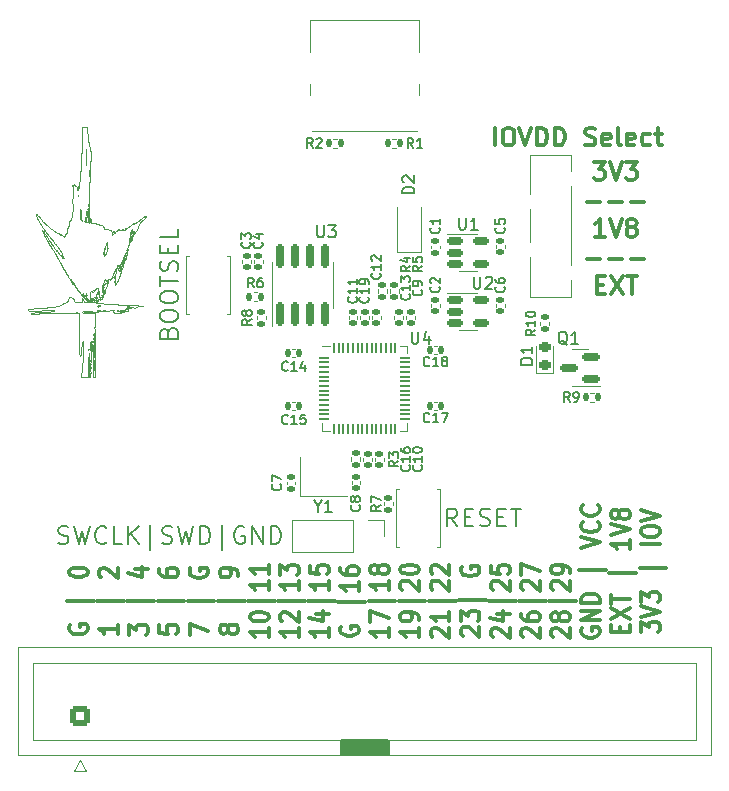
<source format=gto>
%TF.GenerationSoftware,KiCad,Pcbnew,6.0.7+dfsg-1~bpo11+1*%
%TF.CreationDate,2022-08-19T21:33:20-04:00*%
%TF.ProjectId,iov-rp2040,696f762d-7270-4323-9034-302e6b696361,rev?*%
%TF.SameCoordinates,Original*%
%TF.FileFunction,Legend,Top*%
%TF.FilePolarity,Positive*%
%FSLAX46Y46*%
G04 Gerber Fmt 4.6, Leading zero omitted, Abs format (unit mm)*
G04 Created by KiCad (PCBNEW 6.0.7+dfsg-1~bpo11+1) date 2022-08-19 21:33:20*
%MOMM*%
%LPD*%
G01*
G04 APERTURE LIST*
G04 Aperture macros list*
%AMRoundRect*
0 Rectangle with rounded corners*
0 $1 Rounding radius*
0 $2 $3 $4 $5 $6 $7 $8 $9 X,Y pos of 4 corners*
0 Add a 4 corners polygon primitive as box body*
4,1,4,$2,$3,$4,$5,$6,$7,$8,$9,$2,$3,0*
0 Add four circle primitives for the rounded corners*
1,1,$1+$1,$2,$3*
1,1,$1+$1,$4,$5*
1,1,$1+$1,$6,$7*
1,1,$1+$1,$8,$9*
0 Add four rect primitives between the rounded corners*
20,1,$1+$1,$2,$3,$4,$5,0*
20,1,$1+$1,$4,$5,$6,$7,0*
20,1,$1+$1,$6,$7,$8,$9,0*
20,1,$1+$1,$8,$9,$2,$3,0*%
G04 Aperture macros list end*
%ADD10C,0.050000*%
%ADD11C,0.200000*%
%ADD12C,0.300000*%
%ADD13C,0.150000*%
%ADD14C,0.120000*%
%ADD15RoundRect,0.140000X0.170000X-0.140000X0.170000X0.140000X-0.170000X0.140000X-0.170000X-0.140000X0*%
%ADD16RoundRect,0.150000X0.150000X-0.825000X0.150000X0.825000X-0.150000X0.825000X-0.150000X-0.825000X0*%
%ADD17RoundRect,0.140000X-0.170000X0.140000X-0.170000X-0.140000X0.170000X-0.140000X0.170000X0.140000X0*%
%ADD18R,1.000000X1.450000*%
%ADD19RoundRect,0.050000X-0.387500X-0.050000X0.387500X-0.050000X0.387500X0.050000X-0.387500X0.050000X0*%
%ADD20RoundRect,0.050000X-0.050000X-0.387500X0.050000X-0.387500X0.050000X0.387500X-0.050000X0.387500X0*%
%ADD21R,3.200000X3.200000*%
%ADD22R,1.700000X1.700000*%
%ADD23O,1.700000X1.700000*%
%ADD24RoundRect,0.150000X-0.512500X-0.150000X0.512500X-0.150000X0.512500X0.150000X-0.512500X0.150000X0*%
%ADD25RoundRect,0.140000X0.140000X0.170000X-0.140000X0.170000X-0.140000X-0.170000X0.140000X-0.170000X0*%
%ADD26R,1.100000X1.100000*%
%ADD27RoundRect,0.135000X0.135000X0.185000X-0.135000X0.185000X-0.135000X-0.185000X0.135000X-0.185000X0*%
%ADD28RoundRect,0.135000X0.185000X-0.135000X0.185000X0.135000X-0.185000X0.135000X-0.185000X-0.135000X0*%
%ADD29RoundRect,0.135000X-0.135000X-0.185000X0.135000X-0.185000X0.135000X0.185000X-0.135000X0.185000X0*%
%ADD30RoundRect,0.218750X0.256250X-0.218750X0.256250X0.218750X-0.256250X0.218750X-0.256250X-0.218750X0*%
%ADD31RoundRect,0.140000X-0.140000X-0.170000X0.140000X-0.170000X0.140000X0.170000X-0.140000X0.170000X0*%
%ADD32C,0.700000*%
%ADD33O,0.900000X1.700000*%
%ADD34O,0.900000X2.400000*%
%ADD35R,1.400000X1.200000*%
%ADD36RoundRect,0.135000X-0.185000X0.135000X-0.185000X-0.135000X0.185000X-0.135000X0.185000X0.135000X0*%
%ADD37RoundRect,0.250000X0.600000X-0.600000X0.600000X0.600000X-0.600000X0.600000X-0.600000X-0.600000X0*%
%ADD38C,1.700000*%
%ADD39RoundRect,0.150000X0.587500X0.150000X-0.587500X0.150000X-0.587500X-0.150000X0.587500X-0.150000X0*%
G04 APERTURE END LIST*
D10*
X136488739Y-113448590D02*
X136434111Y-113463599D01*
X136388881Y-113487768D01*
X136360663Y-113529790D01*
X136363735Y-113555393D01*
X135827899Y-112290781D02*
X135788211Y-112318801D01*
X135769466Y-117079741D02*
X135770224Y-117138601D01*
X135771991Y-117192521D01*
X135782922Y-117212032D01*
X135918454Y-112304010D02*
X135894044Y-112290781D01*
X133553161Y-110440012D02*
X133574608Y-110486640D01*
X133580157Y-110518073D01*
X137796785Y-107225407D02*
X137831812Y-107242937D01*
X137765534Y-114067956D02*
X137734197Y-114023668D01*
X137710765Y-113974150D01*
X137714135Y-113931199D01*
X139321594Y-106972656D02*
X139288166Y-107011339D01*
X139257295Y-107059510D01*
X139230220Y-107107932D01*
X139216402Y-107141426D01*
X139346857Y-107296284D02*
X139317965Y-107339243D01*
X139286407Y-107380472D01*
X139249385Y-107417880D01*
X139240037Y-107421961D01*
X138512080Y-109908268D02*
X138487367Y-109916146D01*
X135773653Y-112879920D02*
X135784492Y-112932184D01*
X135782852Y-112985281D01*
X135781683Y-112992200D01*
X138544593Y-113414642D02*
X138616903Y-113417029D01*
X138691242Y-113419893D01*
X138741334Y-113422033D01*
X138791434Y-113424334D01*
X138865821Y-113428042D01*
X138938220Y-113431997D01*
X139007426Y-113436131D01*
X139072234Y-113440374D01*
X139131439Y-113444658D01*
X139183835Y-113448914D01*
X139241024Y-113454426D01*
X138602686Y-113836542D02*
X138546564Y-113845917D01*
X138495323Y-113854126D01*
X138442774Y-113862296D01*
X138387365Y-113870599D01*
X138381128Y-113871506D01*
X135420711Y-112801038D02*
X135392632Y-112755358D01*
X135357009Y-112709413D01*
X135317319Y-112666180D01*
X135277044Y-112628634D01*
X135231176Y-112594235D01*
X135181697Y-112584985D01*
X135179669Y-112594855D01*
X136054768Y-119566824D02*
X135973418Y-119566824D01*
X138714062Y-113933287D02*
X138679335Y-113947183D01*
X137891866Y-110922804D02*
X137896934Y-110863394D01*
X137903514Y-110805438D01*
X137911083Y-110752463D01*
X137920464Y-110701659D01*
X137929648Y-110668035D01*
X135333650Y-106104206D02*
X135332198Y-106044599D01*
X135329971Y-105990927D01*
X135320548Y-105980468D01*
X136899461Y-112183386D02*
X136925919Y-112224635D01*
X138742725Y-106960591D02*
X138720676Y-106999114D01*
X135708836Y-119328698D02*
X135684627Y-119374081D01*
X135702955Y-119424811D01*
X135708836Y-119434531D01*
X140253613Y-106205364D02*
X140208359Y-106230102D01*
X140166796Y-106270308D01*
X140131809Y-106309887D01*
X140092885Y-106358029D01*
X140059196Y-106402421D01*
X135620421Y-113102399D02*
X135620421Y-113102399D01*
X135794847Y-117092970D02*
X135826364Y-117212032D01*
X138534921Y-109708030D02*
X138576229Y-109669849D01*
X138596400Y-109617147D01*
X138612383Y-109559858D01*
X138624072Y-109506729D01*
X138634357Y-109448234D01*
X138808505Y-113814620D02*
X138860407Y-113812149D01*
X138910679Y-113815616D01*
X138945158Y-113823297D01*
X134320348Y-111641059D02*
X134320348Y-111641059D01*
X138192575Y-110544531D02*
X138229441Y-110507305D01*
X138235607Y-110491614D01*
X138852820Y-106920100D02*
X138895421Y-106881424D01*
X138934541Y-106847789D01*
X138977484Y-106813788D01*
X139011570Y-106794407D01*
X134768241Y-114116395D02*
X134718691Y-114106960D01*
X134685257Y-114087663D01*
X138955975Y-108545565D02*
X138909039Y-108573804D01*
X138879581Y-108620092D01*
X138857777Y-108669706D01*
X138842424Y-108723195D01*
X138840711Y-108732135D01*
X135594783Y-119533750D02*
X135582683Y-119487448D01*
X134881120Y-105457916D02*
X134881120Y-105457916D01*
X136968364Y-108870490D02*
X136954468Y-108835764D01*
X138652676Y-113871316D02*
X138686827Y-113832636D01*
X138636332Y-113830810D01*
X138602686Y-113836542D01*
X137190503Y-108242656D02*
X137164044Y-108283905D01*
X137190478Y-113342501D02*
X137240473Y-113354056D01*
X137295784Y-113357254D01*
X137354367Y-113358283D01*
X137408759Y-113357771D01*
X135630868Y-105716755D02*
X135644065Y-105665794D01*
X135648133Y-105605014D01*
X135650448Y-105540918D01*
X135651612Y-105484331D01*
X135652268Y-105420809D01*
X135652401Y-105350679D01*
X135652192Y-105300417D01*
X135651996Y-105274270D01*
X137120696Y-111933594D02*
X137100209Y-111973281D01*
X135701010Y-106461089D02*
X135750441Y-106449527D01*
X135760634Y-106398528D01*
X135764452Y-106342197D01*
X135767156Y-106280689D01*
X136254893Y-106536094D02*
X136295732Y-106566753D01*
X136347002Y-106575124D01*
X136370039Y-106575781D01*
X135829522Y-100890220D02*
X135830513Y-100962826D01*
X135831039Y-101029698D01*
X135831118Y-101090175D01*
X135830768Y-101143599D01*
X135829666Y-101202721D01*
X135827329Y-101254965D01*
X135818839Y-101270885D01*
X138679631Y-107039633D02*
X138726979Y-107020481D01*
X138768624Y-106991355D01*
X138809566Y-106958497D01*
X138852820Y-106920100D01*
X135761753Y-113163906D02*
X135788211Y-113190364D01*
X138965478Y-113536755D02*
X138965478Y-113536755D01*
X138740407Y-113795523D02*
X138788463Y-113816537D01*
X138808505Y-113814620D01*
X136060239Y-106496001D02*
X136117291Y-106496890D01*
X136170639Y-106500154D01*
X136223820Y-106510383D01*
X136254893Y-106536094D01*
X135345034Y-112864499D02*
X135382657Y-112898027D01*
X135421944Y-112929387D01*
X135468203Y-112962133D01*
X135516167Y-112990455D01*
X135559086Y-113005156D01*
X138434044Y-110094739D02*
X138418308Y-110143856D01*
X138410223Y-110169061D01*
X138381128Y-113871506D02*
X138262065Y-113888738D01*
X138290238Y-113981340D02*
X138243989Y-113957778D01*
X138237168Y-113957656D01*
X134571128Y-111967978D02*
X134546026Y-111923396D01*
X134514325Y-111897619D01*
X138698628Y-106974218D02*
X138720676Y-106935694D01*
X134200711Y-111503407D02*
X134216668Y-111552034D01*
X134233784Y-111576453D01*
X136363490Y-113045206D02*
X136374449Y-113094361D01*
X136362197Y-113148637D01*
X136314718Y-113175749D01*
X136255979Y-113185884D01*
X136192259Y-113189614D01*
X136133909Y-113190365D01*
X139353455Y-113632073D02*
X139290775Y-113613705D01*
X139239253Y-113605066D01*
X139181565Y-113598365D01*
X139121204Y-113593723D01*
X139061662Y-113591265D01*
X139006434Y-113591113D01*
X138945542Y-113594711D01*
X138897276Y-113612280D01*
X138898508Y-113616034D01*
X136777569Y-112317239D02*
X136821729Y-112289703D01*
X136838121Y-112236113D01*
X136843786Y-112185948D01*
X136846053Y-112135697D01*
X136846544Y-112091741D01*
X132375792Y-108083906D02*
X132410299Y-108130046D01*
X132443927Y-108178168D01*
X132486021Y-108239368D01*
X132517879Y-108286092D01*
X132552139Y-108336615D01*
X132588255Y-108390133D01*
X132625683Y-108445841D01*
X132663878Y-108502933D01*
X132702296Y-108560604D01*
X132740392Y-108618050D01*
X132777623Y-108674465D01*
X132813442Y-108729044D01*
X132847306Y-108780983D01*
X138631768Y-107053186D02*
X138679631Y-107039633D01*
X136185086Y-112132031D02*
X136185086Y-112132031D01*
X134174682Y-111417656D02*
X134174682Y-111417656D01*
X137640294Y-107475364D02*
X137640294Y-107475364D01*
X138720676Y-106999114D02*
X138698628Y-106974218D01*
X138266955Y-110584219D02*
X138294240Y-110541629D01*
X138321507Y-110484169D01*
X138343398Y-110431365D01*
X138363136Y-110378295D01*
X138378669Y-110330321D01*
X138389596Y-110279650D01*
X138387617Y-110268798D01*
X132612308Y-113874886D02*
X132556214Y-113863444D01*
X132491988Y-113858598D01*
X132424301Y-113857874D01*
X132361753Y-113859211D01*
X132287486Y-113862187D01*
X132230742Y-113865094D01*
X132167709Y-113868750D01*
X132097954Y-113873160D01*
X132021043Y-113878333D01*
X131936546Y-113884276D01*
X131891318Y-113887540D01*
X135541416Y-112941269D02*
X135512793Y-112897940D01*
X135492003Y-112889286D01*
X136133909Y-113190365D02*
X136081658Y-113189671D01*
X136028188Y-113185959D01*
X135979077Y-113167927D01*
X135973419Y-113150678D01*
X135384400Y-112634962D02*
X135427192Y-112665120D01*
X135464228Y-112631524D01*
X135458543Y-112611625D01*
X138577969Y-109827572D02*
X138587488Y-109876711D01*
X138579198Y-109930279D01*
X138557027Y-109977562D01*
X138537813Y-109988906D01*
X137714135Y-113931199D02*
X137753559Y-113896482D01*
X137768841Y-113874446D01*
X138157910Y-110475368D02*
X138157910Y-110475368D01*
X135774982Y-106086302D02*
X135798340Y-106271510D01*
X135753367Y-118106653D02*
X135737382Y-118122639D01*
X135444253Y-113183158D02*
X135498892Y-113182930D01*
X135558759Y-113182053D01*
X135615898Y-113180250D01*
X135667570Y-113175826D01*
X135664895Y-113172001D01*
X139730745Y-106403511D02*
X139771019Y-106370678D01*
X139793274Y-106363688D01*
X138818223Y-108811510D02*
X138858931Y-108776500D01*
X138862069Y-108771823D01*
X135708836Y-119434531D02*
X135708836Y-119434531D01*
X137673367Y-107263293D02*
X137640676Y-107302350D01*
X137640294Y-107309272D01*
X136085656Y-118385340D02*
X136095651Y-118330711D01*
X136098910Y-118277445D01*
X136095431Y-118225209D01*
X136085214Y-118173673D01*
X138182806Y-110517886D02*
X138192575Y-110544531D01*
X136058707Y-118283594D02*
X136058878Y-118334135D01*
X136059405Y-118386596D01*
X136061859Y-118440018D01*
X136083406Y-118394623D01*
X136085657Y-118385340D01*
X135973419Y-112317239D02*
X135940047Y-112277170D01*
X135918454Y-112304010D01*
X135558555Y-104988281D02*
X135559205Y-105042016D01*
X135563270Y-105092787D01*
X135569226Y-105074271D01*
X137910946Y-107207118D02*
X137949710Y-107172071D01*
X137997489Y-107134292D01*
X138038655Y-107104486D01*
X138089354Y-107070734D01*
X138134281Y-107044190D01*
X138180982Y-107025573D01*
X135912718Y-113190365D02*
X135865707Y-113168633D01*
X135858650Y-113157292D01*
X139239310Y-108001759D02*
X139214413Y-108040616D01*
X136925919Y-112224635D02*
X136951727Y-112267527D01*
X136951973Y-112272499D01*
X135945447Y-112930695D02*
X135933350Y-112980966D01*
X135934990Y-112985665D01*
X137772586Y-107201944D02*
X137796785Y-107225407D01*
X135594783Y-119441146D02*
X135599696Y-119493734D01*
X135594783Y-119533750D01*
X135518795Y-105623281D02*
X135513468Y-105679267D01*
X135507501Y-105731846D01*
X135499448Y-105790985D01*
X135491104Y-105840667D01*
X135479685Y-105889959D01*
X135469551Y-105909913D01*
X134870098Y-105385156D02*
X134870967Y-105435917D01*
X134881120Y-105457916D01*
X137640294Y-107475364D02*
X137666753Y-107447344D01*
X137819961Y-111436341D02*
X137839384Y-111386464D01*
X137850908Y-111329616D01*
X137859848Y-111269470D01*
X137866416Y-111215620D01*
X137872885Y-111154147D01*
X137879272Y-111084932D01*
X137883493Y-111034429D01*
X137887689Y-110980398D01*
X137891866Y-110922804D01*
X139253610Y-107819323D02*
X139266689Y-107791580D01*
X138528633Y-110200573D02*
X138515062Y-110256572D01*
X138495024Y-110309934D01*
X138470611Y-110362420D01*
X138445158Y-110407501D01*
X138410601Y-110447933D01*
X138401948Y-110448442D01*
X136501776Y-112502448D02*
X136499241Y-112450224D01*
X136476128Y-112449531D01*
X136476128Y-112555364D02*
X136501757Y-112508793D01*
X136501776Y-112502448D01*
X138070888Y-110041823D02*
X138043104Y-110083786D01*
X138021159Y-110102054D01*
X136317378Y-112767031D02*
X136290919Y-112778699D01*
X136687794Y-112933039D02*
X136654721Y-112971136D01*
X135297224Y-106225302D02*
X135288509Y-106281034D01*
X135263898Y-106326301D01*
X135211107Y-106324282D01*
X135410444Y-100500653D02*
X135401355Y-100559949D01*
X135398307Y-100617825D01*
X135396315Y-100671960D01*
X135394610Y-100734244D01*
X135393227Y-100803733D01*
X135392198Y-100879482D01*
X135391726Y-100932994D01*
X135391435Y-100988589D01*
X135391336Y-101045989D01*
X138833312Y-109248073D02*
X138823018Y-109292100D01*
X136136347Y-115068906D02*
X136149692Y-115101979D01*
X133059476Y-107359981D02*
X133106105Y-107378286D01*
X133149360Y-107403453D01*
X133190060Y-107433573D01*
X133201909Y-107444035D01*
X134359461Y-103257043D02*
X134393559Y-103219174D01*
X134438152Y-103248206D01*
X134475787Y-103286998D01*
X134482584Y-103294948D01*
X138434044Y-110359323D02*
X138434044Y-110359323D01*
X136925919Y-109090884D02*
X136903871Y-109131736D01*
X137640294Y-107435677D02*
X137613836Y-107463697D01*
X135677670Y-113117834D02*
X135686576Y-113092619D01*
X134860186Y-102996249D02*
X134866661Y-102931400D01*
X134873016Y-102866776D01*
X134879644Y-102798112D01*
X134884409Y-102747986D01*
X134889588Y-102692906D01*
X134895297Y-102631609D01*
X134901654Y-102562830D01*
X134908774Y-102485306D01*
X134916774Y-102397774D01*
X134925772Y-102298971D01*
X134930682Y-102244947D01*
X134935884Y-102187632D01*
X134941394Y-102126867D01*
X134947227Y-102062494D01*
X134953396Y-101994356D01*
X134959917Y-101922294D01*
X134966805Y-101846151D01*
X134974072Y-101765768D01*
X134981736Y-101680989D01*
X136562117Y-112985386D02*
X136581961Y-112948474D01*
X138304617Y-110789970D02*
X138282958Y-110837821D01*
X138263372Y-110888123D01*
X138249482Y-110937304D01*
X138248837Y-110944622D01*
X139049201Y-108110311D02*
X139069045Y-108072399D01*
X136136564Y-118925209D02*
X136136119Y-119566824D01*
X135920503Y-113150678D02*
X135912718Y-113190365D01*
X135546413Y-105881250D02*
X135545770Y-105789782D01*
X135545155Y-105709963D01*
X135544531Y-105641450D01*
X135543859Y-105583898D01*
X135542685Y-105517372D01*
X135540613Y-105463831D01*
X135528134Y-105518211D01*
X135522892Y-105576079D01*
X135518795Y-105623281D01*
X136624080Y-112825959D02*
X136669913Y-112803219D01*
X136654060Y-112765047D01*
X137016962Y-112290781D02*
X137005294Y-112264323D01*
X135034149Y-113177135D02*
X135047378Y-113024985D01*
X134311416Y-111523489D02*
X134274144Y-111486781D01*
X134245085Y-111443091D01*
X134233286Y-111422882D01*
X137004025Y-112396614D02*
X136983971Y-112445643D01*
X136952790Y-112457089D01*
X138539900Y-110134427D02*
X138530735Y-110185351D01*
X138528633Y-110200573D01*
X135818839Y-101270885D02*
X135808206Y-101219350D01*
X135790743Y-101274081D01*
X135785561Y-101325110D01*
X135780975Y-101374096D01*
X131361195Y-106249204D02*
X131327762Y-106190578D01*
X131295015Y-106126237D01*
X131263829Y-106058689D01*
X131235079Y-105990441D01*
X131209642Y-105923999D01*
X131188392Y-105861871D01*
X131172205Y-105806565D01*
X131160013Y-105747768D01*
X131170325Y-105702656D01*
X138037169Y-110200573D02*
X138037169Y-110200573D01*
X134134565Y-106214933D02*
X134171902Y-106181373D01*
X134174253Y-106127364D01*
X135569226Y-105074271D02*
X135569226Y-105074271D01*
X133879204Y-111034010D02*
X133851805Y-110991279D01*
X133816899Y-110936705D01*
X133788865Y-110892573D01*
X133761091Y-110848060D01*
X133734729Y-110802210D01*
X133736712Y-110782656D01*
X135648176Y-105802183D02*
X135636135Y-105848177D01*
X140469492Y-105879182D02*
X140465136Y-105933383D01*
X140457026Y-105954010D01*
X136933842Y-112390000D02*
X136956803Y-112343786D01*
X136983113Y-112317239D01*
X136833315Y-113944322D02*
X136782952Y-113955102D01*
X136726650Y-113965496D01*
X136673122Y-113972024D01*
X136617887Y-113975899D01*
X136557924Y-113978776D01*
X136529044Y-113979995D01*
X136149692Y-115101979D02*
X136149692Y-115101979D01*
X135973418Y-119566824D02*
X135972357Y-118911980D01*
X134385919Y-113031110D02*
X134387057Y-113084360D01*
X134399537Y-113140270D01*
X134447205Y-113175873D01*
X134498560Y-113185142D01*
X134551772Y-113188085D01*
X134619532Y-113188374D01*
X134673655Y-113187440D01*
X134735545Y-113185847D01*
X134769565Y-113184870D01*
X136263268Y-113023633D02*
X136223092Y-112993000D01*
X136216048Y-112938720D01*
X136216761Y-112881032D01*
X136219542Y-112818082D01*
X136221535Y-112780221D01*
X136899461Y-109036406D02*
X136925378Y-109079940D01*
X136925919Y-109090884D01*
X137057780Y-111298327D02*
X137048818Y-111250463D01*
X136952790Y-112457089D02*
X136903849Y-112467494D01*
X136902276Y-112466898D01*
X136073586Y-117159114D02*
X136107831Y-117198231D01*
X136113497Y-117218646D01*
X135433780Y-112495282D02*
X135435867Y-112444570D01*
X138248562Y-107078047D02*
X138296978Y-107093089D01*
X138324846Y-107080290D01*
X136925919Y-109249634D02*
X136976674Y-109260381D01*
X137007456Y-109214445D01*
X137037683Y-109160288D01*
X135966881Y-114029170D02*
X135914961Y-114043679D01*
X135860875Y-114047319D01*
X135832694Y-114044425D01*
X134939297Y-105345469D02*
X134930380Y-105395244D01*
X134923664Y-105448973D01*
X134919211Y-105502511D01*
X134918216Y-105524062D01*
X135686576Y-113092619D02*
X135658256Y-113047231D01*
X135615349Y-113019868D01*
X135603012Y-113060921D01*
X138279908Y-110438698D02*
X138288816Y-110485000D01*
X135701689Y-118660035D02*
X135701689Y-118660035D01*
X133465759Y-110228739D02*
X133436492Y-110183772D01*
X133432207Y-110224765D01*
X131794414Y-106933459D02*
X131759828Y-106883974D01*
X131725538Y-106834389D01*
X131692028Y-106785436D01*
X131659787Y-106737848D01*
X131629300Y-106692359D01*
X131601055Y-106649702D01*
X131567722Y-106598500D01*
X131540392Y-106555375D01*
X131513177Y-106509635D01*
X137849688Y-111774843D02*
X137845284Y-111724520D01*
X137842002Y-111673814D01*
X137840150Y-111640685D01*
X136448636Y-113032381D02*
X136448636Y-113032381D01*
X135787268Y-116656407D02*
X135782499Y-116707205D01*
X135778258Y-116768661D01*
X135775340Y-116823221D01*
X135772923Y-116880696D01*
X135771080Y-116939348D01*
X135769885Y-116997443D01*
X135769410Y-117053243D01*
X135769466Y-117079741D01*
X136085657Y-118385340D02*
X136085657Y-118385340D01*
X134387315Y-111736650D02*
X134351919Y-111700889D01*
X134312546Y-111666995D01*
X134292506Y-111656682D01*
X139408915Y-106533567D02*
X139398672Y-106547540D01*
X139798011Y-106848594D02*
X139792838Y-106899425D01*
X139775138Y-106949581D01*
X139750983Y-107001513D01*
X139724656Y-107050756D01*
X139699612Y-107093872D01*
X136463807Y-112393753D02*
X136471596Y-112334646D01*
X136470979Y-112282129D01*
X136466456Y-112224615D01*
X136458661Y-112166810D01*
X136448228Y-112113423D01*
X136432446Y-112060074D01*
X136414776Y-112030177D01*
X138389526Y-110544550D02*
X138366237Y-110590355D01*
X138364148Y-110609656D01*
X134003786Y-112767031D02*
X134063853Y-112770958D01*
X134114672Y-112778993D01*
X134164850Y-112790397D01*
X134222312Y-112808011D01*
X134268717Y-112827709D01*
X134306544Y-112862776D01*
X135402846Y-101598923D02*
X135402846Y-101598923D01*
X138516794Y-107032187D02*
X138537576Y-107078424D01*
X138548306Y-107078489D01*
X138961006Y-113509541D02*
X138910083Y-113513441D01*
X138873363Y-113527156D01*
X133335290Y-110074896D02*
X133308168Y-110017949D01*
X133283282Y-109967865D01*
X133256477Y-109915492D01*
X133228601Y-109862430D01*
X133200499Y-109810279D01*
X133173018Y-109760641D01*
X133147004Y-109715116D01*
X133128966Y-109684635D01*
X132302677Y-107616554D02*
X132258770Y-107581372D01*
X132223456Y-107544812D01*
X132186236Y-107501076D01*
X132155573Y-107461194D01*
X132126782Y-107419940D01*
X132121377Y-107411669D01*
X138059169Y-114105131D02*
X138003702Y-114106421D01*
X137941785Y-114106990D01*
X137881383Y-114105554D01*
X137829521Y-114100134D01*
X137782159Y-114082959D01*
X137765534Y-114067956D01*
X137111128Y-108202969D02*
X137084669Y-108230988D01*
X135269541Y-98400156D02*
X135465245Y-98400156D01*
X136124480Y-116524114D02*
X136123996Y-115770052D01*
X135586333Y-105980468D02*
X135596075Y-105840870D01*
X137799044Y-111113385D02*
X137799044Y-111113385D01*
X136634878Y-113495683D02*
X136605277Y-113451127D01*
X136550548Y-113441827D01*
X136497286Y-113447036D01*
X136488739Y-113448590D01*
X135965200Y-116477812D02*
X135953099Y-116524114D01*
X138431118Y-113906280D02*
X138481060Y-113911043D01*
X138538571Y-113914161D01*
X138591143Y-113909478D01*
X138636060Y-113886583D01*
X138652676Y-113871316D01*
X135781683Y-112992200D02*
X135782365Y-113044238D01*
X135805141Y-113087602D01*
X133512794Y-110412239D02*
X133491991Y-110366461D01*
X133478768Y-110316883D01*
X133484568Y-110306406D01*
X135550086Y-106417031D02*
X135546413Y-105881250D01*
X138354669Y-113987356D02*
X138373752Y-114002687D01*
X134277696Y-104379739D02*
X134294945Y-104331946D01*
X134298437Y-104273957D01*
X134299355Y-104208621D01*
X134298977Y-104147650D01*
X134297706Y-104075762D01*
X134296370Y-104021480D01*
X134294652Y-103961909D01*
X134292555Y-103896875D01*
X135972357Y-118911980D02*
X135972049Y-118727755D01*
X135971739Y-118553548D01*
X135971424Y-118389112D01*
X135971099Y-118234200D01*
X135970763Y-118088565D01*
X135970412Y-117951962D01*
X135970044Y-117824142D01*
X135969655Y-117704860D01*
X135969242Y-117593870D01*
X135968803Y-117490923D01*
X135968334Y-117395775D01*
X135967832Y-117308178D01*
X135967295Y-117227886D01*
X135966720Y-117154651D01*
X135966103Y-117088228D01*
X135965442Y-117028370D01*
X135964733Y-116974831D01*
X135963160Y-116885720D01*
X135961363Y-116818923D01*
X135958191Y-116756250D01*
X135946377Y-116762241D01*
X139240037Y-107421961D02*
X139210392Y-107377670D01*
X139208057Y-107319175D01*
X139216198Y-107264018D01*
X139233633Y-107214273D01*
X139241500Y-107200539D01*
X134932151Y-112458892D02*
X134904498Y-112413355D01*
X134873047Y-112372491D01*
X134837001Y-112335007D01*
X134826926Y-112326600D01*
X135751280Y-118157365D02*
X135753367Y-118106653D01*
X136317378Y-112806719D02*
X136317378Y-112806719D01*
X136056099Y-112965857D02*
X136107449Y-112980598D01*
X136151845Y-113004623D01*
X136154218Y-113008374D01*
X139388106Y-107290156D02*
X139388106Y-107290156D01*
X136954468Y-108835764D02*
X136970453Y-108819778D01*
X136125104Y-112773882D02*
X136125104Y-112773882D01*
X137695142Y-110828958D02*
X137679636Y-110879844D01*
X137662233Y-110930578D01*
X137642216Y-110977746D01*
X137640098Y-110981094D01*
X136148155Y-117601740D02*
X136150242Y-117551028D01*
X135735698Y-118368023D02*
X135741347Y-118417816D01*
X135760718Y-118403424D01*
X138401948Y-110448442D02*
X138393306Y-110488301D01*
X135620527Y-117218646D02*
X135620527Y-117218646D01*
X134292555Y-103896875D02*
X134289980Y-103822739D01*
X134287317Y-103750359D01*
X134284609Y-103680700D01*
X134281901Y-103614725D01*
X134279237Y-103553396D01*
X134276661Y-103497678D01*
X134273438Y-103433779D01*
X134270554Y-103383849D01*
X134267093Y-103340144D01*
X132373632Y-107733016D02*
X132365517Y-107700266D01*
X134994461Y-106049415D02*
X134994063Y-105983245D01*
X134992920Y-105915702D01*
X134991103Y-105847713D01*
X134988686Y-105780205D01*
X134985741Y-105714107D01*
X134982340Y-105650347D01*
X134978557Y-105589853D01*
X134974464Y-105533552D01*
X134970135Y-105482373D01*
X134963354Y-105417236D01*
X134954163Y-105356974D01*
X134939297Y-105345469D01*
X136448636Y-113032381D02*
X136461671Y-113084571D01*
X132439107Y-108513449D02*
X132406789Y-108470544D01*
X132379646Y-108428003D01*
X132347136Y-108374578D01*
X132318250Y-108325601D01*
X132287619Y-108272401D01*
X132255994Y-108216198D01*
X136997282Y-111282470D02*
X136962613Y-111319785D01*
X136939746Y-111365107D01*
X136935997Y-111415420D01*
X136936519Y-111420437D01*
X132365517Y-107700266D02*
X132349438Y-107651681D01*
X132307240Y-107619223D01*
X132302677Y-107616554D01*
X135701475Y-118474826D02*
X135691344Y-118531190D01*
X135691062Y-118574635D01*
X136873003Y-111893906D02*
X136878741Y-111836381D01*
X136904139Y-111782623D01*
X136910024Y-111770671D01*
X137814492Y-111500619D02*
X137812445Y-111449256D01*
X137819961Y-111436341D01*
X136279697Y-112517489D02*
X136310062Y-112477513D01*
X136308354Y-112456317D01*
X138515483Y-109728179D02*
X138501496Y-109679078D01*
X138542050Y-109645600D01*
X138550902Y-109645353D01*
X135211107Y-106324282D02*
X135232586Y-106348633D01*
X136784925Y-111797008D02*
X136794153Y-111847444D01*
X136798721Y-111902154D01*
X136801991Y-111959499D01*
X136804055Y-112012264D01*
X136804381Y-112023187D01*
X134881120Y-105312396D02*
X134870225Y-105363913D01*
X134870098Y-105385156D01*
X135778429Y-100379583D02*
X135805282Y-100423223D01*
X135813863Y-100473233D01*
X135819011Y-100532851D01*
X135822094Y-100591245D01*
X135824670Y-100662964D01*
X135826178Y-100718891D01*
X135827567Y-100781807D01*
X135828880Y-100852139D01*
X135829522Y-100890220D01*
X135415825Y-100424219D02*
X135424278Y-100374279D01*
X135424480Y-100321545D01*
X135420174Y-100270920D01*
X135417460Y-100252239D01*
X136134931Y-118118230D02*
X136135434Y-118179721D01*
X136135702Y-118233065D01*
X136135942Y-118297039D01*
X136136149Y-118370247D01*
X136136268Y-118423493D01*
X136136371Y-118479808D01*
X136136456Y-118538779D01*
X136136524Y-118599992D01*
X136136573Y-118663033D01*
X136136602Y-118727490D01*
X136136611Y-118792947D01*
X136136598Y-118858991D01*
X136136564Y-118925209D01*
X137033314Y-112237864D02*
X137044982Y-112264323D01*
X137216961Y-108267553D02*
X137190503Y-108242656D01*
X136476128Y-112555364D02*
X136476128Y-112555364D01*
X132121377Y-107411669D02*
X132088527Y-107361693D01*
X132054492Y-107310885D01*
X132025323Y-107267749D01*
X131993658Y-107221223D01*
X131960064Y-107172132D01*
X131925108Y-107121306D01*
X131889354Y-107069570D01*
X131853368Y-107017753D01*
X131817716Y-106966683D01*
X131794414Y-106933459D01*
X137746559Y-111007819D02*
X137746559Y-111007819D01*
X136127726Y-115386348D02*
X136131434Y-115441283D01*
X136137846Y-115497014D01*
X136148265Y-115549169D01*
X136160958Y-115571616D01*
X138021159Y-110102054D02*
X138000689Y-110150745D01*
X138024005Y-110197191D01*
X138037169Y-110200573D01*
X133405054Y-113362762D02*
X133453622Y-113345755D01*
X133493485Y-113314776D01*
X133495242Y-113311151D01*
X138910294Y-113693074D02*
X138960708Y-113687012D01*
X138989669Y-113666616D01*
X138677011Y-107068252D02*
X138654530Y-107092882D01*
X134734055Y-104168073D02*
X134747401Y-104201146D01*
X137111128Y-108242656D02*
X137137586Y-108214636D01*
X138910294Y-113957657D02*
X138859326Y-113974040D01*
X138804951Y-113981529D01*
X138758159Y-113983711D01*
X139214565Y-113658420D02*
X139162334Y-113667447D01*
X139113117Y-113680160D01*
X139060682Y-113699141D01*
X139012756Y-113724650D01*
X138980050Y-113759354D01*
X133834239Y-110908333D02*
X133867155Y-110957795D01*
X133898921Y-111001306D01*
X133874887Y-110941416D01*
X133847758Y-110891683D01*
X133812517Y-110829069D01*
X133784699Y-110780544D01*
X133753552Y-110726856D01*
X133719187Y-110668229D01*
X133700832Y-110637135D01*
X137799044Y-107382760D02*
X137825503Y-107339950D01*
X136436107Y-114036731D02*
X136380100Y-114040441D01*
X136323797Y-114045052D01*
X136268390Y-114049974D01*
X136227971Y-114053778D01*
X137325889Y-111239062D02*
X137279896Y-111245677D01*
X135810633Y-116651354D02*
X135806599Y-116484428D01*
X133020325Y-108950416D02*
X133051829Y-108998480D01*
X133086885Y-109046531D01*
X133123036Y-109091558D01*
X133157824Y-109130549D01*
X133197842Y-109167944D01*
X139151152Y-107470260D02*
X139133715Y-107518571D01*
X139124265Y-107568775D01*
X139121962Y-107603723D01*
X134881120Y-105457916D02*
X134885383Y-105404838D01*
X134884796Y-105351071D01*
X134881120Y-105312396D01*
X135559086Y-113005156D02*
X135547217Y-112954102D01*
X135541416Y-112941269D01*
X133818382Y-107121333D02*
X133843411Y-107074056D01*
X133839570Y-107019770D01*
X133838623Y-107013726D01*
X137957795Y-111589635D02*
X137927307Y-111607917D01*
X138296999Y-110141419D02*
X138301560Y-110094376D01*
X135832694Y-114044425D02*
X135781214Y-114042688D01*
X135761753Y-114060406D01*
X135585238Y-106165677D02*
X135585766Y-106216088D01*
X135588442Y-106267161D01*
X135595865Y-106251076D01*
X135814669Y-113163906D02*
X135788211Y-113137448D01*
X133768222Y-107335068D02*
X133803437Y-107299093D01*
X133797436Y-107243407D01*
X137109887Y-111538214D02*
X137151552Y-111508620D01*
X137163506Y-111509928D01*
X139150546Y-107397304D02*
X139162101Y-107446807D01*
X139151152Y-107470260D01*
X138725086Y-109552344D02*
X138742667Y-109504521D01*
X138725086Y-109486198D01*
X135378107Y-106385491D02*
X135378107Y-106385491D01*
X135140668Y-116502755D02*
X135105465Y-116546396D01*
X135097881Y-116601362D01*
X135091658Y-116662559D01*
X135086681Y-116719493D01*
X135083139Y-116763057D01*
X135254268Y-119566824D02*
X134960349Y-119566824D01*
X139174879Y-107874944D02*
X139166391Y-107927426D01*
X139151534Y-107980346D01*
X139135652Y-108028286D01*
X139117142Y-108078568D01*
X139096858Y-108128755D01*
X139075651Y-108176411D01*
X139054377Y-108219100D01*
X136988404Y-112356927D02*
X137004025Y-112396614D01*
X134233784Y-111576453D02*
X134223485Y-111580937D01*
X130501303Y-113761266D02*
X130551400Y-113755727D01*
X130614464Y-113751473D01*
X130679245Y-113747807D01*
X130734851Y-113744980D01*
X130795517Y-113742137D01*
X130860380Y-113739326D01*
X130928579Y-113736594D01*
X130999253Y-113733989D01*
X135708836Y-119434531D02*
X135734889Y-119401458D01*
X138720676Y-106935694D02*
X138720676Y-106935694D01*
X136150242Y-117551028D02*
X136134257Y-117567014D01*
X135990776Y-116002066D02*
X135990776Y-116002066D01*
X135020296Y-119183928D02*
X135034738Y-119134638D01*
X135043745Y-119081884D01*
X135051083Y-119029314D01*
X135058298Y-118969248D01*
X135065168Y-118903275D01*
X135069961Y-118850874D01*
X135074343Y-118796714D01*
X133559776Y-107626095D02*
X133605254Y-107607536D01*
X138720676Y-106935694D02*
X138742725Y-106960591D01*
X138989669Y-113666616D02*
X139038557Y-113648158D01*
X139088531Y-113644292D01*
X139141805Y-113644122D01*
X135870715Y-117018648D02*
X135869561Y-116966444D01*
X135867007Y-116910621D01*
X135862397Y-116858097D01*
X135851256Y-116807757D01*
X135841126Y-116801928D01*
X136177133Y-112781756D02*
X136207144Y-112821953D01*
X136156051Y-112823241D01*
X136654721Y-112971136D02*
X136604845Y-112978558D01*
X136581961Y-112984439D01*
X135405887Y-112571747D02*
X135355604Y-112560308D01*
X135351017Y-112554343D01*
X137102118Y-113355730D02*
X137144027Y-113324943D01*
X137190478Y-113342501D01*
X138346222Y-110274166D02*
X138350080Y-110324899D01*
X138326030Y-110359751D01*
X135594617Y-99585820D02*
X135578632Y-99601805D01*
X135592530Y-99636532D02*
X135594617Y-99585820D01*
X134779107Y-103394166D02*
X134783038Y-103445607D01*
X134796893Y-103496692D01*
X134829355Y-103458267D01*
X134835132Y-103401828D01*
X134835711Y-103373280D01*
X138434044Y-110160885D02*
X138456386Y-110113256D01*
X138457865Y-110086563D01*
X135978579Y-115955260D02*
X135983099Y-116005698D01*
X135990776Y-116002066D01*
X137799044Y-107329844D02*
X137772586Y-107372654D01*
X138479586Y-113984034D02*
X138460503Y-113968703D01*
X137039741Y-111564827D02*
X137089443Y-111555830D01*
X137109887Y-111538214D01*
X135934990Y-112985665D02*
X135974075Y-113017686D01*
X135976623Y-113016405D01*
X133314154Y-113402359D02*
X133359751Y-113376077D01*
X133405054Y-113362762D01*
X136058086Y-112259031D02*
X136058086Y-112290781D01*
X136714253Y-106678233D02*
X136759294Y-106705118D01*
X136793628Y-106708073D01*
X138916360Y-108906984D02*
X138915954Y-108958406D01*
X138903225Y-108965890D01*
X138323977Y-110027271D02*
X138323977Y-110027271D01*
X137005294Y-112264323D02*
X137033314Y-112237864D01*
X137640294Y-107309272D02*
X137682637Y-107294395D01*
X135615016Y-106417031D02*
X135550086Y-106417031D01*
X136450480Y-112502448D02*
X136472235Y-112549187D01*
X136476128Y-112555364D01*
X136395098Y-113960334D02*
X136395098Y-113960334D01*
X136775552Y-112249292D02*
X136741749Y-112287124D01*
X136777569Y-112317239D01*
X135806599Y-116484428D02*
X135787268Y-116656407D01*
X133597517Y-113259734D02*
X133653271Y-113242127D01*
X133698108Y-113218930D01*
X133740992Y-113189608D01*
X133779929Y-113155984D01*
X133820013Y-113110683D01*
X133846918Y-113065070D01*
X133856753Y-113022707D01*
X135788211Y-113190364D02*
X135788211Y-113190364D01*
X136227971Y-114053778D02*
X136171346Y-114058133D01*
X136120497Y-114058737D01*
X136069546Y-114049492D01*
X136051272Y-114034569D01*
X135073836Y-98400156D02*
X135269541Y-98400156D01*
X135057133Y-106310393D02*
X135040763Y-106282620D01*
X135708836Y-101932344D02*
X135693268Y-101990582D01*
X135688178Y-102047311D01*
X135684885Y-102116057D01*
X135683687Y-102166197D01*
X135683288Y-102218128D01*
X135683687Y-102270430D01*
X135684885Y-102321683D01*
X135688178Y-102393489D01*
X135693268Y-102454948D01*
X135702848Y-102512515D01*
X135708836Y-102527656D01*
X133805481Y-114102269D02*
X133752945Y-114101416D01*
X133701597Y-114100774D01*
X133627409Y-114100196D01*
X133557455Y-114100065D01*
X133492675Y-114100366D01*
X133434007Y-114101084D01*
X133382390Y-114102203D01*
X133326157Y-114104291D01*
X133273304Y-114108625D01*
X133263086Y-114111301D01*
X136343836Y-112795051D02*
X136317378Y-112767031D01*
X135782922Y-117212032D02*
X135794847Y-117092970D01*
X136257846Y-112001615D02*
X136285918Y-112045075D01*
X136290514Y-112064562D01*
X136970453Y-108819778D02*
X136970453Y-108819778D01*
X133128966Y-109684635D02*
X133097573Y-109631796D01*
X133069478Y-109583569D01*
X133039731Y-109531811D01*
X133009255Y-109478150D01*
X132978971Y-109424214D01*
X132949801Y-109371630D01*
X132922667Y-109322027D01*
X132904208Y-109287760D01*
X133380504Y-109092821D02*
X133363323Y-109045615D01*
X133331328Y-108985300D01*
X133303003Y-108936410D01*
X133270392Y-108882556D01*
X133234618Y-108825437D01*
X133196804Y-108766750D01*
X133158072Y-108708193D01*
X133119546Y-108651462D01*
X133082348Y-108598256D01*
X133047601Y-108550273D01*
X133016428Y-108509209D01*
X132978826Y-108464301D01*
X132951678Y-108444488D01*
X138387617Y-110268798D02*
X138343645Y-110253894D01*
X135757808Y-119053324D02*
X135803700Y-119076370D01*
X135810007Y-119128483D01*
X135801430Y-119163334D01*
X135990774Y-116002066D02*
X135996152Y-115951646D01*
X135991756Y-115922691D01*
X135101735Y-112474564D02*
X135095237Y-112526150D01*
X135108049Y-112574905D01*
X135139108Y-112608281D01*
X137130567Y-111893906D02*
X137120696Y-111933594D01*
X135595865Y-106251076D02*
X135595865Y-106251076D01*
X137682637Y-107294395D02*
X137705360Y-107248459D01*
X137713962Y-107198846D01*
X137712090Y-107184654D01*
X139699612Y-107093872D02*
X139662105Y-107155821D01*
X139628448Y-107210038D01*
X139598586Y-107256592D01*
X139564581Y-107306868D01*
X139531232Y-107350986D01*
X139489946Y-107366485D01*
X135259044Y-112804368D02*
X135304133Y-112828361D01*
X135345034Y-112864499D01*
X139851011Y-106722897D02*
X139837306Y-106772024D01*
X139810195Y-106800873D01*
X133197842Y-109167944D02*
X133237802Y-109204355D01*
X133272482Y-109241472D01*
X133308480Y-109283844D01*
X133343349Y-109328632D01*
X133374642Y-109372997D01*
X137799044Y-111166302D02*
X137772586Y-111123492D01*
X135565875Y-99246823D02*
X135571482Y-99303791D01*
X135578410Y-99355048D01*
X135586926Y-99407143D01*
X135596600Y-99457640D01*
X135609127Y-99512694D01*
X135619825Y-99551094D01*
X137799044Y-111113385D02*
X137825503Y-111156196D01*
X138292673Y-110374826D02*
X138280019Y-110343174D01*
X138903225Y-108965890D02*
X138886827Y-109013590D01*
X137095101Y-111444114D02*
X137084882Y-111392503D01*
X137084670Y-111379530D01*
X134973155Y-117589064D02*
X134969431Y-117639867D01*
X134957634Y-117692164D01*
X134930519Y-117714741D01*
X136085214Y-118173673D02*
X136070691Y-118124836D01*
X136059051Y-118182760D01*
X136058684Y-118234268D01*
X136058707Y-118283594D01*
X135482379Y-114089949D02*
X135422531Y-114089492D01*
X135369116Y-114088161D01*
X135312337Y-114085356D01*
X135260448Y-114080468D01*
X135218376Y-114065079D01*
X138980050Y-113759354D02*
X138933298Y-113784097D01*
X138881914Y-113782669D01*
X138862516Y-113780366D01*
X135222400Y-112701816D02*
X135244806Y-112747874D01*
X135238672Y-112767031D01*
X133712591Y-110756198D02*
X133679441Y-110714577D01*
X133658315Y-110676823D01*
X136264461Y-112052656D02*
X136238408Y-112068399D01*
X138957954Y-108672185D02*
X138982826Y-108716541D01*
X138964191Y-108764822D01*
X138940991Y-108795933D01*
X140408581Y-105898812D02*
X140458933Y-105887862D01*
X140469492Y-105879182D01*
X135595863Y-106251076D02*
X135599315Y-106199449D01*
X135600071Y-106149219D01*
X135598331Y-106095697D01*
X135595651Y-106065868D01*
X135783235Y-118623759D02*
X135799047Y-118676161D01*
X135809218Y-118726915D01*
X135811538Y-118761723D01*
X137666753Y-107447344D02*
X137640294Y-107435677D01*
X136458692Y-113269741D02*
X136521284Y-113271128D01*
X136590083Y-113275039D01*
X136662540Y-113281102D01*
X136736107Y-113288941D01*
X136808236Y-113298183D01*
X136876381Y-113308454D01*
X136937993Y-113319380D01*
X136990524Y-113330588D01*
X137042037Y-113345321D01*
X137066840Y-113359004D01*
X138262065Y-113888738D02*
X138431118Y-113906280D01*
X137229140Y-111471733D02*
X137269521Y-111441536D01*
X137312031Y-111435492D01*
X138163000Y-113977684D02*
X138214576Y-113987652D01*
X138266903Y-113990139D01*
X138290238Y-113981340D01*
X135647642Y-105908017D02*
X135647642Y-105908017D01*
X137084669Y-106985176D02*
X137142971Y-106986297D01*
X137194785Y-106992144D01*
X137243954Y-107009233D01*
X137283966Y-107040146D01*
X137288338Y-107044578D01*
X133432207Y-110224765D02*
X133449785Y-110271929D01*
X133445858Y-110279948D01*
X135047378Y-113024985D02*
X135060607Y-112872835D01*
X139099767Y-107959951D02*
X139117244Y-107910281D01*
X139131267Y-107859356D01*
X139141357Y-107808915D01*
X132815917Y-107220959D02*
X132867388Y-107233868D01*
X132908358Y-107267533D01*
X136555806Y-112938824D02*
X136545407Y-112913927D01*
X137037683Y-109160288D02*
X137066431Y-109103447D01*
X137091617Y-109049285D01*
X137113163Y-108998024D01*
X137130994Y-108949884D01*
X137147943Y-108894438D01*
X137158819Y-108844649D01*
X137163646Y-108792981D01*
X139241500Y-107200539D02*
X139268865Y-107148895D01*
X139288618Y-107102432D01*
X139306006Y-107055208D01*
X139320597Y-107006501D01*
X139321594Y-106972656D01*
X138861428Y-109136172D02*
X138843472Y-109183264D01*
X138844487Y-109222161D01*
X136136119Y-119566824D02*
X136054768Y-119566824D01*
X138434044Y-110306406D02*
X138412122Y-110353092D01*
X138408396Y-110372552D01*
X137825503Y-111156196D02*
X137799044Y-111166302D01*
X135843217Y-113155731D02*
X135871418Y-113199974D01*
X135926101Y-113210617D01*
X135989912Y-113215591D01*
X136039989Y-113217999D01*
X136099948Y-113220236D01*
X139293123Y-107632791D02*
X139270819Y-107677903D01*
X139264324Y-107681921D01*
X138248837Y-110944622D02*
X138241116Y-111002051D01*
X138226472Y-111057423D01*
X138205804Y-111119830D01*
X138180520Y-111186120D01*
X138152031Y-111253138D01*
X138121743Y-111317728D01*
X138091068Y-111376737D01*
X138061412Y-111427010D01*
X138025893Y-111474999D01*
X138004097Y-111492621D01*
X136099948Y-113220236D02*
X136154121Y-113222748D01*
X136212472Y-113227129D01*
X136267566Y-113233628D01*
X136316249Y-113246511D01*
X136317378Y-113248694D01*
X139030402Y-108301027D02*
X139024901Y-108351492D01*
X139008543Y-108399325D01*
X139006684Y-108403958D01*
X138459692Y-110293177D02*
X138434044Y-110306406D01*
X137164044Y-108283905D02*
X137190503Y-108308802D01*
X132922544Y-108857812D02*
X132915408Y-108806931D01*
X132918044Y-108798281D01*
X136899461Y-109036406D02*
X136899461Y-109036406D01*
X138280019Y-110343174D02*
X138254881Y-110299225D01*
X138256406Y-110248296D01*
X135384721Y-106372334D02*
X135350453Y-106335515D01*
X135341152Y-106282630D01*
X135337102Y-106223711D01*
X135334908Y-106161213D01*
X135333650Y-106104206D01*
X138479586Y-113984034D02*
X138479586Y-113984034D01*
X134055190Y-106241391D02*
X134094878Y-106228162D01*
X135433779Y-112495282D02*
X135433779Y-112495282D01*
X137825503Y-107339950D02*
X137799044Y-107329844D01*
X135628140Y-114039170D02*
X135674556Y-114007467D01*
X135731513Y-113988480D01*
X135783135Y-113978006D01*
X135838969Y-113974230D01*
X135879469Y-113985415D01*
X133630498Y-110597448D02*
X133630498Y-110597448D01*
X135139108Y-112608281D02*
X135139108Y-112608281D01*
X137996356Y-110297575D02*
X138000800Y-110247462D01*
X137961070Y-110278572D01*
X137945436Y-110326000D01*
X138654530Y-107092882D02*
X138661788Y-107131406D01*
X138661788Y-107131406D02*
X138661788Y-107131406D01*
X137033160Y-112097715D02*
X137017814Y-112149041D01*
X136994652Y-112195521D01*
X136983717Y-112196934D01*
X135132933Y-118164532D02*
X135138408Y-118101938D01*
X135143295Y-118017232D01*
X135147577Y-117913972D01*
X135149486Y-117856496D01*
X135151238Y-117795718D01*
X135152830Y-117732080D01*
X135154261Y-117666029D01*
X135155528Y-117598009D01*
X135156629Y-117528465D01*
X135157562Y-117457842D01*
X135158326Y-117386586D01*
X135158918Y-117315140D01*
X135159336Y-117243949D01*
X135159577Y-117173460D01*
X135159641Y-117104116D01*
X135159524Y-117036363D01*
X135159225Y-116970645D01*
X135158742Y-116907408D01*
X135158072Y-116847096D01*
X135157214Y-116790154D01*
X135156166Y-116737028D01*
X135153488Y-116644000D01*
X135150024Y-116571573D01*
X135143315Y-116509342D01*
X135140668Y-116502755D01*
X135765919Y-119507293D02*
X135748286Y-119556621D01*
X135708835Y-119527137D01*
X135040763Y-106282620D02*
X135009487Y-106243579D01*
X134999136Y-106191441D01*
X134995492Y-106131619D01*
X134994565Y-106079560D01*
X134994461Y-106049415D01*
X135607182Y-117185573D02*
X135620527Y-117218646D01*
X135179669Y-112594855D02*
X135192221Y-112643495D01*
X135215915Y-112691435D01*
X135222400Y-112701816D01*
X139323366Y-107625684D02*
X139293123Y-107632791D01*
X133274669Y-107481145D02*
X133323584Y-107469717D01*
X133372313Y-107500766D01*
X133413586Y-107535191D01*
X133458347Y-107578812D01*
X137919713Y-111669010D02*
X137901704Y-111718679D01*
X137875034Y-111761741D01*
X137849688Y-111774843D01*
X135708836Y-102527656D02*
X135708836Y-102527656D01*
X132688221Y-107138021D02*
X132728910Y-107174783D01*
X132769447Y-107205836D01*
X132815917Y-107220959D01*
X136529044Y-112714114D02*
X136529044Y-112714114D01*
X136916199Y-108816883D02*
X136917411Y-108870313D01*
X136906428Y-108920409D01*
X136902593Y-108930950D01*
X137735893Y-107149446D02*
X137770350Y-107187911D01*
X137772586Y-107201944D01*
X136102285Y-116312448D02*
X136099953Y-116368112D01*
X136097453Y-116423023D01*
X136094807Y-116476863D01*
X136092037Y-116529312D01*
X136089168Y-116580053D01*
X136084725Y-116652261D01*
X136080186Y-116718831D01*
X136075628Y-116778685D01*
X136071129Y-116830750D01*
X136065353Y-116886191D01*
X136057545Y-116934219D01*
X137084670Y-111379530D02*
X137076771Y-111329035D01*
X137057780Y-111298327D01*
X138872168Y-113640157D02*
X138830919Y-113666616D01*
X137567534Y-107211186D02*
X137619044Y-107219403D01*
X137666638Y-107237121D01*
X137673367Y-107263293D01*
X135558123Y-118964897D02*
X135548187Y-119566824D01*
X139447739Y-106551628D02*
X139493322Y-106527043D01*
X139520027Y-106522864D01*
X139006684Y-108403958D02*
X138989487Y-108455370D01*
X138980316Y-108507146D01*
X138982089Y-108527101D01*
X134619661Y-112036718D02*
X134634198Y-112014495D01*
X134211850Y-105566540D02*
X134243158Y-105526652D01*
X134246116Y-105526853D01*
X138940991Y-108795933D02*
X138919132Y-108843957D01*
X138915128Y-108895365D01*
X138916360Y-108906984D01*
X138725086Y-109486198D02*
X138705136Y-109533955D01*
X138700893Y-109565573D01*
X136476128Y-112449531D02*
X136452503Y-112494179D01*
X136450480Y-112502448D01*
X132918044Y-108798281D02*
X132951734Y-108842970D01*
X132983345Y-108891344D01*
X133010760Y-108934918D01*
X133020325Y-108950416D01*
X138652326Y-114017189D02*
X138614512Y-114051377D01*
X138579565Y-114057853D01*
X135464887Y-105610052D02*
X135463703Y-105558717D01*
X135460244Y-105506373D01*
X135450387Y-105504219D01*
X138661788Y-107131406D02*
X138686117Y-107085562D01*
X138677011Y-107068252D01*
X136978836Y-108701285D02*
X136954107Y-108746851D01*
X136941202Y-108754144D01*
X134881871Y-117747814D02*
X134864305Y-117697481D01*
X134857440Y-117625241D01*
X134850781Y-117527080D01*
X134847551Y-117469083D01*
X134844400Y-117405569D01*
X134841337Y-117336861D01*
X134838372Y-117263279D01*
X134835514Y-117185145D01*
X134832772Y-117102780D01*
X134830156Y-117016505D01*
X134827674Y-116926641D01*
X134825336Y-116833510D01*
X134823152Y-116737434D01*
X134821130Y-116638733D01*
X134819281Y-116537728D01*
X134817613Y-116434742D01*
X134816135Y-116330094D01*
X134814857Y-116224108D01*
X134813788Y-116117103D01*
X134812938Y-116009402D01*
X134812316Y-115901324D01*
X134811931Y-115793193D01*
X134811792Y-115685329D01*
X134811909Y-115578053D01*
X134812290Y-115471686D01*
X134812947Y-115366551D01*
X133658315Y-110676823D02*
X133636433Y-110629409D01*
X133630498Y-110597448D01*
X137312031Y-111435492D02*
X137303248Y-111485074D01*
X137283086Y-111501774D01*
X136582791Y-112767031D02*
X136543071Y-112798672D01*
X136544430Y-112802796D01*
X134960650Y-106223947D02*
X134960650Y-106223947D01*
X136317378Y-112806719D02*
X136343836Y-112795051D01*
X138037169Y-110200573D02*
X138072198Y-110161321D01*
X138085069Y-110111276D01*
X138087997Y-110059502D01*
X135465245Y-98400156D02*
X135495118Y-98631666D01*
X136263374Y-113118940D02*
X136308308Y-113092429D01*
X136299052Y-113040584D01*
X136263268Y-113023633D01*
X136290919Y-112778699D02*
X136317378Y-112806719D01*
X139069204Y-107805722D02*
X139048535Y-107864736D01*
X139036250Y-107915419D01*
X139027958Y-107965912D01*
X139023511Y-108024159D01*
X139027365Y-108079121D01*
X139049201Y-108110311D01*
X132908358Y-107267533D02*
X132950484Y-107302062D01*
X132996565Y-107332156D01*
X133043818Y-107355140D01*
X133059476Y-107359981D01*
X134174253Y-106127364D02*
X134177991Y-106077222D01*
X134191762Y-106028906D01*
X134205110Y-106014280D01*
X139190254Y-107694334D02*
X139215502Y-107650095D01*
X139213248Y-107631981D01*
X137207447Y-108697246D02*
X137235869Y-108654479D01*
X137232077Y-108642584D01*
X134268544Y-104849375D02*
X134265652Y-104785626D01*
X134263206Y-104727320D01*
X134261209Y-104674273D01*
X134259062Y-104604160D01*
X134257944Y-104544848D01*
X134258076Y-104481496D01*
X134260889Y-104425523D01*
X134277696Y-104379739D01*
X135378107Y-106385491D02*
X135384721Y-106372334D01*
X138487367Y-109916146D02*
X138465647Y-109961502D01*
X138460279Y-109962448D01*
X133853291Y-106919739D02*
X133878863Y-106876254D01*
X133883211Y-106829612D01*
X136078330Y-118549900D02*
X136058406Y-118600290D01*
X136055989Y-118657205D01*
X136055976Y-118709796D01*
X136056149Y-118721479D01*
X132044140Y-107859010D02*
X132015598Y-107816330D01*
X131983391Y-107762950D01*
X131957964Y-107718090D01*
X131932331Y-107670806D01*
X131907287Y-107622637D01*
X131883627Y-107575125D01*
X131862147Y-107529810D01*
X131838273Y-107475469D01*
X131818740Y-107422448D01*
X135760976Y-118309574D02*
X135736132Y-118353263D01*
X135735698Y-118368023D01*
X137758227Y-111049068D02*
X137719669Y-111032449D01*
X136070831Y-114132756D02*
X136181472Y-114145566D01*
X138301560Y-110094376D02*
X138265278Y-110057173D01*
X138225536Y-110090284D01*
X138222379Y-110119870D01*
X137640098Y-110981094D02*
X137618349Y-111029844D01*
X137604831Y-111076013D01*
X133484568Y-110306406D02*
X133479474Y-110255372D01*
X133465759Y-110228739D01*
X139029357Y-113511219D02*
X138961006Y-113509541D01*
X133445858Y-110279948D02*
X133414079Y-110232972D01*
X133386600Y-110181014D01*
X133364083Y-110135698D01*
X133340164Y-110085406D01*
X133335290Y-110074896D01*
X135919988Y-117159116D02*
X135918308Y-117212830D01*
X135914658Y-117275552D01*
X135908166Y-117327248D01*
X135882763Y-117267505D01*
X135877817Y-117209527D01*
X135873873Y-117136857D01*
X135871955Y-117080687D01*
X135870715Y-117018648D01*
X137216961Y-111621559D02*
X137211570Y-111681967D01*
X137200363Y-111738167D01*
X137185064Y-111793354D01*
X137167557Y-111841584D01*
X137142930Y-111886099D01*
X137130567Y-111893906D01*
X135074343Y-118796714D02*
X135078776Y-118739717D01*
X135083722Y-118679091D01*
X135089078Y-118615929D01*
X135094743Y-118551325D01*
X135100617Y-118486372D01*
X135106597Y-118422165D01*
X135112582Y-118359797D01*
X135118471Y-118300363D01*
X135124162Y-118244956D01*
X135129554Y-118194670D01*
X135132933Y-118164532D01*
X136951973Y-112272499D02*
X136928822Y-112268113D01*
X133797436Y-107243407D02*
X133792807Y-107193205D01*
X133799062Y-107141070D01*
X133818382Y-107121333D01*
X135066019Y-112598459D02*
X135065423Y-112546292D01*
X135032865Y-112505678D01*
X135020819Y-112502448D01*
X135991756Y-115922691D02*
X135978579Y-115955260D01*
X138564103Y-109433281D02*
X138550190Y-109484795D01*
X138533612Y-109537888D01*
X138514734Y-109587319D01*
X138504628Y-109605260D01*
X135768367Y-112334557D02*
X135755565Y-112388183D01*
X135752658Y-112441719D01*
X135751233Y-112506745D01*
X135751244Y-112578527D01*
X135752644Y-112652327D01*
X135755389Y-112723410D01*
X135759431Y-112787040D01*
X135764725Y-112838480D01*
X135773653Y-112879920D01*
X140457026Y-105954010D02*
X140431711Y-106005951D01*
X140399002Y-106059378D01*
X140369801Y-106100359D01*
X140332369Y-106145847D01*
X140290588Y-106186456D01*
X140253613Y-106205364D01*
X138840711Y-108732135D02*
X138827260Y-108783134D01*
X138818223Y-108811510D01*
X137755362Y-113838614D02*
X137706564Y-113852570D01*
X137644836Y-113864931D01*
X137589175Y-113874366D01*
X137528251Y-113883560D01*
X137464553Y-113892172D01*
X137400569Y-113899859D01*
X137338788Y-113906277D01*
X137281698Y-113911084D01*
X137217176Y-113914396D01*
X137203732Y-113914586D01*
X137959505Y-110438698D02*
X137973699Y-110388931D01*
X137987211Y-110336554D01*
X137996356Y-110297575D01*
X138537813Y-109988906D02*
X138523342Y-109967799D01*
X132951678Y-108444488D02*
X132930712Y-108432433D01*
X136807015Y-112627768D02*
X136807805Y-112678850D01*
X136823190Y-112698967D01*
X139439461Y-106524426D02*
X139408915Y-106533567D01*
X135759011Y-119156720D02*
X135747222Y-119205956D01*
X135750326Y-119236095D01*
X139213248Y-107631981D02*
X139221824Y-107607656D01*
X136051272Y-114034569D02*
X136004569Y-114015436D01*
X135966881Y-114029170D01*
X135983770Y-112974040D02*
X136035477Y-112961779D01*
X136056099Y-112965857D01*
X139141357Y-107808915D02*
X139153940Y-107759673D01*
X139176550Y-107712039D01*
X139190254Y-107694334D01*
X137712090Y-107184654D02*
X137735893Y-107149446D01*
X135620421Y-113102399D02*
X135671422Y-113113050D01*
X135677670Y-113117834D01*
X136304001Y-111985221D02*
X136253531Y-111975974D01*
X136257846Y-112001615D01*
X139196581Y-107978073D02*
X139232325Y-107939203D01*
X139280711Y-107951614D01*
X136903871Y-109131736D02*
X136881822Y-109156632D01*
X137203732Y-113914586D02*
X137148024Y-113913430D01*
X137094083Y-113911019D01*
X137034194Y-113907535D01*
X136982650Y-113903976D01*
X136932105Y-113899959D01*
X136912690Y-113898255D01*
X136148154Y-117601740D02*
X136148154Y-117601740D01*
X138523342Y-109967799D02*
X138516696Y-109916417D01*
X138512080Y-109908268D01*
X139388106Y-107290156D02*
X139399774Y-107316614D01*
X134960650Y-106223947D02*
X134995931Y-106265350D01*
X135034832Y-106300205D01*
X135057133Y-106310393D01*
X134230544Y-111462422D02*
X134233784Y-111487319D01*
X136129006Y-113080893D02*
X136129006Y-113080893D01*
X138951115Y-113886599D02*
X138923513Y-113928747D01*
X138928248Y-113931604D01*
X133985395Y-106364114D02*
X134013127Y-106321920D01*
X134015503Y-106295138D01*
X135402846Y-101598923D02*
X135409785Y-101546752D01*
X135412749Y-101491778D01*
X135415349Y-101421601D01*
X135417564Y-101339262D01*
X135419371Y-101247801D01*
X135420751Y-101150262D01*
X135421273Y-101100162D01*
X135421681Y-101049684D01*
X135421972Y-100999206D01*
X135422142Y-100949109D01*
X135422112Y-100851579D01*
X135421570Y-100760135D01*
X135420495Y-100677818D01*
X135418866Y-100607670D01*
X135416661Y-100552732D01*
X135410444Y-100500653D01*
X138460503Y-113968703D02*
X138409398Y-113978940D01*
X138359055Y-113986876D01*
X138354669Y-113987356D01*
X134895242Y-105623261D02*
X134885252Y-105674423D01*
X134883119Y-105726619D01*
X134882684Y-105780286D01*
X134883559Y-105841006D01*
X134884749Y-105879968D01*
X139239138Y-107736895D02*
X139278401Y-107754605D01*
X133896440Y-112942671D02*
X133927478Y-112902649D01*
X133936079Y-112851609D01*
X133936128Y-112847236D01*
X138725846Y-109131290D02*
X138744334Y-109077984D01*
X138760608Y-109028994D01*
X138776464Y-108978401D01*
X138789860Y-108929890D01*
X138792402Y-108909695D01*
X135933732Y-113967502D02*
X135887088Y-113944171D01*
X135831047Y-113936578D01*
X135770523Y-113936697D01*
X135718665Y-113939314D01*
X135655919Y-113943819D01*
X135541151Y-105246250D02*
X135527805Y-105279323D01*
X135826364Y-117212032D02*
X135837034Y-117268190D01*
X135842816Y-117328914D01*
X135845435Y-117388013D01*
X135846240Y-117439130D01*
X135846061Y-117496536D01*
X135844906Y-117560655D01*
X135842783Y-117631907D01*
X135840835Y-117683579D01*
X135838462Y-117738734D01*
X135837118Y-117767657D01*
X138500190Y-107024274D02*
X138516794Y-107032187D01*
X134747401Y-104201146D02*
X134751529Y-104150451D01*
X134747401Y-104135000D01*
X136731393Y-112905651D02*
X136718341Y-112915078D01*
X134826926Y-112326600D02*
X134788024Y-112288454D01*
X134749182Y-112242801D01*
X134708228Y-112190341D01*
X134669550Y-112137209D01*
X134637534Y-112089541D01*
X134611600Y-112041705D01*
X134619661Y-112036718D01*
X133937544Y-106753693D02*
X133983187Y-106727671D01*
X133982113Y-106668584D01*
X133978021Y-106615971D01*
X133973582Y-106566008D01*
X139295058Y-107813705D02*
X139285171Y-107863027D01*
X139266786Y-107880838D01*
X136459703Y-113874923D02*
X136409936Y-113892733D01*
X136359538Y-113903392D01*
X136340701Y-113904739D01*
X135801430Y-119163334D02*
X135759011Y-119156720D01*
X136058419Y-117324479D02*
X136054983Y-117268915D01*
X136054662Y-117218146D01*
X136063271Y-117167218D01*
X136073586Y-117159114D01*
X136221535Y-112780221D02*
X136225329Y-112719189D01*
X136229687Y-112668154D01*
X136236253Y-112616938D01*
X136248288Y-112565316D01*
X136276448Y-112520013D01*
X136279697Y-112517489D01*
X135585042Y-105848177D02*
X135586333Y-105980468D01*
X138434044Y-110160885D02*
X138434044Y-110160885D01*
X133736712Y-110782656D02*
X133771701Y-110819573D01*
X133805129Y-110865236D01*
X133834239Y-110908333D01*
X135444253Y-106164937D02*
X135444253Y-106411142D01*
X138823018Y-109292100D02*
X138815573Y-109321187D01*
X135651996Y-105274270D02*
X135648072Y-104816302D01*
X137208576Y-108131862D02*
X137192591Y-108147847D01*
X135930492Y-113110990D02*
X135920503Y-113150678D01*
X135445403Y-105742344D02*
X135464095Y-105693414D01*
X135465051Y-105641713D01*
X135464887Y-105610052D01*
X133630498Y-110597448D02*
X133663647Y-110639068D01*
X133684774Y-110676823D01*
X131978211Y-113664823D02*
X132032099Y-113659303D01*
X132087089Y-113653669D01*
X132142784Y-113647962D01*
X132198788Y-113642221D01*
X132254704Y-113636488D01*
X132310138Y-113630803D01*
X132364692Y-113625207D01*
X132417971Y-113619740D01*
X132469578Y-113614444D01*
X132542988Y-113606906D01*
X132610410Y-113599981D01*
X132670506Y-113593803D01*
X132721940Y-113588512D01*
X132750757Y-113585544D01*
X139264324Y-107681921D02*
X139235317Y-107723160D01*
X139239138Y-107736895D01*
X136941202Y-108754144D02*
X136914163Y-108796816D01*
X136916199Y-108816883D01*
X135541151Y-105312396D02*
X135541151Y-105312396D01*
X138792402Y-108909695D02*
X138761112Y-108950979D01*
X138730161Y-109012210D01*
X138703376Y-109069981D01*
X138675163Y-109134163D01*
X138646991Y-109201385D01*
X138620330Y-109268279D01*
X138596648Y-109331472D01*
X138577416Y-109387596D01*
X138564103Y-109433281D01*
X136461671Y-113084571D02*
X136429027Y-113122776D01*
X136424554Y-113110989D01*
X135582683Y-119487448D02*
X135585836Y-119437331D01*
X135594783Y-119441146D01*
X135594783Y-119441146D02*
X135594783Y-119441146D01*
X134223485Y-111580937D02*
X134192094Y-111541227D01*
X134171448Y-111493584D01*
X134161328Y-111443398D01*
X134174682Y-111417656D01*
X136081149Y-112198779D02*
X136030710Y-112199413D01*
X136049576Y-112250040D01*
X136058086Y-112259031D01*
X135973419Y-113150678D02*
X135941187Y-113112245D01*
X135930492Y-113110990D01*
X134048379Y-111285364D02*
X134048379Y-111285364D01*
X135351017Y-112554343D02*
X135309059Y-112559154D01*
X131891318Y-113887540D02*
X131834354Y-113891584D01*
X131777706Y-113895420D01*
X131721441Y-113899045D01*
X131665628Y-113902459D01*
X131610335Y-113905661D01*
X131555630Y-113908650D01*
X131501581Y-113911425D01*
X131448256Y-113913984D01*
X131395723Y-113916326D01*
X131344050Y-113918451D01*
X131293306Y-113920358D01*
X131194874Y-113923511D01*
X131100972Y-113925778D01*
X131012146Y-113927150D01*
X130928939Y-113927617D01*
X130851896Y-113927173D01*
X130781562Y-113925809D01*
X130718482Y-113923516D01*
X130663200Y-113920285D01*
X130596091Y-113913664D01*
X130562689Y-113908054D01*
X137163646Y-108792981D02*
X137173838Y-108742038D01*
X137203023Y-108700090D01*
X137207447Y-108697246D01*
X137840150Y-111640685D02*
X137835036Y-111585536D01*
X137825665Y-111533018D01*
X137814492Y-111500619D01*
X138410223Y-110169061D02*
X138434044Y-110160885D01*
X137033314Y-112237864D02*
X137033314Y-112237864D01*
X138180982Y-107025573D02*
X138185464Y-107076069D01*
X138183209Y-107085104D01*
X134685257Y-114087663D02*
X134634984Y-114072280D01*
X134582338Y-114073509D01*
X134529835Y-114079193D01*
X134488143Y-114085245D01*
X137029116Y-108407774D02*
X136992175Y-108443181D01*
X136991826Y-108493220D01*
X136992188Y-108500378D01*
X134048379Y-111285364D02*
X134085926Y-111320134D01*
X134101968Y-111338281D01*
X135971330Y-112850816D02*
X135965443Y-112900621D01*
X135945447Y-112930695D01*
X138237168Y-113957656D02*
X138186608Y-113946887D01*
X138169461Y-113915138D01*
X136202303Y-113031614D02*
X136227303Y-113076092D01*
X136225469Y-113082338D01*
X134174682Y-111417656D02*
X134216900Y-111447071D01*
X134230544Y-111462422D01*
X135287997Y-112621510D02*
X135303075Y-112614748D01*
X133684774Y-110676823D02*
X133706655Y-110724236D01*
X133712591Y-110756198D01*
X138183209Y-107085104D02*
X138197747Y-107095159D01*
X137799044Y-107382760D02*
X137799044Y-107382760D01*
X134981736Y-101680989D02*
X134987655Y-101599415D01*
X134990837Y-101544679D01*
X134994146Y-101481383D01*
X134997566Y-101410082D01*
X135001081Y-101331330D01*
X135004675Y-101245683D01*
X135008332Y-101153695D01*
X135012036Y-101055920D01*
X135015772Y-100952915D01*
X135019523Y-100845233D01*
X135023273Y-100733429D01*
X135027006Y-100618058D01*
X135030707Y-100499675D01*
X135034360Y-100378835D01*
X135037948Y-100256092D01*
X135041455Y-100132001D01*
X135044867Y-100007117D01*
X135048166Y-99881995D01*
X135051336Y-99757189D01*
X135054363Y-99633255D01*
X135057229Y-99510746D01*
X135059920Y-99390219D01*
X135062418Y-99272227D01*
X135064708Y-99157325D01*
X135066774Y-99046068D01*
X135068601Y-98939012D01*
X135070171Y-98836710D01*
X135071470Y-98739718D01*
X135072481Y-98648590D01*
X135073189Y-98563881D01*
X135073577Y-98486146D01*
X138288816Y-110485000D02*
X138268204Y-110537212D01*
X138251691Y-110585664D01*
X138266955Y-110584219D01*
X134267093Y-103340144D02*
X134266113Y-103288400D01*
X134308678Y-103282396D01*
X132255994Y-108216198D02*
X132223782Y-108158771D01*
X132191470Y-108102065D01*
X132159925Y-108047545D01*
X132130018Y-107996676D01*
X132102617Y-107950923D01*
X132073214Y-107903157D01*
X132044140Y-107859010D01*
X137604831Y-111076013D02*
X137583733Y-111136497D01*
X137552842Y-111188949D01*
X137515087Y-111231655D01*
X137473397Y-111262902D01*
X137420215Y-111283240D01*
X137362382Y-111275771D01*
X137325889Y-111239062D01*
X135655919Y-113943819D02*
X135595221Y-113948447D01*
X135544041Y-113952156D01*
X135492183Y-113955762D01*
X135441176Y-113959164D01*
X135380939Y-113962975D01*
X135327401Y-113966113D01*
X135283544Y-113968382D01*
X135595651Y-106065868D02*
X135585520Y-106122232D01*
X135585238Y-106165677D01*
X139445568Y-107409219D02*
X139390969Y-107499953D01*
X138197747Y-107095159D02*
X138239003Y-107066625D01*
X138248562Y-107078047D01*
X135679945Y-106417031D02*
X135615016Y-106417031D01*
X135171636Y-113016716D02*
X135206511Y-113062251D01*
X135237321Y-113104479D01*
X135260266Y-113151497D01*
X135224553Y-113171878D01*
X138862516Y-113780366D02*
X138808865Y-113776699D01*
X138758044Y-113783617D01*
X138740407Y-113795523D01*
X134333003Y-111567587D02*
X134311416Y-111523489D01*
X133659462Y-107510202D02*
X133653408Y-107460524D01*
X133683429Y-107457958D01*
X138550902Y-109645353D02*
X138543668Y-109668504D01*
X134488143Y-114085245D02*
X134429928Y-114091509D01*
X134364399Y-114095711D01*
X134306031Y-114098343D01*
X134241071Y-114100498D01*
X134170701Y-114102145D01*
X134096102Y-114103257D01*
X134044604Y-114103686D01*
X133992100Y-114103854D01*
X133938942Y-114103754D01*
X133885480Y-114103375D01*
X133832063Y-114102711D01*
X133805481Y-114102269D01*
X135592529Y-99636532D02*
X135592529Y-99636532D01*
X135946377Y-116762241D02*
X135939996Y-116816740D01*
X135934859Y-116874073D01*
X135931019Y-116925452D01*
X135927535Y-116979965D01*
X135924517Y-117035987D01*
X135922072Y-117091888D01*
X135920309Y-117146041D01*
X135919988Y-117159116D01*
X136185086Y-112092344D02*
X136158628Y-112120363D01*
X135953099Y-116524114D02*
X135956252Y-116574230D01*
X135965200Y-116570416D01*
X139810195Y-106800873D02*
X139798011Y-106848594D01*
X139011570Y-106794407D02*
X139062071Y-106773345D01*
X139104609Y-106746673D01*
X139153387Y-106713022D01*
X139204442Y-106675229D01*
X139253809Y-106636130D01*
X139297524Y-106598562D01*
X139331625Y-106565362D01*
X140059196Y-106402421D02*
X140024688Y-106447852D01*
X139992477Y-106488654D01*
X139957311Y-106531585D01*
X139925109Y-106568646D01*
X136881822Y-109156632D02*
X136903871Y-109195156D01*
X139252691Y-107978073D02*
X139239310Y-108001759D01*
X136897621Y-106866823D02*
X136927075Y-106908701D01*
X136930694Y-106926354D01*
X137408759Y-113357771D02*
X137470411Y-113357385D01*
X137525917Y-113358153D01*
X137584930Y-113359793D01*
X137645612Y-113362224D01*
X137706126Y-113365369D01*
X137764635Y-113369147D01*
X137819303Y-113373481D01*
X137856677Y-113377048D01*
X133374642Y-109372997D02*
X133405833Y-109418071D01*
X133442165Y-109464735D01*
X133478271Y-109501279D01*
X133513033Y-109463099D01*
X133496112Y-109400208D01*
X138256406Y-110248296D02*
X138262510Y-110194154D01*
X138280344Y-110147200D01*
X138296999Y-110141419D01*
X134233784Y-111487319D02*
X134200711Y-111503407D01*
X136113497Y-117218646D02*
X136118891Y-117155603D01*
X136120249Y-117103893D01*
X136121452Y-117039183D01*
X136122482Y-116962675D01*
X136123063Y-116905707D01*
X136123553Y-116844387D01*
X136123946Y-116779068D01*
X136124237Y-116710108D01*
X136124420Y-116637863D01*
X136124489Y-116562688D01*
X136124480Y-116524114D01*
X134426523Y-111719390D02*
X134451209Y-111769096D01*
X134402827Y-111753118D01*
X134387315Y-111736650D01*
X136134257Y-117567014D02*
X136148154Y-117601740D01*
X136057545Y-116934219D02*
X136049680Y-116991264D01*
X136045705Y-117046420D01*
X136043042Y-117096767D01*
X136040695Y-117153718D01*
X136038702Y-117216287D01*
X136037103Y-117283492D01*
X136035937Y-117354347D01*
X136035242Y-117427869D01*
X136035060Y-117477879D01*
X136035058Y-117503073D01*
X137768841Y-113874446D02*
X137789620Y-113828711D01*
X137755362Y-113838614D01*
X135168321Y-112700042D02*
X135135528Y-112660531D01*
X135102978Y-112646310D01*
X138460279Y-109962448D02*
X138465575Y-110013653D01*
X138815573Y-109321187D02*
X138791450Y-109365331D01*
X138789308Y-109394781D01*
X135851257Y-106476157D02*
X135904678Y-106487849D01*
X135955035Y-106492443D01*
X136005701Y-106495003D01*
X136060239Y-106496001D01*
X138539878Y-114038415D02*
X138535153Y-114010979D01*
X134750000Y-103500000D02*
X134756136Y-103449459D01*
X134763942Y-103393852D01*
X134779107Y-103394166D01*
X136945763Y-108682205D02*
X136978836Y-108701285D01*
X135734889Y-102241667D02*
X135734714Y-102185150D01*
X135734048Y-102134057D01*
X135732408Y-102074530D01*
X135729175Y-102014250D01*
X135723611Y-101963209D01*
X135708836Y-101932344D01*
X136053648Y-117741198D02*
X136057002Y-117687331D01*
X136059608Y-117630553D01*
X136061445Y-117572574D01*
X136062494Y-117515102D01*
X136062735Y-117459848D01*
X136062150Y-117408520D01*
X136060224Y-117352484D01*
X136058419Y-117324479D01*
X137163506Y-111509928D02*
X137209819Y-111490372D01*
X137229140Y-111471733D01*
X135798340Y-106271510D02*
X135806600Y-106327306D01*
X135816442Y-106378207D01*
X135828944Y-106427627D01*
X135849711Y-106474918D01*
X135851257Y-106476157D01*
X138844487Y-109222161D02*
X138833312Y-109248073D01*
X136340701Y-113904739D02*
X136331118Y-113948718D01*
X134976693Y-119391798D02*
X134982770Y-119338416D01*
X134990486Y-119288486D01*
X135000755Y-119238435D01*
X135017434Y-119188181D01*
X135020296Y-119183928D01*
X133883211Y-106829612D02*
X133885678Y-106778931D01*
X133929196Y-106751666D01*
X133937544Y-106753693D01*
X138679335Y-113947183D02*
X138730047Y-113949271D01*
X131513177Y-106509635D02*
X131487631Y-106463922D01*
X131459896Y-106415600D01*
X131434275Y-106371641D01*
X131407671Y-106326552D01*
X131381302Y-106282419D01*
X131361195Y-106249204D01*
X136058086Y-112290781D02*
X136026204Y-112330056D01*
X136025748Y-112337083D01*
X133838623Y-107013726D02*
X133833678Y-106960836D01*
X133853291Y-106919739D01*
X137984254Y-111553714D02*
X137957795Y-111589635D01*
X135397430Y-105676198D02*
X135398676Y-105730857D01*
X135401688Y-105781019D01*
X135411809Y-105782031D01*
X137206487Y-108182574D02*
X137206487Y-108182574D01*
X134308678Y-103282396D02*
X134357801Y-103271056D01*
X134359461Y-103257043D01*
X135022131Y-112557631D02*
X135052945Y-112597012D01*
X135066018Y-112598459D01*
X134292506Y-111656682D02*
X134264310Y-111648824D01*
X135569226Y-104902291D02*
X135558772Y-104955489D01*
X135558555Y-104988281D01*
X136370294Y-112357757D02*
X136393084Y-112317239D01*
X135417460Y-100252239D02*
X135408655Y-100200223D01*
X135396914Y-100250509D01*
X135396325Y-100305156D01*
X135991756Y-116240191D02*
X135978579Y-116272760D01*
X136414776Y-112030177D02*
X136369221Y-112006170D01*
X136320559Y-111989526D01*
X136304001Y-111985221D01*
X137866687Y-110520494D02*
X137860856Y-110536799D01*
X136529044Y-112714114D02*
X136551705Y-112668212D01*
X136529044Y-112647969D01*
X135664945Y-118085157D02*
X135666729Y-117992262D01*
X135668199Y-117907115D01*
X135669353Y-117829672D01*
X135670191Y-117759886D01*
X135670712Y-117697711D01*
X135670915Y-117643102D01*
X135670621Y-117575275D01*
X135669608Y-117524213D01*
X135665413Y-117471770D01*
X135655290Y-117503074D01*
X135805141Y-113087602D02*
X135844873Y-113094385D01*
X135066018Y-112598459D02*
X135066018Y-112598459D01*
X137192591Y-108147847D02*
X137206487Y-108182574D01*
X132732996Y-108983489D02*
X132705847Y-108940382D01*
X132666469Y-108878486D01*
X132629018Y-108820369D01*
X132593849Y-108766552D01*
X132561314Y-108717556D01*
X132531768Y-108673900D01*
X132497632Y-108624900D01*
X132464593Y-108580181D01*
X132441232Y-108553947D01*
X135419882Y-112460555D02*
X135433779Y-112495282D01*
X136858350Y-111639359D02*
X136833199Y-111682726D01*
X136809140Y-111728178D01*
X136787710Y-111776916D01*
X136784925Y-111797008D01*
X137772586Y-107372654D02*
X137799044Y-107382760D01*
X138004097Y-111492621D02*
X137984881Y-111540411D01*
X137984254Y-111553714D01*
X138730047Y-113949271D02*
X138730047Y-113949271D01*
X133496112Y-109400208D02*
X133478660Y-109351005D01*
X133458461Y-109300162D01*
X133438017Y-109253673D01*
X133419831Y-109217532D01*
X138579565Y-114057853D02*
X138528269Y-114059072D01*
X138539878Y-114038415D01*
X135458543Y-112611625D02*
X135427065Y-112572050D01*
X135405887Y-112571747D01*
X136149692Y-115035833D02*
X136136347Y-115068906D01*
X136123996Y-115770052D02*
X136102285Y-116312448D01*
X136156051Y-112823241D02*
X136123656Y-112784364D01*
X136125104Y-112773882D01*
X138652676Y-113871316D02*
X138652676Y-113871316D01*
X137613836Y-107463697D02*
X137640294Y-107475364D01*
X136459639Y-113573400D02*
X136459639Y-113573400D01*
X137927307Y-111607917D02*
X137921180Y-111657826D01*
X137919713Y-111669010D01*
X136424554Y-113110989D02*
X136434989Y-113060904D01*
X136448636Y-113032381D01*
X138087997Y-110059502D02*
X138070888Y-110041823D01*
X138169461Y-113915138D02*
X138127610Y-113888679D01*
X139280711Y-107951614D02*
X139252691Y-107978073D01*
X138700893Y-109565573D02*
X138725086Y-109552344D01*
X138504628Y-109605260D02*
X138471937Y-109656154D01*
X138441525Y-109711755D01*
X138416481Y-109760159D01*
X138391029Y-109811226D01*
X138366529Y-109862182D01*
X138344338Y-109910253D01*
X138320689Y-109965067D01*
X138304484Y-110014041D01*
X134091960Y-111233560D02*
X134056769Y-111197490D01*
X134023090Y-111205687D01*
X135444253Y-106411142D02*
X135543471Y-106429122D01*
X136081685Y-118747014D02*
X136087824Y-118690760D01*
X136091013Y-118634888D01*
X136088871Y-118581237D01*
X136078330Y-118549900D01*
X135788211Y-112318801D02*
X135768367Y-112334557D01*
X136331118Y-113948718D02*
X136373524Y-113976461D01*
X136395098Y-113960334D01*
X136899056Y-111885730D02*
X136873003Y-111893906D01*
X137508003Y-107131406D02*
X137513006Y-107181800D01*
X137554878Y-107210680D01*
X137567534Y-107211186D01*
X134122008Y-111391198D02*
X134081409Y-111358827D01*
X134068419Y-111338281D01*
X135411809Y-105782031D02*
X135420418Y-105729265D01*
X135445403Y-105742344D01*
X135760718Y-118403424D02*
X135802993Y-118431417D01*
X135787684Y-118469785D01*
X140005220Y-113551963D02*
X139944897Y-113552180D01*
X139893156Y-113552896D01*
X139836315Y-113554796D01*
X139782463Y-113559014D01*
X139733398Y-113569165D01*
X139700505Y-113594506D01*
X137929648Y-110668035D02*
X137943438Y-110615926D01*
X137947591Y-110565599D01*
X137946591Y-110554346D01*
X136059504Y-118918594D02*
X136081685Y-118747014D01*
X136544832Y-113907394D02*
X136600794Y-113898112D01*
X136599854Y-113865962D01*
X136462333Y-112926407D02*
X136424238Y-112959312D01*
X136393525Y-112947017D01*
X136079905Y-113017982D02*
X136078705Y-113069048D01*
X136129006Y-113080893D01*
X132618436Y-108022545D02*
X132591387Y-107973717D01*
X132558730Y-107923068D01*
X132522761Y-107873311D01*
X132485778Y-107827165D01*
X132450076Y-107787346D01*
X132410751Y-107750608D01*
X132373632Y-107733016D01*
X138222379Y-110119870D02*
X138211946Y-110171810D01*
X138194936Y-110222941D01*
X138175374Y-110271672D01*
X138170043Y-110283673D01*
X136882560Y-112417864D02*
X136883977Y-112469771D01*
X136880531Y-112521037D01*
X136851533Y-112548694D01*
X135102978Y-112646310D02*
X135056515Y-112627466D01*
X135015024Y-112584867D01*
X134983807Y-112544358D01*
X134953795Y-112498217D01*
X134932151Y-112458892D01*
X139141805Y-113644122D02*
X139194612Y-113646476D01*
X139214565Y-113658420D01*
X137191979Y-108625390D02*
X137180322Y-108574109D01*
X137184166Y-108518683D01*
X135596075Y-105840870D02*
X135601842Y-105786973D01*
X135612615Y-105738129D01*
X135630868Y-105716755D01*
X135416524Y-105530677D02*
X135398465Y-105580233D01*
X135397264Y-105632623D01*
X135397430Y-105676198D01*
X134487577Y-111758734D02*
X134458223Y-111709101D01*
X134430675Y-111667076D01*
X134396554Y-111622705D01*
X134355558Y-111592345D01*
X134349744Y-111594942D01*
X135976623Y-113016405D02*
X135983770Y-112974040D01*
X136928822Y-112268113D02*
X136883846Y-112297403D01*
X136881096Y-112354637D01*
X136882560Y-112417864D01*
X132750757Y-113585544D02*
X132819074Y-113576901D01*
X132888242Y-113565174D01*
X132956856Y-113550819D01*
X133023512Y-113534294D01*
X133086804Y-113516054D01*
X133145330Y-113496557D01*
X133197684Y-113476259D01*
X133255462Y-113448738D01*
X133303674Y-113415125D01*
X133314154Y-113402359D01*
X136134280Y-113034839D02*
X136088525Y-113014250D01*
X136079905Y-113017982D01*
X133458347Y-107578812D02*
X133495404Y-107616280D01*
X133534519Y-107647459D01*
X133559776Y-107626095D01*
X136156557Y-117952866D02*
X136140426Y-118001441D01*
X136135994Y-118054022D01*
X136134855Y-118109753D01*
X136134931Y-118118230D01*
X136185086Y-112132031D02*
X136211544Y-112104011D01*
X132930712Y-108432433D02*
X132901329Y-108385250D01*
X132868830Y-108345143D01*
X132834410Y-108305637D01*
X132802455Y-108270810D01*
X137746559Y-111007819D02*
X137758227Y-111049068D01*
X132124240Y-107687031D02*
X132160131Y-107745407D01*
X132194733Y-107801387D01*
X132227611Y-107854284D01*
X132258330Y-107903413D01*
X132286453Y-107948085D01*
X132319162Y-107999529D01*
X132350901Y-108048497D01*
X132375792Y-108083906D01*
X135527805Y-105279323D02*
X135541151Y-105312396D01*
X135411809Y-105782031D02*
X135411809Y-105782031D01*
X136902276Y-112466898D02*
X136922455Y-112418577D01*
X136933842Y-112390000D01*
X136912690Y-113898255D02*
X136861207Y-113894044D01*
X136811091Y-113892006D01*
X136833315Y-113901323D01*
X135415826Y-100424219D02*
X135415826Y-100424219D01*
X137279896Y-111245677D02*
X137253005Y-111288982D01*
X137220469Y-111329279D01*
X137182980Y-111370772D01*
X137145969Y-111407630D01*
X137105295Y-111440340D01*
X137095101Y-111444114D01*
X133495242Y-113311151D02*
X133537969Y-113278289D01*
X133588387Y-113261614D01*
X133597517Y-113259734D01*
X136833315Y-113901323D02*
X136939149Y-113921148D01*
X134624044Y-103495125D02*
X134626522Y-103550372D01*
X134633526Y-103600799D01*
X134646994Y-103652332D01*
X134671704Y-103700523D01*
X134701702Y-103718281D01*
X134747401Y-104135000D02*
X134734055Y-104168073D01*
X135128171Y-112449531D02*
X135101735Y-112474564D01*
X136182831Y-116762241D02*
X136182664Y-116825652D01*
X136182442Y-116887988D01*
X136182165Y-116949186D01*
X136181835Y-117009184D01*
X136181454Y-117067922D01*
X136181022Y-117125338D01*
X136180541Y-117181371D01*
X136180013Y-117235959D01*
X136179438Y-117289040D01*
X136178818Y-117340553D01*
X136177449Y-117438631D01*
X136175917Y-117529701D01*
X136174232Y-117613271D01*
X136172405Y-117688850D01*
X136170447Y-117755946D01*
X136168369Y-117814068D01*
X136165050Y-117883350D01*
X136160306Y-117939729D01*
X136156557Y-117952866D01*
X139489946Y-107366485D02*
X139486774Y-107315589D01*
X139483770Y-107264962D01*
X139483332Y-107257392D01*
X137719669Y-111032449D02*
X137746559Y-111007819D01*
X140100919Y-106125350D02*
X140143426Y-106089375D01*
X140184644Y-106055317D01*
X140224040Y-106023568D01*
X140272816Y-105985503D01*
X140316145Y-105953170D01*
X140360724Y-105922225D01*
X140406687Y-105898540D01*
X140408581Y-105898812D01*
X135539126Y-98969010D02*
X135545609Y-99023673D01*
X135550993Y-99075628D01*
X135556412Y-99132701D01*
X135561496Y-99191048D01*
X135565875Y-99246823D01*
X135737382Y-118122639D02*
X135751279Y-118157365D01*
X138465575Y-110013653D02*
X138501424Y-110050302D01*
X138518716Y-110051779D01*
X136804381Y-112023187D02*
X136805455Y-112077279D01*
X136805100Y-112133093D01*
X136802010Y-112184122D01*
X136789812Y-112235133D01*
X136775552Y-112249292D01*
X138157909Y-110475368D02*
X138182806Y-110517886D01*
X137945436Y-110326000D02*
X137928373Y-110374397D01*
X137904049Y-110420553D01*
X137886996Y-110443645D01*
X139352569Y-107616898D02*
X139323366Y-107625684D01*
X137066840Y-113359004D02*
X137102118Y-113355730D01*
X134101968Y-111338281D02*
X134128345Y-111382128D01*
X134122008Y-111391198D01*
X136983717Y-112196934D02*
X136942631Y-112168201D01*
X136899461Y-112183386D01*
X135751279Y-118157365D02*
X135751279Y-118157365D01*
X135737112Y-102712864D02*
X135722796Y-102766736D01*
X135717180Y-102841043D01*
X135711710Y-102941985D01*
X135709047Y-103001712D01*
X135706440Y-103067219D01*
X135703898Y-103138213D01*
X135701427Y-103214402D01*
X135699034Y-103295492D01*
X135696725Y-103381191D01*
X135694508Y-103471206D01*
X135692389Y-103565244D01*
X135690376Y-103663012D01*
X135688475Y-103764218D01*
X135686694Y-103868569D01*
X135685038Y-103975771D01*
X135683516Y-104085533D01*
X135682133Y-104197561D01*
X135680897Y-104311562D01*
X135679815Y-104427244D01*
X135678893Y-104544314D01*
X135678139Y-104662479D01*
X135677560Y-104781446D01*
X135677161Y-104900922D01*
X135676951Y-105020615D01*
X135676936Y-105140231D01*
X135677123Y-105259479D01*
X135788211Y-113190364D02*
X135814669Y-113163906D01*
X133605254Y-107607536D02*
X133656763Y-107610103D01*
X133666786Y-107555201D01*
X133659462Y-107510202D01*
X136606120Y-106665684D02*
X136658718Y-106659597D01*
X136709162Y-106667336D01*
X136714253Y-106678233D01*
X134586709Y-103374323D02*
X134618411Y-103414407D01*
X134623534Y-103465139D01*
X134624044Y-103495125D01*
X138324846Y-107080290D02*
X138373514Y-107065400D01*
X138381128Y-107095845D01*
X136290514Y-112064562D02*
X136264461Y-112052656D01*
X138535153Y-114010979D02*
X138485515Y-114023975D01*
X138455778Y-114043647D01*
X136846544Y-112091741D02*
X136848631Y-112035394D01*
X136855236Y-111981522D01*
X136873003Y-111933594D01*
X135905564Y-112828860D02*
X135954885Y-112814989D01*
X135956392Y-112811847D01*
X135578632Y-99601805D02*
X135592529Y-99636532D01*
X137232077Y-108642584D02*
X137191979Y-108625390D01*
X134306544Y-112862776D02*
X134342189Y-112899133D01*
X134346232Y-112899323D01*
X138725086Y-109552344D02*
X138725086Y-109552344D01*
X135543471Y-106429122D02*
X135597730Y-106439368D01*
X135651456Y-106450201D01*
X135701010Y-106461089D01*
X136165786Y-115287189D02*
X136156243Y-115228989D01*
X136126658Y-115281456D01*
X136126154Y-115336915D01*
X136127726Y-115386348D01*
X139520027Y-106522864D02*
X139567756Y-106505684D01*
X139608393Y-106473252D01*
X139610876Y-106470572D01*
X135569226Y-105074271D02*
X135573008Y-105022951D01*
X135573473Y-104970796D01*
X135570721Y-104916336D01*
X135569226Y-104902291D01*
X136330770Y-112413446D02*
X136366380Y-112376784D01*
X136370294Y-112357757D01*
X139793274Y-106363688D02*
X139841122Y-106334659D01*
X139885698Y-106301404D01*
X139929025Y-106267546D01*
X139977799Y-106228299D01*
X140017195Y-106195914D01*
X140058412Y-106161460D01*
X140100919Y-106125350D01*
X139121962Y-107603723D02*
X139115570Y-107656173D01*
X139102712Y-107709469D01*
X139087295Y-107758707D01*
X139069204Y-107805722D01*
X136529044Y-112647969D02*
X136504464Y-112692722D01*
X136502991Y-112709061D01*
X134701702Y-103718281D02*
X134722056Y-103668274D01*
X134733520Y-103612964D01*
X134742943Y-103554385D01*
X134750000Y-103500000D01*
X133724461Y-107395989D02*
X133730091Y-107343702D01*
X133768222Y-107335068D01*
X139823107Y-113481299D02*
X139875996Y-113481609D01*
X139927785Y-113482265D01*
X139977778Y-113483237D01*
X140040431Y-113484975D01*
X140096993Y-113487154D01*
X140156608Y-113490394D01*
X140207617Y-113494862D01*
X140226596Y-113498084D01*
X139398672Y-106547540D02*
X139447739Y-106551628D01*
X135283544Y-113968382D02*
X135226771Y-113972196D01*
X135164658Y-113980177D01*
X135109276Y-113994430D01*
X135073717Y-114030473D01*
X135113704Y-114071632D01*
X135146596Y-114088819D01*
X136744018Y-112672383D02*
X136744018Y-112672383D01*
X138163000Y-113977684D02*
X138163000Y-113977684D01*
X134264310Y-111648824D02*
X134316907Y-111640889D01*
X134320348Y-111641059D01*
X139266786Y-107880838D02*
X139232653Y-107842111D01*
X139253610Y-107819323D01*
X135750326Y-119236095D02*
X135756646Y-119293312D01*
X135762460Y-119349715D01*
X135766691Y-119400724D01*
X135768356Y-119452264D01*
X135765919Y-119507293D01*
X135978579Y-116272760D02*
X135983099Y-116323198D01*
X135990776Y-116319566D01*
X137190503Y-108308802D02*
X137190503Y-108308802D01*
X136624080Y-112825959D02*
X136624080Y-112825959D01*
X134490305Y-111841884D02*
X134504720Y-111793659D01*
X134487577Y-111758734D01*
X135648072Y-104816302D02*
X135626497Y-105213177D01*
X136581961Y-112948474D02*
X136555806Y-112938824D01*
X134482584Y-103294948D02*
X134518875Y-103332702D01*
X134560858Y-103364706D01*
X134586709Y-103374323D01*
X135787455Y-118733387D02*
X135771947Y-118685796D01*
X135767509Y-118737822D01*
X135767754Y-118773074D01*
X131528419Y-106086600D02*
X131563263Y-106142454D01*
X131601483Y-106191255D01*
X131648824Y-106248573D01*
X131683695Y-106289515D01*
X131719985Y-106331243D01*
X131756640Y-106372555D01*
X131792605Y-106412253D01*
X131826826Y-106449135D01*
X131872583Y-106496556D01*
X131917651Y-106538731D01*
X131934886Y-106549323D01*
X134205110Y-106014280D02*
X134221371Y-105966194D01*
X134227189Y-105909999D01*
X134229817Y-105859294D01*
X134230909Y-105804407D01*
X134230424Y-105748175D01*
X134228318Y-105693435D01*
X134224549Y-105643024D01*
X134216862Y-105587448D01*
X134211850Y-105566540D01*
X130501302Y-113761267D02*
X130501302Y-113761267D01*
X132216450Y-106787004D02*
X132255323Y-106823218D01*
X132293516Y-106857723D01*
X132342495Y-106900375D01*
X132388137Y-106938316D01*
X132429225Y-106970590D01*
X132472327Y-107001508D01*
X132516605Y-107024797D01*
X132519605Y-107025129D01*
X136160958Y-115571616D02*
X136169673Y-115637686D01*
X136172824Y-115704226D01*
X136174714Y-115760436D01*
X136176428Y-115825710D01*
X136177959Y-115899691D01*
X136179300Y-115982024D01*
X136180445Y-116072351D01*
X136181387Y-116170316D01*
X136181780Y-116222052D01*
X136182120Y-116275564D01*
X136182406Y-116330807D01*
X136182638Y-116387736D01*
X136182813Y-116446308D01*
X136182933Y-116506478D01*
X136182995Y-116568200D01*
X136182999Y-116631431D01*
X136182945Y-116696126D01*
X136182831Y-116762241D01*
X135691062Y-118574635D02*
X135691590Y-118625046D01*
X135694266Y-118676119D01*
X135701689Y-118660035D01*
X139165722Y-107274991D02*
X139146783Y-107323601D01*
X139137745Y-107375320D01*
X139150546Y-107397304D01*
X135788211Y-113137448D02*
X135761753Y-113163906D01*
X134349744Y-111594942D02*
X134333003Y-111567587D01*
X133936128Y-112847236D02*
X133941194Y-112794945D01*
X133984314Y-112767672D01*
X134003786Y-112767031D01*
X138304484Y-110014041D02*
X138323977Y-110027271D01*
X138381128Y-107095845D02*
X138414201Y-107102092D01*
X135870223Y-112257708D02*
X135831955Y-112290609D01*
X135827899Y-112290781D01*
X137283086Y-111501774D02*
X137247350Y-111538918D01*
X137222925Y-111586029D01*
X137216961Y-111621559D01*
X135391336Y-101045989D02*
X135391395Y-101103428D01*
X135391570Y-101159139D01*
X135391855Y-101212839D01*
X135392244Y-101264244D01*
X135393008Y-101336429D01*
X135393972Y-101401855D01*
X135395117Y-101459568D01*
X135396889Y-101522863D01*
X135399433Y-101576849D01*
X135402846Y-101598923D01*
X136545407Y-112913927D02*
X136498006Y-112892957D01*
X136462333Y-112926407D01*
X132454460Y-114130619D02*
X132369683Y-114130895D01*
X132284793Y-114131501D01*
X132200227Y-114132424D01*
X132116423Y-114133648D01*
X132033821Y-114135160D01*
X131952860Y-114136945D01*
X131873978Y-114138991D01*
X131797613Y-114141281D01*
X131724205Y-114143803D01*
X131654192Y-114146543D01*
X131588013Y-114149485D01*
X131526107Y-114152617D01*
X131468911Y-114155924D01*
X131416866Y-114159392D01*
X131349414Y-114164864D01*
X131329981Y-114166754D01*
X136125104Y-112773882D02*
X136177133Y-112781756D01*
X136403228Y-112383385D02*
X136403975Y-112433732D01*
X136453417Y-112419147D01*
X136463807Y-112393753D01*
X139483332Y-107257392D02*
X139473817Y-107202295D01*
X139421411Y-107198731D01*
X139384533Y-107240952D01*
X139354907Y-107283749D01*
X139346857Y-107296284D01*
X135620527Y-117152500D02*
X135607182Y-117185573D01*
X134233286Y-111422882D02*
X134204640Y-111376817D01*
X134173225Y-111332209D01*
X134139136Y-111287945D01*
X134105481Y-111248188D01*
X134091960Y-111233560D01*
X137137586Y-108214636D02*
X137111128Y-108202969D01*
X137142281Y-108347184D02*
X137103409Y-108313381D01*
X137064477Y-108348476D01*
X137065138Y-108355104D01*
X134960349Y-119566824D02*
X134976693Y-119391798D01*
X132904208Y-109287760D02*
X132880298Y-109243350D01*
X132855701Y-109198267D01*
X132831119Y-109153756D01*
X132801480Y-109100827D01*
X132774332Y-109053180D01*
X132746974Y-109006411D01*
X132732996Y-108983489D01*
X138442513Y-109794528D02*
X138490563Y-109771931D01*
X138521167Y-109774484D01*
X133856753Y-113022707D02*
X133868411Y-112972464D01*
X133896440Y-112942671D01*
X136211544Y-112104011D02*
X136185086Y-112092344D01*
X134246116Y-105526853D02*
X134287448Y-105487798D01*
X134290564Y-105432846D01*
X134290237Y-105369280D01*
X134288815Y-105314310D01*
X134286469Y-105248053D01*
X134283235Y-105169470D01*
X134279146Y-105077522D01*
X134276792Y-105026212D01*
X134274238Y-104971170D01*
X134271487Y-104912268D01*
X134268544Y-104849375D01*
X131329981Y-114166754D02*
X131259141Y-114173809D01*
X131193904Y-114179906D01*
X131134044Y-114185045D01*
X131079332Y-114189224D01*
X131006421Y-114193690D01*
X130943817Y-114195991D01*
X130890751Y-114196124D01*
X130833508Y-114192921D01*
X130781112Y-114183475D01*
X130741648Y-114164137D01*
X138982089Y-108527101D02*
X138955975Y-108545565D01*
X139399774Y-107316614D02*
X139371754Y-107343073D01*
X135396325Y-100305156D02*
X135396566Y-100360226D01*
X135399419Y-100410630D01*
X135415826Y-100424219D01*
X135495118Y-98631666D02*
X135503008Y-98692694D01*
X135509439Y-98742282D01*
X135517330Y-98802954D01*
X135524728Y-98859643D01*
X135531280Y-98909649D01*
X135538362Y-98963282D01*
X135539126Y-98969010D01*
X131743481Y-107217396D02*
X131724965Y-107169146D01*
X131707921Y-107116356D01*
X131767344Y-107138825D01*
X131813802Y-107202479D01*
X131851733Y-107257735D01*
X131895211Y-107323221D01*
X131944218Y-107398916D01*
X131998738Y-107484797D01*
X132028058Y-107531550D01*
X132058751Y-107580842D01*
X132090812Y-107632670D01*
X132124240Y-107687031D01*
X138518716Y-110051779D02*
X138544527Y-110098656D01*
X138539900Y-110134427D01*
X136873003Y-111933594D02*
X136898811Y-111890701D01*
X136899056Y-111885730D01*
X139331625Y-106565362D02*
X139371872Y-106526028D01*
X139414218Y-106498956D01*
X139439461Y-106524426D01*
X135759115Y-102181075D02*
X135758745Y-102241642D01*
X135758190Y-102299837D01*
X135757458Y-102355388D01*
X135756563Y-102408022D01*
X135754936Y-102480908D01*
X135753003Y-102545696D01*
X135750802Y-102601468D01*
X135747517Y-102660213D01*
X135742020Y-102710435D01*
X135737112Y-102712864D01*
X139196581Y-107978073D02*
X139196581Y-107978073D01*
X136056149Y-118721479D02*
X136059504Y-118918594D01*
X139360086Y-107316614D02*
X139388106Y-107290156D01*
X131170325Y-105702656D02*
X131216360Y-105734874D01*
X131254615Y-105770287D01*
X131298999Y-105814250D01*
X131346490Y-105863521D01*
X131394066Y-105914861D01*
X131438705Y-105965030D01*
X131477385Y-106010787D01*
X131514466Y-106059335D01*
X131528419Y-106086600D01*
X138434044Y-110359323D02*
X138455965Y-110312636D01*
X138459692Y-110293177D01*
X136363735Y-113555393D02*
X136410563Y-113578959D01*
X136459639Y-113573400D01*
X135303075Y-112614748D02*
X135355641Y-112614120D01*
X135384400Y-112634962D01*
X135238672Y-112767031D02*
X135197352Y-112737428D01*
X135168321Y-112700042D01*
X137856677Y-113377048D02*
X137912155Y-113382119D01*
X137963342Y-113386064D01*
X138021416Y-113390057D01*
X138085188Y-113394034D01*
X138153466Y-113397929D01*
X138225061Y-113401678D01*
X138298783Y-113405215D01*
X138373440Y-113408475D01*
X138447842Y-113411394D01*
X138520800Y-113413906D01*
X138544593Y-113414642D01*
X138408396Y-110372552D02*
X138434044Y-110359323D01*
X135469551Y-105909913D02*
X135454439Y-105964258D01*
X135449295Y-106016112D01*
X135446249Y-106068644D01*
X135444545Y-106127470D01*
X135444253Y-106164937D01*
X139054377Y-108219100D02*
X139033919Y-108265905D01*
X139030402Y-108301027D01*
X135956392Y-112811847D02*
X135971330Y-112850816D01*
X136581961Y-112984439D02*
X136562117Y-112985386D01*
X136154218Y-113008374D02*
X136200278Y-113031583D01*
X136202303Y-113031614D01*
X135677123Y-105259479D02*
X135679945Y-106417031D01*
X136238408Y-112068399D02*
X136226499Y-112118124D01*
X136196106Y-112160857D01*
X136154099Y-112190902D01*
X136100683Y-112202395D01*
X136081149Y-112198779D01*
X139678124Y-106430593D02*
X139725552Y-106409347D01*
X139730745Y-106403511D01*
X139214413Y-108040616D02*
X139189369Y-107994666D01*
X139196581Y-107978073D01*
X135761753Y-114060406D02*
X135708862Y-114080681D01*
X135653416Y-114085845D01*
X135591960Y-114088556D01*
X135532723Y-114089693D01*
X135482379Y-114089949D01*
X135626497Y-105213177D02*
X135623100Y-105274020D01*
X135619621Y-105333248D01*
X135616116Y-105390082D01*
X135612641Y-105443744D01*
X135608150Y-105509014D01*
X135603941Y-105565416D01*
X135599280Y-105620638D01*
X135594336Y-105662969D01*
X134747401Y-104201146D02*
X134747401Y-104201146D01*
X136903871Y-109195156D02*
X136925663Y-109241366D01*
X136925919Y-109249634D01*
X138730047Y-113949272D02*
X138714062Y-113933287D01*
X139925109Y-106568646D02*
X139893219Y-106614052D01*
X139870420Y-106660697D01*
X139854301Y-106708147D01*
X139851011Y-106722897D01*
X135303075Y-112614748D02*
X135303075Y-112614748D01*
X139266689Y-107791580D02*
X139215373Y-107792012D01*
X139183393Y-107835532D01*
X139174879Y-107874944D01*
X137946591Y-110554346D02*
X137946890Y-110503869D01*
X137955564Y-110452995D01*
X137959505Y-110438698D01*
X130562689Y-113908054D02*
X130515365Y-113891629D01*
X130480388Y-113853200D01*
X130474844Y-113831692D01*
X136936519Y-111420437D02*
X136932411Y-111473880D01*
X136915681Y-111526835D01*
X136891426Y-111580085D01*
X136863609Y-111630538D01*
X136858350Y-111639359D01*
X139216402Y-107141426D02*
X139199159Y-107192898D01*
X139179314Y-107242843D01*
X139165722Y-107274991D01*
X137044982Y-112264323D02*
X137016962Y-112290781D01*
X132441232Y-108553947D02*
X132441232Y-108533698D01*
X136225469Y-113082338D02*
X136259378Y-113119958D01*
X136263374Y-113118940D01*
X134068419Y-111338281D02*
X134047871Y-111291775D01*
X134048379Y-111285364D01*
X136178885Y-114759372D02*
X136178566Y-114821452D01*
X136178150Y-114880917D01*
X136177642Y-114937495D01*
X136177050Y-114990916D01*
X136176018Y-115064535D01*
X136174833Y-115129527D01*
X136173517Y-115184981D01*
X136171601Y-115242501D01*
X136167411Y-115293132D01*
X136165786Y-115287189D01*
X139069045Y-108072399D02*
X139079138Y-108019857D01*
X139095104Y-107971694D01*
X139099767Y-107959951D01*
X139610876Y-106470572D02*
X139650151Y-106437257D01*
X139678124Y-106430593D01*
X136720867Y-112621028D02*
X136732036Y-112670246D01*
X136744018Y-112672383D01*
X138343645Y-110253894D02*
X138346222Y-110274166D01*
X135787684Y-118469785D02*
X135767900Y-118519489D01*
X135768261Y-118572942D01*
X135783235Y-118623759D01*
X137190503Y-108308802D02*
X137216961Y-108267553D01*
X138127610Y-113888679D02*
X138076860Y-113901537D01*
X138042943Y-113904739D01*
X137750192Y-110703281D02*
X137722404Y-110749135D01*
X137704731Y-110797645D01*
X137695142Y-110828958D01*
X134015503Y-106295138D02*
X134024462Y-106245171D01*
X134055190Y-106241391D01*
X137206488Y-108182574D02*
X137208576Y-108131862D01*
X136654060Y-112765047D02*
X136601821Y-112766909D01*
X136582791Y-112767031D01*
X136025748Y-112337083D02*
X135977257Y-112322118D01*
X135973419Y-112317239D01*
X136780222Y-112798525D02*
X136750794Y-112839444D01*
X136730391Y-112885604D01*
X136731393Y-112905651D01*
X136370039Y-106575781D02*
X136424175Y-106578970D01*
X136470548Y-106600785D01*
X136483972Y-106629378D01*
X135780975Y-101374096D02*
X135777059Y-101428292D01*
X135774222Y-101482216D01*
X135771512Y-101545969D01*
X135768967Y-101618155D01*
X135767380Y-101670273D01*
X135765895Y-101725106D01*
X135764522Y-101782237D01*
X135763273Y-101841255D01*
X135762159Y-101901745D01*
X135761190Y-101963293D01*
X135760380Y-102025486D01*
X135759737Y-102087910D01*
X135759275Y-102150152D01*
X135759115Y-102181075D01*
X136930694Y-106926354D02*
X136954163Y-106972744D01*
X137006406Y-106983792D01*
X137061431Y-106985209D01*
X137084669Y-106985176D01*
D11*
X161000000Y-150250000D02*
X157000000Y-150250000D01*
X157000000Y-150250000D02*
X157000000Y-151500000D01*
X157000000Y-151500000D02*
X161000000Y-151500000D01*
X161000000Y-151500000D02*
X161000000Y-150250000D01*
G36*
X161000000Y-150250000D02*
G01*
X157000000Y-150250000D01*
X157000000Y-151500000D01*
X161000000Y-151500000D01*
X161000000Y-150250000D01*
G37*
D10*
X138873363Y-113527156D02*
X138917625Y-113551283D01*
X138965478Y-113536755D01*
X135224553Y-113171878D02*
X135281114Y-113180573D01*
X135340968Y-113182267D01*
X135402764Y-113183027D01*
X135444253Y-113183158D01*
X138862069Y-108771823D02*
X138892127Y-108731070D01*
X138928284Y-108691981D01*
X138957954Y-108672185D01*
X136035058Y-117503073D02*
X136035176Y-117574867D01*
X136035372Y-117638283D01*
X136035659Y-117693490D01*
X136036288Y-117761278D01*
X136037195Y-117811548D01*
X136040022Y-117861820D01*
X136048574Y-117807391D01*
X136053648Y-117741198D01*
X136793628Y-106708073D02*
X136846652Y-106713348D01*
X136872155Y-106758694D01*
X136873003Y-106787448D01*
X136910024Y-111770671D02*
X136932700Y-111723942D01*
X136956529Y-111672693D01*
X136977605Y-111624610D01*
X136988398Y-111596696D01*
X136181472Y-114145566D02*
X136178885Y-114759372D01*
X137288338Y-107044578D02*
X137327742Y-107079051D01*
X137378285Y-107089395D01*
X137415738Y-107078360D01*
X133973582Y-106566008D02*
X133969462Y-106515991D01*
X133966509Y-106464318D01*
X133966543Y-106411064D01*
X133985395Y-106364114D01*
X133263086Y-114111301D02*
X133205886Y-114117648D01*
X133155153Y-114120141D01*
X133090711Y-114122449D01*
X133013958Y-114124539D01*
X132956641Y-114125794D01*
X132894889Y-114126928D01*
X132829117Y-114127930D01*
X132759739Y-114128790D01*
X132687169Y-114129499D01*
X132611823Y-114130047D01*
X132534115Y-114130423D01*
X132454460Y-114130619D01*
X135492003Y-112889286D02*
X135453050Y-112854894D01*
X135426111Y-112811178D01*
X135420711Y-112801038D01*
X137886996Y-110443645D02*
X137863255Y-110489807D01*
X137866687Y-110520494D01*
X136988398Y-111596696D02*
X137026301Y-111562797D01*
X137039741Y-111564827D01*
X138928248Y-113931604D02*
X138910294Y-113957657D01*
X138414201Y-107102092D02*
X138450197Y-107065613D01*
X138488885Y-107032790D01*
X138500190Y-107024274D01*
X135083139Y-116763057D02*
X135078129Y-116821813D01*
X135072127Y-116879971D01*
X135064131Y-116933217D01*
X135047066Y-116934220D01*
X136851533Y-112548694D02*
X136814470Y-112583456D01*
X136807015Y-112627768D01*
X135879469Y-113985415D02*
X135925408Y-114007605D01*
X135945638Y-114009733D01*
X135139108Y-112608281D02*
X135141743Y-112555098D01*
X135136173Y-112502931D01*
X135128171Y-112449531D01*
X135767156Y-106280689D02*
X135774982Y-106086302D01*
X136599854Y-113865962D02*
X136546144Y-113858561D01*
X136496212Y-113863243D01*
X136459703Y-113874923D01*
X132441232Y-108533698D02*
X132439107Y-108513449D01*
X138457865Y-110086563D02*
X138434044Y-110094739D01*
X135218376Y-114065079D02*
X135269904Y-114052560D01*
X135320183Y-114051130D01*
X135372534Y-114052638D01*
X135420924Y-114055901D01*
X134094878Y-106228162D02*
X134134565Y-106214933D01*
X139390969Y-107499953D02*
X139366962Y-107546286D01*
X139350967Y-107596578D01*
X139352569Y-107616898D01*
X133580157Y-110518073D02*
X133547710Y-110475457D01*
X133521142Y-110428300D01*
X133512794Y-110412239D01*
X138364148Y-110609656D02*
X138354101Y-110660082D01*
X138338684Y-110708166D01*
X138318633Y-110759202D01*
X138304617Y-110789970D01*
X135841126Y-116801928D02*
X135817889Y-116753226D01*
X135812454Y-116696444D01*
X135810633Y-116651354D01*
X137111128Y-108242656D02*
X137111128Y-108242656D01*
X135603012Y-113060921D02*
X135620421Y-113102399D01*
X139221824Y-107607656D02*
X139267893Y-107578510D01*
X139309747Y-107542461D01*
X139345501Y-107508437D01*
X131818740Y-107422448D02*
X131802630Y-107374156D01*
X131783273Y-107320774D01*
X131763727Y-107269060D01*
X131743481Y-107217396D01*
X130741648Y-114164137D02*
X130742890Y-114111328D01*
X130802274Y-114096148D01*
X130857831Y-114088304D01*
X130929697Y-114081135D01*
X130987218Y-114076620D01*
X131052814Y-114072240D01*
X131126815Y-114067928D01*
X131209551Y-114063618D01*
X131254299Y-114061444D01*
X134514325Y-111897619D02*
X134477324Y-111863964D01*
X134490305Y-111841884D01*
X139241024Y-113454426D02*
X139295878Y-113459674D01*
X139360623Y-113464603D01*
X139414237Y-113468023D01*
X139471064Y-113471156D01*
X139530097Y-113473954D01*
X139590330Y-113476371D01*
X139650754Y-113478360D01*
X139710363Y-113479876D01*
X139768150Y-113480871D01*
X139823107Y-113481299D01*
X138170043Y-110283673D02*
X138149052Y-110331343D01*
X138130837Y-110378279D01*
X138119894Y-110429474D01*
X138148534Y-110471374D01*
X138157910Y-110475368D01*
X134594814Y-111988224D02*
X134571128Y-111967978D01*
X134634198Y-112014495D02*
X134594814Y-111988224D01*
X135894044Y-112290781D02*
X135870223Y-112257708D01*
X136483972Y-106629378D02*
X136514325Y-106670670D01*
X136567450Y-106671207D01*
X136606120Y-106665684D01*
X136544430Y-112802796D02*
X136589293Y-112828473D01*
X136624080Y-112825959D01*
X133683429Y-107457958D02*
X133723359Y-107424773D01*
X133724461Y-107395989D01*
X138521167Y-109774484D02*
X138515483Y-109728179D01*
X139345501Y-107508437D02*
X139445568Y-107409219D01*
X139371754Y-107343073D02*
X139360086Y-107316614D01*
X133201909Y-107444035D02*
X133242516Y-107476571D01*
X133274669Y-107481145D01*
X135619825Y-99551094D02*
X135634266Y-99601867D01*
X135648998Y-99661981D01*
X135663656Y-99729222D01*
X135677872Y-99801373D01*
X135686924Y-99851108D01*
X135695509Y-99901384D01*
X135703518Y-99951545D01*
X135714215Y-100025134D01*
X135723007Y-100094773D01*
X135729528Y-100158245D01*
X135733412Y-100213334D01*
X135734356Y-100244310D01*
X131934886Y-106549323D02*
X131979748Y-106578119D01*
X132020716Y-106611258D01*
X132060331Y-106645028D01*
X132104775Y-106684195D01*
X132152893Y-106727784D01*
X132190699Y-106762791D01*
X132216450Y-106787004D01*
X134812947Y-115366551D02*
X134813807Y-115253356D01*
X134814604Y-115147210D01*
X134815327Y-115047884D01*
X134815970Y-114955152D01*
X134816524Y-114868789D01*
X134816980Y-114788567D01*
X134817332Y-114714260D01*
X134817570Y-114645641D01*
X134817687Y-114582485D01*
X134817674Y-114524563D01*
X134817523Y-114471651D01*
X134816778Y-114379947D01*
X134815384Y-114305560D01*
X134813279Y-114246678D01*
X134808643Y-114183465D01*
X134796437Y-114129965D01*
X134768241Y-114116395D01*
X135541151Y-105312396D02*
X135545279Y-105261701D01*
X135541151Y-105246250D01*
X134918216Y-105524062D02*
X134913712Y-105575407D01*
X134897279Y-105622748D01*
X134895242Y-105623261D01*
X135548187Y-119566824D02*
X135254268Y-119566824D01*
X138758159Y-113983711D02*
X138704004Y-113986487D01*
X138656340Y-114002604D01*
X138652326Y-114017189D01*
X131254299Y-114061444D02*
X131307054Y-114058880D01*
X131362100Y-114056108D01*
X131418993Y-114053153D01*
X131477285Y-114050043D01*
X131536531Y-114046804D01*
X131596286Y-114043461D01*
X131656103Y-114040042D01*
X131715537Y-114036571D01*
X131774143Y-114033077D01*
X131831474Y-114029584D01*
X131887084Y-114026120D01*
X131940528Y-114022711D01*
X131991361Y-114019382D01*
X132061737Y-114014598D01*
X132123730Y-114010145D01*
X134884749Y-105879968D02*
X134887125Y-105938712D01*
X134889795Y-105988858D01*
X134894221Y-106044209D01*
X134901941Y-106098494D01*
X134915866Y-106148370D01*
X134940947Y-106196415D01*
X134960650Y-106223947D01*
X135648176Y-119533751D02*
X135641288Y-119468417D01*
X135641455Y-119393930D01*
X135642108Y-119326126D01*
X135643212Y-119242176D01*
X135644784Y-119140683D01*
X135645750Y-119082922D01*
X135646840Y-119020253D01*
X135648054Y-118952499D01*
X135649396Y-118879487D01*
X135650867Y-118801043D01*
X135652468Y-118716991D01*
X135654203Y-118627158D01*
X135656073Y-118531368D01*
X135658080Y-118429448D01*
X135660226Y-118321222D01*
X135662514Y-118206516D01*
X135664945Y-118085157D01*
X137065138Y-108355104D02*
X137054728Y-108404237D01*
X137029116Y-108407774D01*
X138548306Y-107078489D02*
X138597922Y-107071895D01*
X138631768Y-107053186D01*
X138235607Y-110491614D02*
X138261678Y-110447767D01*
X138279908Y-110438698D01*
X135734356Y-100244310D02*
X135737442Y-100294596D01*
X135750280Y-100345692D01*
X135778429Y-100379583D01*
X135450387Y-105504219D02*
X135440682Y-105553421D01*
X135416524Y-105530677D01*
X135708836Y-102527656D02*
X135728258Y-102477234D01*
X135731679Y-102423780D01*
X135733528Y-102367880D01*
X135734595Y-102300205D01*
X135734889Y-102241667D01*
X130999253Y-113733989D02*
X131075494Y-113730898D01*
X131130931Y-113728248D01*
X131189470Y-113725168D01*
X131250608Y-113721693D01*
X131313844Y-113717859D01*
X131378675Y-113713701D01*
X131444601Y-113709254D01*
X131511119Y-113704554D01*
X131577726Y-113699637D01*
X131643922Y-113694538D01*
X131709205Y-113689292D01*
X131773071Y-113683935D01*
X131835020Y-113678502D01*
X131894550Y-113673030D01*
X131951159Y-113667552D01*
X131978211Y-113664823D01*
X140226596Y-113498084D02*
X140276692Y-113515784D01*
X140227089Y-113543953D01*
X140171172Y-113548364D01*
X140117331Y-113550546D01*
X140053398Y-113551734D01*
X140005220Y-113551963D01*
X133700832Y-110637135D02*
X133669938Y-110585234D01*
X133641337Y-110537815D01*
X133615156Y-110495048D01*
X133580702Y-110439994D01*
X133552412Y-110396366D01*
X133520130Y-110350609D01*
X133536255Y-110406783D01*
X133553161Y-110440012D01*
X136970452Y-108819778D02*
X136968364Y-108870490D01*
X132519605Y-107025129D02*
X132568580Y-107044646D01*
X132614192Y-107075185D01*
X132657503Y-107109989D01*
X132688221Y-107138021D01*
X138393306Y-110488301D02*
X138397113Y-110538975D01*
X138389526Y-110544550D01*
X138634357Y-109448234D02*
X138646579Y-109391016D01*
X138661883Y-109333351D01*
X138677633Y-109279176D01*
X138695325Y-109222144D01*
X138714228Y-109164795D01*
X138725846Y-109131290D01*
X138326030Y-110359751D02*
X138292599Y-110397762D01*
X138292673Y-110374826D01*
X138543668Y-109668504D02*
X138534921Y-109708030D01*
X135965200Y-116570416D02*
X135970112Y-116517827D01*
X135965200Y-116477812D01*
X133419831Y-109217532D02*
X133397882Y-109168999D01*
X133383607Y-109119517D01*
X133380504Y-109092821D01*
X135420924Y-114055901D02*
X135478265Y-114059976D01*
X135533612Y-114061697D01*
X135586494Y-114058459D01*
X135628140Y-114039170D01*
X135435867Y-112444570D02*
X135419882Y-112460555D01*
X135232586Y-106348633D02*
X135283043Y-106366538D01*
X135332702Y-106379582D01*
X135378107Y-106385491D01*
X130474844Y-113831692D02*
X130481057Y-113781844D01*
X130501302Y-113761267D01*
X136393525Y-112947017D02*
X136350305Y-112975130D01*
X136358696Y-113028072D01*
X136363490Y-113045206D01*
X135655290Y-117503074D02*
X135645505Y-117574209D01*
X135636177Y-117648625D01*
X135627313Y-117726196D01*
X135618922Y-117806798D01*
X135611012Y-117890306D01*
X135603591Y-117976594D01*
X135596668Y-118065538D01*
X135590251Y-118157012D01*
X135584348Y-118250892D01*
X135578967Y-118347052D01*
X135574117Y-118445367D01*
X135569807Y-118545712D01*
X135567856Y-118596607D01*
X135566044Y-118647963D01*
X135564370Y-118699764D01*
X135562836Y-118751994D01*
X135561444Y-118804638D01*
X135560193Y-118857680D01*
X135559086Y-118911105D01*
X135558123Y-118964897D01*
X135620527Y-117218646D02*
X135624655Y-117167951D01*
X135620527Y-117152500D01*
X135047066Y-116934220D02*
X135022495Y-116980325D01*
X135014635Y-117034360D01*
X135006687Y-117102555D01*
X135001445Y-117154941D01*
X134996323Y-117212206D01*
X134991385Y-117273783D01*
X134986695Y-117339106D01*
X134982317Y-117407609D01*
X134978314Y-117478725D01*
X134974751Y-117551890D01*
X134973155Y-117589064D01*
X137084669Y-108230988D02*
X137111128Y-108242656D01*
X134930519Y-117714741D02*
X134885838Y-117739573D01*
X134881871Y-117747814D01*
X136823190Y-112698967D02*
X136816984Y-112751706D01*
X136786303Y-112791230D01*
X136780222Y-112798525D01*
X138898508Y-113616034D02*
X138872168Y-113640157D01*
X136129006Y-113080893D02*
X136134280Y-113034839D01*
X135664895Y-113172001D02*
X135619264Y-113146672D01*
X135577459Y-113115561D01*
X135528706Y-113076022D01*
X135476174Y-113030926D01*
X135423030Y-112983142D01*
X135372444Y-112935542D01*
X135327584Y-112890994D01*
X135291618Y-112852369D01*
X135260046Y-112808951D01*
X135259044Y-112804368D01*
X136873003Y-106787448D02*
X136878642Y-106837862D01*
X136897621Y-106866823D01*
X136744018Y-112672383D02*
X136765758Y-112625201D01*
X136767169Y-112606719D01*
X135701687Y-118660035D02*
X135705139Y-118608408D01*
X135705895Y-118558178D01*
X135704155Y-118504655D01*
X135701475Y-118474826D01*
X134346232Y-112899323D02*
X134380400Y-112940778D01*
X134385442Y-112996878D01*
X134385919Y-113031110D01*
X132802455Y-108270810D02*
X132768736Y-108233242D01*
X132734694Y-108192304D01*
X132701803Y-108149984D01*
X132671538Y-108108273D01*
X132640761Y-108061821D01*
X132618436Y-108022545D01*
X134769565Y-113184870D02*
X135034149Y-113177135D01*
X136459639Y-113573400D02*
X136509350Y-113563066D01*
X136565385Y-113549510D01*
X136614803Y-113530417D01*
X136634878Y-113495683D01*
X135844873Y-113094385D02*
X135851098Y-113043362D01*
X135855909Y-112990585D01*
X135859947Y-112937705D01*
X135863061Y-112889877D01*
X136158628Y-112120363D02*
X136185086Y-112132031D01*
X135060607Y-112872835D02*
X135171636Y-113016716D01*
X136529044Y-113979995D02*
X136476365Y-113983629D01*
X136449336Y-114009808D01*
X136902593Y-108930950D02*
X136884841Y-108978457D01*
X136879128Y-109029334D01*
X136899461Y-109036406D01*
X139700505Y-113594506D02*
X139655211Y-113630439D01*
X139602367Y-113647685D01*
X139552592Y-113655910D01*
X139499616Y-113658807D01*
X139446636Y-113656031D01*
X139396850Y-113647235D01*
X139353455Y-113632073D01*
X137802138Y-110612086D02*
X137782315Y-110659281D01*
X137754675Y-110701419D01*
X137750192Y-110703281D01*
X139278401Y-107754605D02*
X139295402Y-107802960D01*
X139295058Y-107813705D01*
X136744018Y-112555364D02*
X136721912Y-112601557D01*
X136720867Y-112621028D01*
X138042943Y-113904739D02*
X138075000Y-113950869D01*
X138130474Y-113969124D01*
X138163000Y-113977684D01*
X137184166Y-108518683D02*
X137188568Y-108463003D01*
X137184426Y-108411926D01*
X137160882Y-108366489D01*
X137142281Y-108347184D01*
X136992188Y-108500378D02*
X136990140Y-108555483D01*
X136978872Y-108605454D01*
X136955137Y-108650694D01*
X132847306Y-108780983D02*
X132877120Y-108824535D01*
X132910956Y-108864855D01*
X132922544Y-108857812D01*
X138373752Y-114002687D02*
X138425478Y-114002496D01*
X138474486Y-113987032D01*
X138479586Y-113984034D01*
X134023090Y-111205687D02*
X133973887Y-111179288D01*
X133938501Y-111125830D01*
X133905044Y-111074206D01*
X133879204Y-111034010D01*
X135748018Y-118982240D02*
X135738623Y-119034213D01*
X135757808Y-119053324D01*
X135945638Y-114009733D02*
X135933732Y-113967502D01*
X134835711Y-103373280D02*
X134836816Y-103322739D01*
X134839267Y-103268866D01*
X134842900Y-103207526D01*
X134846526Y-103155109D01*
X134850682Y-103101392D01*
X134855269Y-103047923D01*
X134860186Y-102996249D01*
X138789308Y-109394781D02*
X138781435Y-109444227D01*
X138761793Y-109508198D01*
X138741361Y-109561572D01*
X138717619Y-109616351D01*
X138691986Y-109669635D01*
X138665879Y-109718525D01*
X138632786Y-109771866D01*
X138598905Y-109809841D01*
X138585091Y-109812165D01*
X137048818Y-111250463D02*
X137004265Y-111276188D01*
X136997282Y-111282470D01*
X137860856Y-110536799D02*
X137820942Y-110570636D01*
X137802138Y-110612086D01*
X132123730Y-114010145D02*
X132180661Y-114005861D01*
X132234470Y-114001702D01*
X132285200Y-113997655D01*
X132377596Y-113989848D01*
X132458198Y-113982345D01*
X132527352Y-113975048D01*
X132585406Y-113967862D01*
X132652437Y-113957081D01*
X132706208Y-113942195D01*
X132679857Y-113897654D01*
X132631966Y-113880921D01*
X132612308Y-113874886D01*
X137415738Y-107078360D02*
X137464678Y-107060495D01*
X137507538Y-107090131D01*
X137508003Y-107131406D01*
X136933842Y-112390000D02*
X136933842Y-112390000D01*
X138323977Y-110027271D02*
X138356864Y-109983815D01*
X138384647Y-109939418D01*
X138409907Y-109893204D01*
X138433110Y-109842773D01*
X138442513Y-109794528D01*
X136955137Y-108650694D02*
X136945763Y-108682205D01*
X135708835Y-119527137D02*
X135671056Y-119494029D01*
X135648176Y-119533751D01*
X136767169Y-112606719D02*
X136751956Y-112558493D01*
X136744018Y-112555364D01*
X135734889Y-119401458D02*
X135727403Y-119350071D01*
X135708836Y-119328698D01*
X135594336Y-105662969D02*
X135588649Y-105715174D01*
X135586135Y-105765274D01*
X135584998Y-105820522D01*
X135585042Y-105848177D01*
X136718341Y-112915078D02*
X136687794Y-112933039D01*
X135990774Y-116319566D02*
X135996152Y-116269146D01*
X135991756Y-116240191D01*
X137831812Y-107242937D02*
X137884300Y-107231599D01*
X137910946Y-107207118D01*
X135965200Y-116570416D02*
X135965200Y-116570416D01*
X134320348Y-111641059D02*
X134370426Y-111655678D01*
X134408173Y-111690035D01*
X134426523Y-111719390D01*
X136502991Y-112709061D02*
X136529044Y-112714114D01*
X135589774Y-114121293D02*
X135647270Y-114121236D01*
X135704606Y-114121471D01*
X135760949Y-114121978D01*
X135815467Y-114122736D01*
X135867328Y-114123726D01*
X135930904Y-114125372D01*
X135986302Y-114127348D01*
X136041045Y-114130210D01*
X136070831Y-114132756D01*
X136308354Y-112456317D02*
X136330770Y-112413446D01*
X136053648Y-117741198D02*
X136053648Y-117741198D01*
X135858650Y-113157292D02*
X135843217Y-113155731D01*
X138886827Y-109013590D02*
X138884076Y-109067052D01*
X138870858Y-109115535D01*
X138861428Y-109136172D01*
X136393084Y-112317239D02*
X136405657Y-112366904D01*
X136403228Y-112383385D01*
X136395098Y-113960334D02*
X136442333Y-113933241D01*
X136492880Y-113917937D01*
X136544832Y-113907394D01*
X136317378Y-113248694D02*
X136368937Y-113264919D01*
X136423483Y-113269075D01*
X136458692Y-113269741D01*
X135647642Y-105908017D02*
X135652765Y-105857955D01*
X135648750Y-105805310D01*
X135648176Y-105802183D01*
X135990776Y-116319566D02*
X135990776Y-116319566D01*
X136983113Y-112317239D02*
X136988404Y-112356927D01*
X135309059Y-112559154D02*
X135289520Y-112606511D01*
X135287997Y-112621510D01*
X135146596Y-114088819D02*
X135201533Y-114103563D01*
X135254670Y-114110527D01*
X135307646Y-114114855D01*
X135369962Y-114118081D01*
X135422850Y-114119780D01*
X135481026Y-114120860D01*
X135544503Y-114121325D01*
X135589774Y-114121293D01*
X138830919Y-113666616D02*
X138875960Y-113690454D01*
X138910294Y-113693074D01*
X137772586Y-111123492D02*
X137799044Y-111113385D01*
X138585091Y-109812165D02*
X138577969Y-109827572D01*
X135320548Y-105980468D02*
X135316777Y-106032691D01*
X135311821Y-106090274D01*
X135306193Y-106147836D01*
X135300405Y-106199994D01*
X135297224Y-106225302D01*
X136449336Y-114009808D02*
X136436107Y-114036731D01*
X137100209Y-111973281D02*
X137063504Y-112013007D01*
X137044263Y-112059738D01*
X137033160Y-112097715D01*
X135073577Y-98486146D02*
X135073836Y-98400156D01*
X135811538Y-118761723D02*
X135787455Y-118733387D01*
X135863061Y-112889877D02*
X135872957Y-112839372D01*
X135905564Y-112828860D01*
X138965478Y-113536756D02*
X139029357Y-113511219D01*
X136939149Y-113921148D02*
X136833315Y-113944322D01*
X138455778Y-114043647D02*
X138408957Y-114073840D01*
X138350554Y-114088322D01*
X138287894Y-114095266D01*
X138221011Y-114099430D01*
X138159242Y-114102026D01*
X138086216Y-114104372D01*
X138059169Y-114105131D01*
X135837118Y-117767657D02*
X135833025Y-117851365D01*
X135829083Y-117926721D01*
X135825241Y-117994089D01*
X135821448Y-118053836D01*
X135817651Y-118106328D01*
X135811838Y-118172263D01*
X135805728Y-118223933D01*
X135794416Y-118281703D01*
X135760976Y-118309574D01*
X135767754Y-118773074D02*
X135766583Y-118826413D01*
X135763125Y-118876500D01*
X135756972Y-118931478D01*
X135748018Y-118982240D01*
X136149692Y-115101979D02*
X136153820Y-115051284D01*
X136149692Y-115035833D01*
X135020819Y-112502448D02*
X135020270Y-112554106D01*
X135022131Y-112557631D01*
X135636135Y-105848177D02*
X135637901Y-105899360D01*
X135647642Y-105908017D01*
X138945158Y-113823297D02*
X138970160Y-113866727D01*
X138951115Y-113886599D01*
X135773653Y-112879920D02*
X135773653Y-112879920D01*
D12*
X178392857Y-101348571D02*
X179321428Y-101348571D01*
X178821428Y-101920000D01*
X179035714Y-101920000D01*
X179178571Y-101991428D01*
X179250000Y-102062857D01*
X179321428Y-102205714D01*
X179321428Y-102562857D01*
X179250000Y-102705714D01*
X179178571Y-102777142D01*
X179035714Y-102848571D01*
X178607142Y-102848571D01*
X178464285Y-102777142D01*
X178392857Y-102705714D01*
X179750000Y-101348571D02*
X180250000Y-102848571D01*
X180750000Y-101348571D01*
X181107142Y-101348571D02*
X182035714Y-101348571D01*
X181535714Y-101920000D01*
X181750000Y-101920000D01*
X181892857Y-101991428D01*
X181964285Y-102062857D01*
X182035714Y-102205714D01*
X182035714Y-102562857D01*
X181964285Y-102705714D01*
X181892857Y-102777142D01*
X181750000Y-102848571D01*
X181321428Y-102848571D01*
X181178571Y-102777142D01*
X181107142Y-102705714D01*
X177821428Y-104692142D02*
X178964285Y-104692142D01*
X179678571Y-104692142D02*
X180821428Y-104692142D01*
X181535714Y-104692142D02*
X182678571Y-104692142D01*
X179321428Y-107678571D02*
X178464285Y-107678571D01*
X178892857Y-107678571D02*
X178892857Y-106178571D01*
X178750000Y-106392857D01*
X178607142Y-106535714D01*
X178464285Y-106607142D01*
X179750000Y-106178571D02*
X180250000Y-107678571D01*
X180750000Y-106178571D01*
X181464285Y-106821428D02*
X181321428Y-106750000D01*
X181250000Y-106678571D01*
X181178571Y-106535714D01*
X181178571Y-106464285D01*
X181250000Y-106321428D01*
X181321428Y-106250000D01*
X181464285Y-106178571D01*
X181750000Y-106178571D01*
X181892857Y-106250000D01*
X181964285Y-106321428D01*
X182035714Y-106464285D01*
X182035714Y-106535714D01*
X181964285Y-106678571D01*
X181892857Y-106750000D01*
X181750000Y-106821428D01*
X181464285Y-106821428D01*
X181321428Y-106892857D01*
X181250000Y-106964285D01*
X181178571Y-107107142D01*
X181178571Y-107392857D01*
X181250000Y-107535714D01*
X181321428Y-107607142D01*
X181464285Y-107678571D01*
X181750000Y-107678571D01*
X181892857Y-107607142D01*
X181964285Y-107535714D01*
X182035714Y-107392857D01*
X182035714Y-107107142D01*
X181964285Y-106964285D01*
X181892857Y-106892857D01*
X181750000Y-106821428D01*
X177821428Y-109522142D02*
X178964285Y-109522142D01*
X179678571Y-109522142D02*
X180821428Y-109522142D01*
X181535714Y-109522142D02*
X182678571Y-109522142D01*
X178642857Y-111722857D02*
X179142857Y-111722857D01*
X179357142Y-112508571D02*
X178642857Y-112508571D01*
X178642857Y-111008571D01*
X179357142Y-111008571D01*
X179857142Y-111008571D02*
X180857142Y-112508571D01*
X180857142Y-111008571D02*
X179857142Y-112508571D01*
X181214285Y-111008571D02*
X182071428Y-111008571D01*
X181642857Y-112508571D02*
X181642857Y-111008571D01*
X134042700Y-140533333D02*
X133967223Y-140666666D01*
X133967223Y-140866666D01*
X134042700Y-141066666D01*
X134193652Y-141200000D01*
X134344604Y-141266666D01*
X134646509Y-141333333D01*
X134872938Y-141333333D01*
X135174842Y-141266666D01*
X135325795Y-141200000D01*
X135476747Y-141066666D01*
X135552223Y-140866666D01*
X135552223Y-140733333D01*
X135476747Y-140533333D01*
X135401271Y-140466666D01*
X134872938Y-140466666D01*
X134872938Y-140733333D01*
X136080557Y-138466666D02*
X133816271Y-138466666D01*
X133967223Y-136133333D02*
X133967223Y-136000000D01*
X134042700Y-135866666D01*
X134118176Y-135800000D01*
X134269128Y-135733333D01*
X134571033Y-135666666D01*
X134948414Y-135666666D01*
X135250319Y-135733333D01*
X135401271Y-135800000D01*
X135476747Y-135866666D01*
X135552223Y-136000000D01*
X135552223Y-136133333D01*
X135476747Y-136266666D01*
X135401271Y-136333333D01*
X135250319Y-136400000D01*
X134948414Y-136466666D01*
X134571033Y-136466666D01*
X134269128Y-136400000D01*
X134118176Y-136333333D01*
X134042700Y-136266666D01*
X133967223Y-136133333D01*
X138104073Y-140500000D02*
X138104073Y-141300000D01*
X138104073Y-140900000D02*
X136519073Y-140900000D01*
X136745502Y-141033333D01*
X136896454Y-141166666D01*
X136971930Y-141300000D01*
X138632407Y-138500000D02*
X136368121Y-138500000D01*
X136670026Y-136500000D02*
X136594550Y-136433333D01*
X136519073Y-136300000D01*
X136519073Y-135966666D01*
X136594550Y-135833333D01*
X136670026Y-135766666D01*
X136820978Y-135700000D01*
X136971930Y-135700000D01*
X137198359Y-135766666D01*
X138104073Y-136566666D01*
X138104073Y-135700000D01*
X139070923Y-141366666D02*
X139070923Y-140500000D01*
X139674733Y-140966666D01*
X139674733Y-140766666D01*
X139750209Y-140633333D01*
X139825685Y-140566666D01*
X139976638Y-140500000D01*
X140354019Y-140500000D01*
X140504971Y-140566666D01*
X140580447Y-140633333D01*
X140655923Y-140766666D01*
X140655923Y-141166666D01*
X140580447Y-141300000D01*
X140504971Y-141366666D01*
X141184257Y-138500000D02*
X138919971Y-138500000D01*
X139599257Y-135833333D02*
X140655923Y-135833333D01*
X138995447Y-136166666D02*
X140127590Y-136500000D01*
X140127590Y-135633333D01*
X141622773Y-140566666D02*
X141622773Y-141233333D01*
X142377535Y-141300000D01*
X142302059Y-141233333D01*
X142226583Y-141100000D01*
X142226583Y-140766666D01*
X142302059Y-140633333D01*
X142377535Y-140566666D01*
X142528488Y-140500000D01*
X142905869Y-140500000D01*
X143056821Y-140566666D01*
X143132297Y-140633333D01*
X143207773Y-140766666D01*
X143207773Y-141100000D01*
X143132297Y-141233333D01*
X143056821Y-141300000D01*
X143736107Y-138500000D02*
X141471821Y-138500000D01*
X141622773Y-135833333D02*
X141622773Y-136100000D01*
X141698250Y-136233333D01*
X141773726Y-136300000D01*
X142000154Y-136433333D01*
X142302059Y-136500000D01*
X142905869Y-136500000D01*
X143056821Y-136433333D01*
X143132297Y-136366666D01*
X143207773Y-136233333D01*
X143207773Y-135966666D01*
X143132297Y-135833333D01*
X143056821Y-135766666D01*
X142905869Y-135700000D01*
X142528488Y-135700000D01*
X142377535Y-135766666D01*
X142302059Y-135833333D01*
X142226583Y-135966666D01*
X142226583Y-136233333D01*
X142302059Y-136366666D01*
X142377535Y-136433333D01*
X142528488Y-136500000D01*
X144174623Y-141400000D02*
X144174623Y-140466666D01*
X145759623Y-141066666D01*
X146287957Y-138533333D02*
X144023671Y-138533333D01*
X144250100Y-135733333D02*
X144174623Y-135866666D01*
X144174623Y-136066666D01*
X144250100Y-136266666D01*
X144401052Y-136400000D01*
X144552004Y-136466666D01*
X144853909Y-136533333D01*
X145080338Y-136533333D01*
X145382242Y-136466666D01*
X145533195Y-136400000D01*
X145684147Y-136266666D01*
X145759623Y-136066666D01*
X145759623Y-135933333D01*
X145684147Y-135733333D01*
X145608671Y-135666666D01*
X145080338Y-135666666D01*
X145080338Y-135933333D01*
X147405759Y-141033333D02*
X147330283Y-141166666D01*
X147254807Y-141233333D01*
X147103854Y-141300000D01*
X147028378Y-141300000D01*
X146877426Y-141233333D01*
X146801950Y-141166666D01*
X146726473Y-141033333D01*
X146726473Y-140766666D01*
X146801950Y-140633333D01*
X146877426Y-140566666D01*
X147028378Y-140500000D01*
X147103854Y-140500000D01*
X147254807Y-140566666D01*
X147330283Y-140633333D01*
X147405759Y-140766666D01*
X147405759Y-141033333D01*
X147481235Y-141166666D01*
X147556711Y-141233333D01*
X147707664Y-141300000D01*
X148009569Y-141300000D01*
X148160521Y-141233333D01*
X148235997Y-141166666D01*
X148311473Y-141033333D01*
X148311473Y-140766666D01*
X148235997Y-140633333D01*
X148160521Y-140566666D01*
X148009569Y-140500000D01*
X147707664Y-140500000D01*
X147556711Y-140566666D01*
X147481235Y-140633333D01*
X147405759Y-140766666D01*
X148839807Y-138500000D02*
X146575521Y-138500000D01*
X148311473Y-136366666D02*
X148311473Y-136100000D01*
X148235997Y-135966666D01*
X148160521Y-135900000D01*
X147934092Y-135766666D01*
X147632188Y-135700000D01*
X147028378Y-135700000D01*
X146877426Y-135766666D01*
X146801950Y-135833333D01*
X146726473Y-135966666D01*
X146726473Y-136233333D01*
X146801950Y-136366666D01*
X146877426Y-136433333D01*
X147028378Y-136500000D01*
X147405759Y-136500000D01*
X147556711Y-136433333D01*
X147632188Y-136366666D01*
X147707664Y-136233333D01*
X147707664Y-135966666D01*
X147632188Y-135833333D01*
X147556711Y-135766666D01*
X147405759Y-135700000D01*
X150863323Y-140766666D02*
X150863323Y-141566666D01*
X150863323Y-141166666D02*
X149278323Y-141166666D01*
X149504752Y-141300000D01*
X149655704Y-141433333D01*
X149731180Y-141566666D01*
X149278323Y-139900000D02*
X149278323Y-139766666D01*
X149353800Y-139633333D01*
X149429276Y-139566666D01*
X149580228Y-139500000D01*
X149882133Y-139433333D01*
X150259514Y-139433333D01*
X150561419Y-139500000D01*
X150712371Y-139566666D01*
X150787847Y-139633333D01*
X150863323Y-139766666D01*
X150863323Y-139900000D01*
X150787847Y-140033333D01*
X150712371Y-140100000D01*
X150561419Y-140166666D01*
X150259514Y-140233333D01*
X149882133Y-140233333D01*
X149580228Y-140166666D01*
X149429276Y-140100000D01*
X149353800Y-140033333D01*
X149278323Y-139900000D01*
X151391657Y-138500000D02*
X149127371Y-138500000D01*
X150863323Y-136766666D02*
X150863323Y-137566666D01*
X150863323Y-137166666D02*
X149278323Y-137166666D01*
X149504752Y-137300000D01*
X149655704Y-137433333D01*
X149731180Y-137566666D01*
X150863323Y-135433333D02*
X150863323Y-136233333D01*
X150863323Y-135833333D02*
X149278323Y-135833333D01*
X149504752Y-135966666D01*
X149655704Y-136100000D01*
X149731180Y-136233333D01*
X153415173Y-140766666D02*
X153415173Y-141566666D01*
X153415173Y-141166666D02*
X151830173Y-141166666D01*
X152056602Y-141300000D01*
X152207554Y-141433333D01*
X152283030Y-141566666D01*
X151981126Y-140233333D02*
X151905650Y-140166666D01*
X151830173Y-140033333D01*
X151830173Y-139700000D01*
X151905650Y-139566666D01*
X151981126Y-139500000D01*
X152132078Y-139433333D01*
X152283030Y-139433333D01*
X152509459Y-139500000D01*
X153415173Y-140300000D01*
X153415173Y-139433333D01*
X153943507Y-138500000D02*
X151679221Y-138500000D01*
X153415173Y-136766666D02*
X153415173Y-137566666D01*
X153415173Y-137166666D02*
X151830173Y-137166666D01*
X152056602Y-137300000D01*
X152207554Y-137433333D01*
X152283030Y-137566666D01*
X151830173Y-136300000D02*
X151830173Y-135433333D01*
X152433983Y-135900000D01*
X152433983Y-135700000D01*
X152509459Y-135566666D01*
X152584935Y-135500000D01*
X152735888Y-135433333D01*
X153113269Y-135433333D01*
X153264221Y-135500000D01*
X153339697Y-135566666D01*
X153415173Y-135700000D01*
X153415173Y-136100000D01*
X153339697Y-136233333D01*
X153264221Y-136300000D01*
X155967023Y-140766666D02*
X155967023Y-141566666D01*
X155967023Y-141166666D02*
X154382023Y-141166666D01*
X154608452Y-141300000D01*
X154759404Y-141433333D01*
X154834880Y-141566666D01*
X154910357Y-139566666D02*
X155967023Y-139566666D01*
X154306547Y-139900000D02*
X155438690Y-140233333D01*
X155438690Y-139366666D01*
X156495357Y-138500000D02*
X154231071Y-138500000D01*
X155967023Y-136766666D02*
X155967023Y-137566666D01*
X155967023Y-137166666D02*
X154382023Y-137166666D01*
X154608452Y-137300000D01*
X154759404Y-137433333D01*
X154834880Y-137566666D01*
X154382023Y-135500000D02*
X154382023Y-136166666D01*
X155136785Y-136233333D01*
X155061309Y-136166666D01*
X154985833Y-136033333D01*
X154985833Y-135700000D01*
X155061309Y-135566666D01*
X155136785Y-135500000D01*
X155287738Y-135433333D01*
X155665119Y-135433333D01*
X155816071Y-135500000D01*
X155891547Y-135566666D01*
X155967023Y-135700000D01*
X155967023Y-136033333D01*
X155891547Y-136166666D01*
X155816071Y-136233333D01*
X157009350Y-140666666D02*
X156933873Y-140800000D01*
X156933873Y-141000000D01*
X157009350Y-141200000D01*
X157160302Y-141333333D01*
X157311254Y-141400000D01*
X157613159Y-141466666D01*
X157839588Y-141466666D01*
X158141492Y-141400000D01*
X158292445Y-141333333D01*
X158443397Y-141200000D01*
X158518873Y-141000000D01*
X158518873Y-140866666D01*
X158443397Y-140666666D01*
X158367921Y-140600000D01*
X157839588Y-140600000D01*
X157839588Y-140866666D01*
X159047207Y-138600000D02*
X156782921Y-138600000D01*
X158518873Y-136866666D02*
X158518873Y-137666666D01*
X158518873Y-137266666D02*
X156933873Y-137266666D01*
X157160302Y-137400000D01*
X157311254Y-137533333D01*
X157386730Y-137666666D01*
X156933873Y-135666666D02*
X156933873Y-135933333D01*
X157009350Y-136066666D01*
X157084826Y-136133333D01*
X157311254Y-136266666D01*
X157613159Y-136333333D01*
X158216969Y-136333333D01*
X158367921Y-136266666D01*
X158443397Y-136200000D01*
X158518873Y-136066666D01*
X158518873Y-135800000D01*
X158443397Y-135666666D01*
X158367921Y-135600000D01*
X158216969Y-135533333D01*
X157839588Y-135533333D01*
X157688635Y-135600000D01*
X157613159Y-135666666D01*
X157537683Y-135800000D01*
X157537683Y-136066666D01*
X157613159Y-136200000D01*
X157688635Y-136266666D01*
X157839588Y-136333333D01*
X161070723Y-140766666D02*
X161070723Y-141566666D01*
X161070723Y-141166666D02*
X159485723Y-141166666D01*
X159712152Y-141300000D01*
X159863104Y-141433333D01*
X159938580Y-141566666D01*
X159485723Y-140300000D02*
X159485723Y-139366666D01*
X161070723Y-139966666D01*
X161599057Y-138500000D02*
X159334771Y-138500000D01*
X161070723Y-136766666D02*
X161070723Y-137566666D01*
X161070723Y-137166666D02*
X159485723Y-137166666D01*
X159712152Y-137300000D01*
X159863104Y-137433333D01*
X159938580Y-137566666D01*
X160165009Y-135966666D02*
X160089533Y-136100000D01*
X160014057Y-136166666D01*
X159863104Y-136233333D01*
X159787628Y-136233333D01*
X159636676Y-136166666D01*
X159561200Y-136100000D01*
X159485723Y-135966666D01*
X159485723Y-135700000D01*
X159561200Y-135566666D01*
X159636676Y-135500000D01*
X159787628Y-135433333D01*
X159863104Y-135433333D01*
X160014057Y-135500000D01*
X160089533Y-135566666D01*
X160165009Y-135700000D01*
X160165009Y-135966666D01*
X160240485Y-136100000D01*
X160315961Y-136166666D01*
X160466914Y-136233333D01*
X160768819Y-136233333D01*
X160919771Y-136166666D01*
X160995247Y-136100000D01*
X161070723Y-135966666D01*
X161070723Y-135700000D01*
X160995247Y-135566666D01*
X160919771Y-135500000D01*
X160768819Y-135433333D01*
X160466914Y-135433333D01*
X160315961Y-135500000D01*
X160240485Y-135566666D01*
X160165009Y-135700000D01*
X163622573Y-140766666D02*
X163622573Y-141566666D01*
X163622573Y-141166666D02*
X162037573Y-141166666D01*
X162264002Y-141300000D01*
X162414954Y-141433333D01*
X162490430Y-141566666D01*
X163622573Y-140100000D02*
X163622573Y-139833333D01*
X163547097Y-139700000D01*
X163471621Y-139633333D01*
X163245192Y-139500000D01*
X162943288Y-139433333D01*
X162339478Y-139433333D01*
X162188526Y-139500000D01*
X162113050Y-139566666D01*
X162037573Y-139700000D01*
X162037573Y-139966666D01*
X162113050Y-140100000D01*
X162188526Y-140166666D01*
X162339478Y-140233333D01*
X162716859Y-140233333D01*
X162867811Y-140166666D01*
X162943288Y-140100000D01*
X163018764Y-139966666D01*
X163018764Y-139700000D01*
X162943288Y-139566666D01*
X162867811Y-139500000D01*
X162716859Y-139433333D01*
X164150907Y-138500000D02*
X161886621Y-138500000D01*
X162188526Y-137566666D02*
X162113050Y-137500000D01*
X162037573Y-137366666D01*
X162037573Y-137033333D01*
X162113050Y-136900000D01*
X162188526Y-136833333D01*
X162339478Y-136766666D01*
X162490430Y-136766666D01*
X162716859Y-136833333D01*
X163622573Y-137633333D01*
X163622573Y-136766666D01*
X162037573Y-135900000D02*
X162037573Y-135766666D01*
X162113050Y-135633333D01*
X162188526Y-135566666D01*
X162339478Y-135500000D01*
X162641383Y-135433333D01*
X163018764Y-135433333D01*
X163320669Y-135500000D01*
X163471621Y-135566666D01*
X163547097Y-135633333D01*
X163622573Y-135766666D01*
X163622573Y-135900000D01*
X163547097Y-136033333D01*
X163471621Y-136100000D01*
X163320669Y-136166666D01*
X163018764Y-136233333D01*
X162641383Y-136233333D01*
X162339478Y-136166666D01*
X162188526Y-136100000D01*
X162113050Y-136033333D01*
X162037573Y-135900000D01*
X164740376Y-141566666D02*
X164664900Y-141500000D01*
X164589423Y-141366666D01*
X164589423Y-141033333D01*
X164664900Y-140900000D01*
X164740376Y-140833333D01*
X164891328Y-140766666D01*
X165042280Y-140766666D01*
X165268709Y-140833333D01*
X166174423Y-141633333D01*
X166174423Y-140766666D01*
X166174423Y-139433333D02*
X166174423Y-140233333D01*
X166174423Y-139833333D02*
X164589423Y-139833333D01*
X164815852Y-139966666D01*
X164966804Y-140100000D01*
X165042280Y-140233333D01*
X166702757Y-138500000D02*
X164438471Y-138500000D01*
X164740376Y-137566666D02*
X164664900Y-137500000D01*
X164589423Y-137366666D01*
X164589423Y-137033333D01*
X164664900Y-136900000D01*
X164740376Y-136833333D01*
X164891328Y-136766666D01*
X165042280Y-136766666D01*
X165268709Y-136833333D01*
X166174423Y-137633333D01*
X166174423Y-136766666D01*
X164740376Y-136233333D02*
X164664900Y-136166666D01*
X164589423Y-136033333D01*
X164589423Y-135700000D01*
X164664900Y-135566666D01*
X164740376Y-135500000D01*
X164891328Y-135433333D01*
X165042280Y-135433333D01*
X165268709Y-135500000D01*
X166174423Y-136300000D01*
X166174423Y-135433333D01*
X167292226Y-141466666D02*
X167216750Y-141400000D01*
X167141273Y-141266666D01*
X167141273Y-140933333D01*
X167216750Y-140800000D01*
X167292226Y-140733333D01*
X167443178Y-140666666D01*
X167594130Y-140666666D01*
X167820559Y-140733333D01*
X168726273Y-141533333D01*
X168726273Y-140666666D01*
X167141273Y-140200000D02*
X167141273Y-139333333D01*
X167745083Y-139800000D01*
X167745083Y-139600000D01*
X167820559Y-139466666D01*
X167896035Y-139400000D01*
X168046988Y-139333333D01*
X168424369Y-139333333D01*
X168575321Y-139400000D01*
X168650797Y-139466666D01*
X168726273Y-139600000D01*
X168726273Y-140000000D01*
X168650797Y-140133333D01*
X168575321Y-140200000D01*
X169254607Y-138400000D02*
X166990321Y-138400000D01*
X167216750Y-135600000D02*
X167141273Y-135733333D01*
X167141273Y-135933333D01*
X167216750Y-136133333D01*
X167367702Y-136266666D01*
X167518654Y-136333333D01*
X167820559Y-136400000D01*
X168046988Y-136400000D01*
X168348892Y-136333333D01*
X168499845Y-136266666D01*
X168650797Y-136133333D01*
X168726273Y-135933333D01*
X168726273Y-135800000D01*
X168650797Y-135600000D01*
X168575321Y-135533333D01*
X168046988Y-135533333D01*
X168046988Y-135800000D01*
X169844076Y-141566666D02*
X169768600Y-141500000D01*
X169693123Y-141366666D01*
X169693123Y-141033333D01*
X169768600Y-140900000D01*
X169844076Y-140833333D01*
X169995028Y-140766666D01*
X170145980Y-140766666D01*
X170372409Y-140833333D01*
X171278123Y-141633333D01*
X171278123Y-140766666D01*
X170221457Y-139566666D02*
X171278123Y-139566666D01*
X169617647Y-139900000D02*
X170749790Y-140233333D01*
X170749790Y-139366666D01*
X171806457Y-138500000D02*
X169542171Y-138500000D01*
X169844076Y-137566666D02*
X169768600Y-137500000D01*
X169693123Y-137366666D01*
X169693123Y-137033333D01*
X169768600Y-136900000D01*
X169844076Y-136833333D01*
X169995028Y-136766666D01*
X170145980Y-136766666D01*
X170372409Y-136833333D01*
X171278123Y-137633333D01*
X171278123Y-136766666D01*
X169693123Y-135500000D02*
X169693123Y-136166666D01*
X170447885Y-136233333D01*
X170372409Y-136166666D01*
X170296933Y-136033333D01*
X170296933Y-135700000D01*
X170372409Y-135566666D01*
X170447885Y-135500000D01*
X170598838Y-135433333D01*
X170976219Y-135433333D01*
X171127171Y-135500000D01*
X171202647Y-135566666D01*
X171278123Y-135700000D01*
X171278123Y-136033333D01*
X171202647Y-136166666D01*
X171127171Y-136233333D01*
X172395926Y-141566666D02*
X172320450Y-141500000D01*
X172244973Y-141366666D01*
X172244973Y-141033333D01*
X172320450Y-140900000D01*
X172395926Y-140833333D01*
X172546878Y-140766666D01*
X172697830Y-140766666D01*
X172924259Y-140833333D01*
X173829973Y-141633333D01*
X173829973Y-140766666D01*
X172244973Y-139566666D02*
X172244973Y-139833333D01*
X172320450Y-139966666D01*
X172395926Y-140033333D01*
X172622354Y-140166666D01*
X172924259Y-140233333D01*
X173528069Y-140233333D01*
X173679021Y-140166666D01*
X173754497Y-140100000D01*
X173829973Y-139966666D01*
X173829973Y-139700000D01*
X173754497Y-139566666D01*
X173679021Y-139500000D01*
X173528069Y-139433333D01*
X173150688Y-139433333D01*
X172999735Y-139500000D01*
X172924259Y-139566666D01*
X172848783Y-139700000D01*
X172848783Y-139966666D01*
X172924259Y-140100000D01*
X172999735Y-140166666D01*
X173150688Y-140233333D01*
X174358307Y-138500000D02*
X172094021Y-138500000D01*
X172395926Y-137566666D02*
X172320450Y-137500000D01*
X172244973Y-137366666D01*
X172244973Y-137033333D01*
X172320450Y-136900000D01*
X172395926Y-136833333D01*
X172546878Y-136766666D01*
X172697830Y-136766666D01*
X172924259Y-136833333D01*
X173829973Y-137633333D01*
X173829973Y-136766666D01*
X172244973Y-136300000D02*
X172244973Y-135366666D01*
X173829973Y-135966666D01*
X174947776Y-141566666D02*
X174872300Y-141500000D01*
X174796823Y-141366666D01*
X174796823Y-141033333D01*
X174872300Y-140900000D01*
X174947776Y-140833333D01*
X175098728Y-140766666D01*
X175249680Y-140766666D01*
X175476109Y-140833333D01*
X176381823Y-141633333D01*
X176381823Y-140766666D01*
X175476109Y-139966666D02*
X175400633Y-140100000D01*
X175325157Y-140166666D01*
X175174204Y-140233333D01*
X175098728Y-140233333D01*
X174947776Y-140166666D01*
X174872300Y-140100000D01*
X174796823Y-139966666D01*
X174796823Y-139700000D01*
X174872300Y-139566666D01*
X174947776Y-139500000D01*
X175098728Y-139433333D01*
X175174204Y-139433333D01*
X175325157Y-139500000D01*
X175400633Y-139566666D01*
X175476109Y-139700000D01*
X175476109Y-139966666D01*
X175551585Y-140100000D01*
X175627061Y-140166666D01*
X175778014Y-140233333D01*
X176079919Y-140233333D01*
X176230871Y-140166666D01*
X176306347Y-140100000D01*
X176381823Y-139966666D01*
X176381823Y-139700000D01*
X176306347Y-139566666D01*
X176230871Y-139500000D01*
X176079919Y-139433333D01*
X175778014Y-139433333D01*
X175627061Y-139500000D01*
X175551585Y-139566666D01*
X175476109Y-139700000D01*
X176910157Y-138500000D02*
X174645871Y-138500000D01*
X174947776Y-137566666D02*
X174872300Y-137500000D01*
X174796823Y-137366666D01*
X174796823Y-137033333D01*
X174872300Y-136900000D01*
X174947776Y-136833333D01*
X175098728Y-136766666D01*
X175249680Y-136766666D01*
X175476109Y-136833333D01*
X176381823Y-137633333D01*
X176381823Y-136766666D01*
X176381823Y-136100000D02*
X176381823Y-135833333D01*
X176306347Y-135700000D01*
X176230871Y-135633333D01*
X176004442Y-135500000D01*
X175702538Y-135433333D01*
X175098728Y-135433333D01*
X174947776Y-135500000D01*
X174872300Y-135566666D01*
X174796823Y-135700000D01*
X174796823Y-135966666D01*
X174872300Y-136100000D01*
X174947776Y-136166666D01*
X175098728Y-136233333D01*
X175476109Y-136233333D01*
X175627061Y-136166666D01*
X175702538Y-136100000D01*
X175778014Y-135966666D01*
X175778014Y-135700000D01*
X175702538Y-135566666D01*
X175627061Y-135500000D01*
X175476109Y-135433333D01*
D13*
X142392857Y-115785714D02*
X142464285Y-115571428D01*
X142535714Y-115500000D01*
X142678571Y-115428571D01*
X142892857Y-115428571D01*
X143035714Y-115500000D01*
X143107142Y-115571428D01*
X143178571Y-115714285D01*
X143178571Y-116285714D01*
X141678571Y-116285714D01*
X141678571Y-115785714D01*
X141750000Y-115642857D01*
X141821428Y-115571428D01*
X141964285Y-115500000D01*
X142107142Y-115500000D01*
X142250000Y-115571428D01*
X142321428Y-115642857D01*
X142392857Y-115785714D01*
X142392857Y-116285714D01*
X141678571Y-114500000D02*
X141678571Y-114214285D01*
X141750000Y-114071428D01*
X141892857Y-113928571D01*
X142178571Y-113857142D01*
X142678571Y-113857142D01*
X142964285Y-113928571D01*
X143107142Y-114071428D01*
X143178571Y-114214285D01*
X143178571Y-114500000D01*
X143107142Y-114642857D01*
X142964285Y-114785714D01*
X142678571Y-114857142D01*
X142178571Y-114857142D01*
X141892857Y-114785714D01*
X141750000Y-114642857D01*
X141678571Y-114500000D01*
X141678571Y-112928571D02*
X141678571Y-112642857D01*
X141750000Y-112500000D01*
X141892857Y-112357142D01*
X142178571Y-112285714D01*
X142678571Y-112285714D01*
X142964285Y-112357142D01*
X143107142Y-112500000D01*
X143178571Y-112642857D01*
X143178571Y-112928571D01*
X143107142Y-113071428D01*
X142964285Y-113214285D01*
X142678571Y-113285714D01*
X142178571Y-113285714D01*
X141892857Y-113214285D01*
X141750000Y-113071428D01*
X141678571Y-112928571D01*
X141678571Y-111857142D02*
X141678571Y-111000000D01*
X143178571Y-111428571D02*
X141678571Y-111428571D01*
X143107142Y-110571428D02*
X143178571Y-110357142D01*
X143178571Y-110000000D01*
X143107142Y-109857142D01*
X143035714Y-109785714D01*
X142892857Y-109714285D01*
X142750000Y-109714285D01*
X142607142Y-109785714D01*
X142535714Y-109857142D01*
X142464285Y-110000000D01*
X142392857Y-110285714D01*
X142321428Y-110428571D01*
X142250000Y-110500000D01*
X142107142Y-110571428D01*
X141964285Y-110571428D01*
X141821428Y-110500000D01*
X141750000Y-110428571D01*
X141678571Y-110285714D01*
X141678571Y-109928571D01*
X141750000Y-109714285D01*
X142392857Y-109071428D02*
X142392857Y-108571428D01*
X143178571Y-108357142D02*
X143178571Y-109071428D01*
X141678571Y-109071428D01*
X141678571Y-108357142D01*
X143178571Y-107000000D02*
X143178571Y-107714285D01*
X141678571Y-107714285D01*
D12*
X170035714Y-99928571D02*
X170035714Y-98428571D01*
X171035714Y-98428571D02*
X171321428Y-98428571D01*
X171464285Y-98500000D01*
X171607142Y-98642857D01*
X171678571Y-98928571D01*
X171678571Y-99428571D01*
X171607142Y-99714285D01*
X171464285Y-99857142D01*
X171321428Y-99928571D01*
X171035714Y-99928571D01*
X170892857Y-99857142D01*
X170750000Y-99714285D01*
X170678571Y-99428571D01*
X170678571Y-98928571D01*
X170750000Y-98642857D01*
X170892857Y-98500000D01*
X171035714Y-98428571D01*
X172107142Y-98428571D02*
X172607142Y-99928571D01*
X173107142Y-98428571D01*
X173607142Y-99928571D02*
X173607142Y-98428571D01*
X173964285Y-98428571D01*
X174178571Y-98500000D01*
X174321428Y-98642857D01*
X174392857Y-98785714D01*
X174464285Y-99071428D01*
X174464285Y-99285714D01*
X174392857Y-99571428D01*
X174321428Y-99714285D01*
X174178571Y-99857142D01*
X173964285Y-99928571D01*
X173607142Y-99928571D01*
X175107142Y-99928571D02*
X175107142Y-98428571D01*
X175464285Y-98428571D01*
X175678571Y-98500000D01*
X175821428Y-98642857D01*
X175892857Y-98785714D01*
X175964285Y-99071428D01*
X175964285Y-99285714D01*
X175892857Y-99571428D01*
X175821428Y-99714285D01*
X175678571Y-99857142D01*
X175464285Y-99928571D01*
X175107142Y-99928571D01*
X177678571Y-99857142D02*
X177892857Y-99928571D01*
X178250000Y-99928571D01*
X178392857Y-99857142D01*
X178464285Y-99785714D01*
X178535714Y-99642857D01*
X178535714Y-99500000D01*
X178464285Y-99357142D01*
X178392857Y-99285714D01*
X178250000Y-99214285D01*
X177964285Y-99142857D01*
X177821428Y-99071428D01*
X177750000Y-99000000D01*
X177678571Y-98857142D01*
X177678571Y-98714285D01*
X177750000Y-98571428D01*
X177821428Y-98500000D01*
X177964285Y-98428571D01*
X178321428Y-98428571D01*
X178535714Y-98500000D01*
X179750000Y-99857142D02*
X179607142Y-99928571D01*
X179321428Y-99928571D01*
X179178571Y-99857142D01*
X179107142Y-99714285D01*
X179107142Y-99142857D01*
X179178571Y-99000000D01*
X179321428Y-98928571D01*
X179607142Y-98928571D01*
X179750000Y-99000000D01*
X179821428Y-99142857D01*
X179821428Y-99285714D01*
X179107142Y-99428571D01*
X180678571Y-99928571D02*
X180535714Y-99857142D01*
X180464285Y-99714285D01*
X180464285Y-98428571D01*
X181821428Y-99857142D02*
X181678571Y-99928571D01*
X181392857Y-99928571D01*
X181250000Y-99857142D01*
X181178571Y-99714285D01*
X181178571Y-99142857D01*
X181250000Y-99000000D01*
X181392857Y-98928571D01*
X181678571Y-98928571D01*
X181821428Y-99000000D01*
X181892857Y-99142857D01*
X181892857Y-99285714D01*
X181178571Y-99428571D01*
X183178571Y-99857142D02*
X183035714Y-99928571D01*
X182750000Y-99928571D01*
X182607142Y-99857142D01*
X182535714Y-99785714D01*
X182464285Y-99642857D01*
X182464285Y-99214285D01*
X182535714Y-99071428D01*
X182607142Y-99000000D01*
X182750000Y-98928571D01*
X183035714Y-98928571D01*
X183178571Y-99000000D01*
X183607142Y-98928571D02*
X184178571Y-98928571D01*
X183821428Y-98428571D02*
X183821428Y-99714285D01*
X183892857Y-99857142D01*
X184035714Y-99928571D01*
X184178571Y-99928571D01*
X177405650Y-140800000D02*
X177330173Y-140933333D01*
X177330173Y-141133333D01*
X177405650Y-141333333D01*
X177556602Y-141466666D01*
X177707554Y-141533333D01*
X178009459Y-141600000D01*
X178235888Y-141600000D01*
X178537792Y-141533333D01*
X178688745Y-141466666D01*
X178839697Y-141333333D01*
X178915173Y-141133333D01*
X178915173Y-141000000D01*
X178839697Y-140800000D01*
X178764221Y-140733333D01*
X178235888Y-140733333D01*
X178235888Y-141000000D01*
X178915173Y-140133333D02*
X177330173Y-140133333D01*
X178915173Y-139333333D01*
X177330173Y-139333333D01*
X178915173Y-138666666D02*
X177330173Y-138666666D01*
X177330173Y-138333333D01*
X177405650Y-138133333D01*
X177556602Y-138000000D01*
X177707554Y-137933333D01*
X178009459Y-137866666D01*
X178235888Y-137866666D01*
X178537792Y-137933333D01*
X178688745Y-138000000D01*
X178839697Y-138133333D01*
X178915173Y-138333333D01*
X178915173Y-138666666D01*
X179443507Y-135866666D02*
X177179221Y-135866666D01*
X177330173Y-134000000D02*
X178915173Y-133533333D01*
X177330173Y-133066666D01*
X178764221Y-131800000D02*
X178839697Y-131866666D01*
X178915173Y-132066666D01*
X178915173Y-132200000D01*
X178839697Y-132400000D01*
X178688745Y-132533333D01*
X178537792Y-132600000D01*
X178235888Y-132666666D01*
X178009459Y-132666666D01*
X177707554Y-132600000D01*
X177556602Y-132533333D01*
X177405650Y-132400000D01*
X177330173Y-132200000D01*
X177330173Y-132066666D01*
X177405650Y-131866666D01*
X177481126Y-131800000D01*
X178764221Y-130400000D02*
X178839697Y-130466666D01*
X178915173Y-130666666D01*
X178915173Y-130800000D01*
X178839697Y-131000000D01*
X178688745Y-131133333D01*
X178537792Y-131200000D01*
X178235888Y-131266666D01*
X178009459Y-131266666D01*
X177707554Y-131200000D01*
X177556602Y-131133333D01*
X177405650Y-131000000D01*
X177330173Y-130800000D01*
X177330173Y-130666666D01*
X177405650Y-130466666D01*
X177481126Y-130400000D01*
X180636785Y-141166666D02*
X180636785Y-140700000D01*
X181467023Y-140500000D02*
X181467023Y-141166666D01*
X179882023Y-141166666D01*
X179882023Y-140500000D01*
X179882023Y-140033333D02*
X181467023Y-139100000D01*
X179882023Y-139100000D02*
X181467023Y-140033333D01*
X179882023Y-138766666D02*
X179882023Y-137966666D01*
X181467023Y-138366666D02*
X179882023Y-138366666D01*
X181995357Y-136100000D02*
X179731071Y-136100000D01*
X181467023Y-133300000D02*
X181467023Y-134100000D01*
X181467023Y-133700000D02*
X179882023Y-133700000D01*
X180108452Y-133833333D01*
X180259404Y-133966666D01*
X180334880Y-134100000D01*
X179882023Y-132900000D02*
X181467023Y-132433333D01*
X179882023Y-131966666D01*
X180561309Y-131300000D02*
X180485833Y-131433333D01*
X180410357Y-131500000D01*
X180259404Y-131566666D01*
X180183928Y-131566666D01*
X180032976Y-131500000D01*
X179957500Y-131433333D01*
X179882023Y-131300000D01*
X179882023Y-131033333D01*
X179957500Y-130900000D01*
X180032976Y-130833333D01*
X180183928Y-130766666D01*
X180259404Y-130766666D01*
X180410357Y-130833333D01*
X180485833Y-130900000D01*
X180561309Y-131033333D01*
X180561309Y-131300000D01*
X180636785Y-131433333D01*
X180712261Y-131500000D01*
X180863214Y-131566666D01*
X181165119Y-131566666D01*
X181316071Y-131500000D01*
X181391547Y-131433333D01*
X181467023Y-131300000D01*
X181467023Y-131033333D01*
X181391547Y-130900000D01*
X181316071Y-130833333D01*
X181165119Y-130766666D01*
X180863214Y-130766666D01*
X180712261Y-130833333D01*
X180636785Y-130900000D01*
X180561309Y-131033333D01*
X182433873Y-141133333D02*
X182433873Y-140266666D01*
X183037683Y-140733333D01*
X183037683Y-140533333D01*
X183113159Y-140400000D01*
X183188635Y-140333333D01*
X183339588Y-140266666D01*
X183716969Y-140266666D01*
X183867921Y-140333333D01*
X183943397Y-140400000D01*
X184018873Y-140533333D01*
X184018873Y-140933333D01*
X183943397Y-141066666D01*
X183867921Y-141133333D01*
X182433873Y-139866666D02*
X184018873Y-139400000D01*
X182433873Y-138933333D01*
X182433873Y-138600000D02*
X182433873Y-137733333D01*
X183037683Y-138200000D01*
X183037683Y-138000000D01*
X183113159Y-137866666D01*
X183188635Y-137800000D01*
X183339588Y-137733333D01*
X183716969Y-137733333D01*
X183867921Y-137800000D01*
X183943397Y-137866666D01*
X184018873Y-138000000D01*
X184018873Y-138400000D01*
X183943397Y-138533333D01*
X183867921Y-138600000D01*
X184547207Y-135733333D02*
X182282921Y-135733333D01*
X184018873Y-133666666D02*
X182433873Y-133666666D01*
X182433873Y-132733333D02*
X182433873Y-132466666D01*
X182509350Y-132333333D01*
X182660302Y-132200000D01*
X182962207Y-132133333D01*
X183490540Y-132133333D01*
X183792445Y-132200000D01*
X183943397Y-132333333D01*
X184018873Y-132466666D01*
X184018873Y-132733333D01*
X183943397Y-132866666D01*
X183792445Y-133000000D01*
X183490540Y-133066666D01*
X182962207Y-133066666D01*
X182660302Y-133000000D01*
X182509350Y-132866666D01*
X182433873Y-132733333D01*
X182433873Y-131733333D02*
X184018873Y-131266666D01*
X182433873Y-130800000D01*
D13*
X133071428Y-133607142D02*
X133285714Y-133678571D01*
X133642857Y-133678571D01*
X133785714Y-133607142D01*
X133857142Y-133535714D01*
X133928571Y-133392857D01*
X133928571Y-133250000D01*
X133857142Y-133107142D01*
X133785714Y-133035714D01*
X133642857Y-132964285D01*
X133357142Y-132892857D01*
X133214285Y-132821428D01*
X133142857Y-132750000D01*
X133071428Y-132607142D01*
X133071428Y-132464285D01*
X133142857Y-132321428D01*
X133214285Y-132250000D01*
X133357142Y-132178571D01*
X133714285Y-132178571D01*
X133928571Y-132250000D01*
X134428571Y-132178571D02*
X134785714Y-133678571D01*
X135071428Y-132607142D01*
X135357142Y-133678571D01*
X135714285Y-132178571D01*
X137142857Y-133535714D02*
X137071428Y-133607142D01*
X136857142Y-133678571D01*
X136714285Y-133678571D01*
X136500000Y-133607142D01*
X136357142Y-133464285D01*
X136285714Y-133321428D01*
X136214285Y-133035714D01*
X136214285Y-132821428D01*
X136285714Y-132535714D01*
X136357142Y-132392857D01*
X136500000Y-132250000D01*
X136714285Y-132178571D01*
X136857142Y-132178571D01*
X137071428Y-132250000D01*
X137142857Y-132321428D01*
X138500000Y-133678571D02*
X137785714Y-133678571D01*
X137785714Y-132178571D01*
X139000000Y-133678571D02*
X139000000Y-132178571D01*
X139857142Y-133678571D02*
X139214285Y-132821428D01*
X139857142Y-132178571D02*
X139000000Y-133035714D01*
X140857142Y-134178571D02*
X140857142Y-132035714D01*
X141857142Y-133607142D02*
X142071428Y-133678571D01*
X142428571Y-133678571D01*
X142571428Y-133607142D01*
X142642857Y-133535714D01*
X142714285Y-133392857D01*
X142714285Y-133250000D01*
X142642857Y-133107142D01*
X142571428Y-133035714D01*
X142428571Y-132964285D01*
X142142857Y-132892857D01*
X142000000Y-132821428D01*
X141928571Y-132750000D01*
X141857142Y-132607142D01*
X141857142Y-132464285D01*
X141928571Y-132321428D01*
X142000000Y-132250000D01*
X142142857Y-132178571D01*
X142500000Y-132178571D01*
X142714285Y-132250000D01*
X143214285Y-132178571D02*
X143571428Y-133678571D01*
X143857142Y-132607142D01*
X144142857Y-133678571D01*
X144500000Y-132178571D01*
X145071428Y-133678571D02*
X145071428Y-132178571D01*
X145428571Y-132178571D01*
X145642857Y-132250000D01*
X145785714Y-132392857D01*
X145857142Y-132535714D01*
X145928571Y-132821428D01*
X145928571Y-133035714D01*
X145857142Y-133321428D01*
X145785714Y-133464285D01*
X145642857Y-133607142D01*
X145428571Y-133678571D01*
X145071428Y-133678571D01*
X146928571Y-134178571D02*
X146928571Y-132035714D01*
X148785714Y-132250000D02*
X148642857Y-132178571D01*
X148428571Y-132178571D01*
X148214285Y-132250000D01*
X148071428Y-132392857D01*
X148000000Y-132535714D01*
X147928571Y-132821428D01*
X147928571Y-133035714D01*
X148000000Y-133321428D01*
X148071428Y-133464285D01*
X148214285Y-133607142D01*
X148428571Y-133678571D01*
X148571428Y-133678571D01*
X148785714Y-133607142D01*
X148857142Y-133535714D01*
X148857142Y-133035714D01*
X148571428Y-133035714D01*
X149500000Y-133678571D02*
X149500000Y-132178571D01*
X150357142Y-133678571D01*
X150357142Y-132178571D01*
X151071428Y-133678571D02*
X151071428Y-132178571D01*
X151428571Y-132178571D01*
X151642857Y-132250000D01*
X151785714Y-132392857D01*
X151857142Y-132535714D01*
X151928571Y-132821428D01*
X151928571Y-133035714D01*
X151857142Y-133321428D01*
X151785714Y-133464285D01*
X151642857Y-133607142D01*
X151428571Y-133678571D01*
X151071428Y-133678571D01*
X166821428Y-132178571D02*
X166321428Y-131464285D01*
X165964285Y-132178571D02*
X165964285Y-130678571D01*
X166535714Y-130678571D01*
X166678571Y-130750000D01*
X166750000Y-130821428D01*
X166821428Y-130964285D01*
X166821428Y-131178571D01*
X166750000Y-131321428D01*
X166678571Y-131392857D01*
X166535714Y-131464285D01*
X165964285Y-131464285D01*
X167464285Y-131392857D02*
X167964285Y-131392857D01*
X168178571Y-132178571D02*
X167464285Y-132178571D01*
X167464285Y-130678571D01*
X168178571Y-130678571D01*
X168750000Y-132107142D02*
X168964285Y-132178571D01*
X169321428Y-132178571D01*
X169464285Y-132107142D01*
X169535714Y-132035714D01*
X169607142Y-131892857D01*
X169607142Y-131750000D01*
X169535714Y-131607142D01*
X169464285Y-131535714D01*
X169321428Y-131464285D01*
X169035714Y-131392857D01*
X168892857Y-131321428D01*
X168821428Y-131250000D01*
X168750000Y-131107142D01*
X168750000Y-130964285D01*
X168821428Y-130821428D01*
X168892857Y-130750000D01*
X169035714Y-130678571D01*
X169392857Y-130678571D01*
X169607142Y-130750000D01*
X170250000Y-131392857D02*
X170750000Y-131392857D01*
X170964285Y-132178571D02*
X170250000Y-132178571D01*
X170250000Y-130678571D01*
X170964285Y-130678571D01*
X171392857Y-130678571D02*
X172250000Y-130678571D01*
X171821428Y-132178571D02*
X171821428Y-130678571D01*
%TO.C,C7*%
X151875714Y-128633333D02*
X151913809Y-128671428D01*
X151951904Y-128785714D01*
X151951904Y-128861904D01*
X151913809Y-128976190D01*
X151837619Y-129052380D01*
X151761428Y-129090476D01*
X151609047Y-129128571D01*
X151494761Y-129128571D01*
X151342380Y-129090476D01*
X151266190Y-129052380D01*
X151190000Y-128976190D01*
X151151904Y-128861904D01*
X151151904Y-128785714D01*
X151190000Y-128671428D01*
X151228095Y-128633333D01*
X151151904Y-128366666D02*
X151151904Y-127833333D01*
X151951904Y-128176190D01*
%TO.C,U3*%
X154988095Y-106702380D02*
X154988095Y-107511904D01*
X155035714Y-107607142D01*
X155083333Y-107654761D01*
X155178571Y-107702380D01*
X155369047Y-107702380D01*
X155464285Y-107654761D01*
X155511904Y-107607142D01*
X155559523Y-107511904D01*
X155559523Y-106702380D01*
X155940476Y-106702380D02*
X156559523Y-106702380D01*
X156226190Y-107083333D01*
X156369047Y-107083333D01*
X156464285Y-107130952D01*
X156511904Y-107178571D01*
X156559523Y-107273809D01*
X156559523Y-107511904D01*
X156511904Y-107607142D01*
X156464285Y-107654761D01*
X156369047Y-107702380D01*
X156083333Y-107702380D01*
X155988095Y-107654761D01*
X155940476Y-107607142D01*
%TO.C,C13*%
X162785714Y-112514285D02*
X162823809Y-112552380D01*
X162861904Y-112666666D01*
X162861904Y-112742857D01*
X162823809Y-112857142D01*
X162747619Y-112933333D01*
X162671428Y-112971428D01*
X162519047Y-113009523D01*
X162404761Y-113009523D01*
X162252380Y-112971428D01*
X162176190Y-112933333D01*
X162100000Y-112857142D01*
X162061904Y-112742857D01*
X162061904Y-112666666D01*
X162100000Y-112552380D01*
X162138095Y-112514285D01*
X162861904Y-111752380D02*
X162861904Y-112209523D01*
X162861904Y-111980952D02*
X162061904Y-111980952D01*
X162176190Y-112057142D01*
X162252380Y-112133333D01*
X162290476Y-112209523D01*
X162061904Y-111485714D02*
X162061904Y-110990476D01*
X162366666Y-111257142D01*
X162366666Y-111142857D01*
X162404761Y-111066666D01*
X162442857Y-111028571D01*
X162519047Y-110990476D01*
X162709523Y-110990476D01*
X162785714Y-111028571D01*
X162823809Y-111066666D01*
X162861904Y-111142857D01*
X162861904Y-111371428D01*
X162823809Y-111447619D01*
X162785714Y-111485714D01*
%TO.C,C8*%
X158535714Y-130383333D02*
X158573809Y-130421428D01*
X158611904Y-130535714D01*
X158611904Y-130611904D01*
X158573809Y-130726190D01*
X158497619Y-130802380D01*
X158421428Y-130840476D01*
X158269047Y-130878571D01*
X158154761Y-130878571D01*
X158002380Y-130840476D01*
X157926190Y-130802380D01*
X157850000Y-130726190D01*
X157811904Y-130611904D01*
X157811904Y-130535714D01*
X157850000Y-130421428D01*
X157888095Y-130383333D01*
X158154761Y-129926190D02*
X158116666Y-130002380D01*
X158078571Y-130040476D01*
X158002380Y-130078571D01*
X157964285Y-130078571D01*
X157888095Y-130040476D01*
X157850000Y-130002380D01*
X157811904Y-129926190D01*
X157811904Y-129773809D01*
X157850000Y-129697619D01*
X157888095Y-129659523D01*
X157964285Y-129621428D01*
X158002380Y-129621428D01*
X158078571Y-129659523D01*
X158116666Y-129697619D01*
X158154761Y-129773809D01*
X158154761Y-129926190D01*
X158192857Y-130002380D01*
X158230952Y-130040476D01*
X158307142Y-130078571D01*
X158459523Y-130078571D01*
X158535714Y-130040476D01*
X158573809Y-130002380D01*
X158611904Y-129926190D01*
X158611904Y-129773809D01*
X158573809Y-129697619D01*
X158535714Y-129659523D01*
X158459523Y-129621428D01*
X158307142Y-129621428D01*
X158230952Y-129659523D01*
X158192857Y-129697619D01*
X158154761Y-129773809D01*
%TO.C,U4*%
X162988095Y-115702380D02*
X162988095Y-116511904D01*
X163035714Y-116607142D01*
X163083333Y-116654761D01*
X163178571Y-116702380D01*
X163369047Y-116702380D01*
X163464285Y-116654761D01*
X163511904Y-116607142D01*
X163559523Y-116511904D01*
X163559523Y-115702380D01*
X164464285Y-116035714D02*
X164464285Y-116702380D01*
X164226190Y-115654761D02*
X163988095Y-116369047D01*
X164607142Y-116369047D01*
%TO.C,U1*%
X166988095Y-106052380D02*
X166988095Y-106861904D01*
X167035714Y-106957142D01*
X167083333Y-107004761D01*
X167178571Y-107052380D01*
X167369047Y-107052380D01*
X167464285Y-107004761D01*
X167511904Y-106957142D01*
X167559523Y-106861904D01*
X167559523Y-106052380D01*
X168559523Y-107052380D02*
X167988095Y-107052380D01*
X168273809Y-107052380D02*
X168273809Y-106052380D01*
X168178571Y-106195238D01*
X168083333Y-106290476D01*
X167988095Y-106338095D01*
%TO.C,C6*%
X170785714Y-111883333D02*
X170823809Y-111921428D01*
X170861904Y-112035714D01*
X170861904Y-112111904D01*
X170823809Y-112226190D01*
X170747619Y-112302380D01*
X170671428Y-112340476D01*
X170519047Y-112378571D01*
X170404761Y-112378571D01*
X170252380Y-112340476D01*
X170176190Y-112302380D01*
X170100000Y-112226190D01*
X170061904Y-112111904D01*
X170061904Y-112035714D01*
X170100000Y-111921428D01*
X170138095Y-111883333D01*
X170061904Y-111197619D02*
X170061904Y-111350000D01*
X170100000Y-111426190D01*
X170138095Y-111464285D01*
X170252380Y-111540476D01*
X170404761Y-111578571D01*
X170709523Y-111578571D01*
X170785714Y-111540476D01*
X170823809Y-111502380D01*
X170861904Y-111426190D01*
X170861904Y-111273809D01*
X170823809Y-111197619D01*
X170785714Y-111159523D01*
X170709523Y-111121428D01*
X170519047Y-111121428D01*
X170442857Y-111159523D01*
X170404761Y-111197619D01*
X170366666Y-111273809D01*
X170366666Y-111426190D01*
X170404761Y-111502380D01*
X170442857Y-111540476D01*
X170519047Y-111578571D01*
%TO.C,C15*%
X152485714Y-123445714D02*
X152447619Y-123483809D01*
X152333333Y-123521904D01*
X152257142Y-123521904D01*
X152142857Y-123483809D01*
X152066666Y-123407619D01*
X152028571Y-123331428D01*
X151990476Y-123179047D01*
X151990476Y-123064761D01*
X152028571Y-122912380D01*
X152066666Y-122836190D01*
X152142857Y-122760000D01*
X152257142Y-122721904D01*
X152333333Y-122721904D01*
X152447619Y-122760000D01*
X152485714Y-122798095D01*
X153247619Y-123521904D02*
X152790476Y-123521904D01*
X153019047Y-123521904D02*
X153019047Y-122721904D01*
X152942857Y-122836190D01*
X152866666Y-122912380D01*
X152790476Y-122950476D01*
X153971428Y-122721904D02*
X153590476Y-122721904D01*
X153552380Y-123102857D01*
X153590476Y-123064761D01*
X153666666Y-123026666D01*
X153857142Y-123026666D01*
X153933333Y-123064761D01*
X153971428Y-123102857D01*
X154009523Y-123179047D01*
X154009523Y-123369523D01*
X153971428Y-123445714D01*
X153933333Y-123483809D01*
X153857142Y-123521904D01*
X153666666Y-123521904D01*
X153590476Y-123483809D01*
X153552380Y-123445714D01*
%TO.C,D2*%
X163202380Y-103988095D02*
X162202380Y-103988095D01*
X162202380Y-103750000D01*
X162250000Y-103607142D01*
X162345238Y-103511904D01*
X162440476Y-103464285D01*
X162630952Y-103416666D01*
X162773809Y-103416666D01*
X162964285Y-103464285D01*
X163059523Y-103511904D01*
X163154761Y-103607142D01*
X163202380Y-103750000D01*
X163202380Y-103988095D01*
X162297619Y-103035714D02*
X162250000Y-102988095D01*
X162202380Y-102892857D01*
X162202380Y-102654761D01*
X162250000Y-102559523D01*
X162297619Y-102511904D01*
X162392857Y-102464285D01*
X162488095Y-102464285D01*
X162630952Y-102511904D01*
X163202380Y-103083333D01*
X163202380Y-102464285D01*
%TO.C,R2*%
X154616666Y-100111904D02*
X154350000Y-99730952D01*
X154159523Y-100111904D02*
X154159523Y-99311904D01*
X154464285Y-99311904D01*
X154540476Y-99350000D01*
X154578571Y-99388095D01*
X154616666Y-99464285D01*
X154616666Y-99578571D01*
X154578571Y-99654761D01*
X154540476Y-99692857D01*
X154464285Y-99730952D01*
X154159523Y-99730952D01*
X154921428Y-99388095D02*
X154959523Y-99350000D01*
X155035714Y-99311904D01*
X155226190Y-99311904D01*
X155302380Y-99350000D01*
X155340476Y-99388095D01*
X155378571Y-99464285D01*
X155378571Y-99540476D01*
X155340476Y-99654761D01*
X154883333Y-100111904D01*
X155378571Y-100111904D01*
%TO.C,C2*%
X165285714Y-111883333D02*
X165323809Y-111921428D01*
X165361904Y-112035714D01*
X165361904Y-112111904D01*
X165323809Y-112226190D01*
X165247619Y-112302380D01*
X165171428Y-112340476D01*
X165019047Y-112378571D01*
X164904761Y-112378571D01*
X164752380Y-112340476D01*
X164676190Y-112302380D01*
X164600000Y-112226190D01*
X164561904Y-112111904D01*
X164561904Y-112035714D01*
X164600000Y-111921428D01*
X164638095Y-111883333D01*
X164638095Y-111578571D02*
X164600000Y-111540476D01*
X164561904Y-111464285D01*
X164561904Y-111273809D01*
X164600000Y-111197619D01*
X164638095Y-111159523D01*
X164714285Y-111121428D01*
X164790476Y-111121428D01*
X164904761Y-111159523D01*
X165361904Y-111616666D01*
X165361904Y-111121428D01*
%TO.C,R10*%
X173441904Y-115514285D02*
X173060952Y-115780952D01*
X173441904Y-115971428D02*
X172641904Y-115971428D01*
X172641904Y-115666666D01*
X172680000Y-115590476D01*
X172718095Y-115552380D01*
X172794285Y-115514285D01*
X172908571Y-115514285D01*
X172984761Y-115552380D01*
X173022857Y-115590476D01*
X173060952Y-115666666D01*
X173060952Y-115971428D01*
X173441904Y-114752380D02*
X173441904Y-115209523D01*
X173441904Y-114980952D02*
X172641904Y-114980952D01*
X172756190Y-115057142D01*
X172832380Y-115133333D01*
X172870476Y-115209523D01*
X172641904Y-114257142D02*
X172641904Y-114180952D01*
X172680000Y-114104761D01*
X172718095Y-114066666D01*
X172794285Y-114028571D01*
X172946666Y-113990476D01*
X173137142Y-113990476D01*
X173289523Y-114028571D01*
X173365714Y-114066666D01*
X173403809Y-114104761D01*
X173441904Y-114180952D01*
X173441904Y-114257142D01*
X173403809Y-114333333D01*
X173365714Y-114371428D01*
X173289523Y-114409523D01*
X173137142Y-114447619D01*
X172946666Y-114447619D01*
X172794285Y-114409523D01*
X172718095Y-114371428D01*
X172680000Y-114333333D01*
X172641904Y-114257142D01*
%TO.C,C14*%
X152485714Y-118945714D02*
X152447619Y-118983809D01*
X152333333Y-119021904D01*
X152257142Y-119021904D01*
X152142857Y-118983809D01*
X152066666Y-118907619D01*
X152028571Y-118831428D01*
X151990476Y-118679047D01*
X151990476Y-118564761D01*
X152028571Y-118412380D01*
X152066666Y-118336190D01*
X152142857Y-118260000D01*
X152257142Y-118221904D01*
X152333333Y-118221904D01*
X152447619Y-118260000D01*
X152485714Y-118298095D01*
X153247619Y-119021904D02*
X152790476Y-119021904D01*
X153019047Y-119021904D02*
X153019047Y-118221904D01*
X152942857Y-118336190D01*
X152866666Y-118412380D01*
X152790476Y-118450476D01*
X153933333Y-118488571D02*
X153933333Y-119021904D01*
X153742857Y-118183809D02*
X153552380Y-118755238D01*
X154047619Y-118755238D01*
%TO.C,R8*%
X149441904Y-114633333D02*
X149060952Y-114900000D01*
X149441904Y-115090476D02*
X148641904Y-115090476D01*
X148641904Y-114785714D01*
X148680000Y-114709523D01*
X148718095Y-114671428D01*
X148794285Y-114633333D01*
X148908571Y-114633333D01*
X148984761Y-114671428D01*
X149022857Y-114709523D01*
X149060952Y-114785714D01*
X149060952Y-115090476D01*
X148984761Y-114176190D02*
X148946666Y-114252380D01*
X148908571Y-114290476D01*
X148832380Y-114328571D01*
X148794285Y-114328571D01*
X148718095Y-114290476D01*
X148680000Y-114252380D01*
X148641904Y-114176190D01*
X148641904Y-114023809D01*
X148680000Y-113947619D01*
X148718095Y-113909523D01*
X148794285Y-113871428D01*
X148832380Y-113871428D01*
X148908571Y-113909523D01*
X148946666Y-113947619D01*
X148984761Y-114023809D01*
X148984761Y-114176190D01*
X149022857Y-114252380D01*
X149060952Y-114290476D01*
X149137142Y-114328571D01*
X149289523Y-114328571D01*
X149365714Y-114290476D01*
X149403809Y-114252380D01*
X149441904Y-114176190D01*
X149441904Y-114023809D01*
X149403809Y-113947619D01*
X149365714Y-113909523D01*
X149289523Y-113871428D01*
X149137142Y-113871428D01*
X149060952Y-113909523D01*
X149022857Y-113947619D01*
X148984761Y-114023809D01*
%TO.C,R6*%
X149616666Y-111941904D02*
X149350000Y-111560952D01*
X149159523Y-111941904D02*
X149159523Y-111141904D01*
X149464285Y-111141904D01*
X149540476Y-111180000D01*
X149578571Y-111218095D01*
X149616666Y-111294285D01*
X149616666Y-111408571D01*
X149578571Y-111484761D01*
X149540476Y-111522857D01*
X149464285Y-111560952D01*
X149159523Y-111560952D01*
X150302380Y-111141904D02*
X150150000Y-111141904D01*
X150073809Y-111180000D01*
X150035714Y-111218095D01*
X149959523Y-111332380D01*
X149921428Y-111484761D01*
X149921428Y-111789523D01*
X149959523Y-111865714D01*
X149997619Y-111903809D01*
X150073809Y-111941904D01*
X150226190Y-111941904D01*
X150302380Y-111903809D01*
X150340476Y-111865714D01*
X150378571Y-111789523D01*
X150378571Y-111599047D01*
X150340476Y-111522857D01*
X150302380Y-111484761D01*
X150226190Y-111446666D01*
X150073809Y-111446666D01*
X149997619Y-111484761D01*
X149959523Y-111522857D01*
X149921428Y-111599047D01*
%TO.C,D1*%
X173202380Y-118488095D02*
X172202380Y-118488095D01*
X172202380Y-118250000D01*
X172250000Y-118107142D01*
X172345238Y-118011904D01*
X172440476Y-117964285D01*
X172630952Y-117916666D01*
X172773809Y-117916666D01*
X172964285Y-117964285D01*
X173059523Y-118011904D01*
X173154761Y-118107142D01*
X173202380Y-118250000D01*
X173202380Y-118488095D01*
X173202380Y-116964285D02*
X173202380Y-117535714D01*
X173202380Y-117250000D02*
X172202380Y-117250000D01*
X172345238Y-117345238D01*
X172440476Y-117440476D01*
X172488095Y-117535714D01*
%TO.C,C17*%
X164485714Y-123285714D02*
X164447619Y-123323809D01*
X164333333Y-123361904D01*
X164257142Y-123361904D01*
X164142857Y-123323809D01*
X164066666Y-123247619D01*
X164028571Y-123171428D01*
X163990476Y-123019047D01*
X163990476Y-122904761D01*
X164028571Y-122752380D01*
X164066666Y-122676190D01*
X164142857Y-122600000D01*
X164257142Y-122561904D01*
X164333333Y-122561904D01*
X164447619Y-122600000D01*
X164485714Y-122638095D01*
X165247619Y-123361904D02*
X164790476Y-123361904D01*
X165019047Y-123361904D02*
X165019047Y-122561904D01*
X164942857Y-122676190D01*
X164866666Y-122752380D01*
X164790476Y-122790476D01*
X165514285Y-122561904D02*
X166047619Y-122561904D01*
X165704761Y-123361904D01*
%TO.C,R9*%
X176366666Y-121611904D02*
X176100000Y-121230952D01*
X175909523Y-121611904D02*
X175909523Y-120811904D01*
X176214285Y-120811904D01*
X176290476Y-120850000D01*
X176328571Y-120888095D01*
X176366666Y-120964285D01*
X176366666Y-121078571D01*
X176328571Y-121154761D01*
X176290476Y-121192857D01*
X176214285Y-121230952D01*
X175909523Y-121230952D01*
X176747619Y-121611904D02*
X176900000Y-121611904D01*
X176976190Y-121573809D01*
X177014285Y-121535714D01*
X177090476Y-121421428D01*
X177128571Y-121269047D01*
X177128571Y-120964285D01*
X177090476Y-120888095D01*
X177052380Y-120850000D01*
X176976190Y-120811904D01*
X176823809Y-120811904D01*
X176747619Y-120850000D01*
X176709523Y-120888095D01*
X176671428Y-120964285D01*
X176671428Y-121154761D01*
X176709523Y-121230952D01*
X176747619Y-121269047D01*
X176823809Y-121307142D01*
X176976190Y-121307142D01*
X177052380Y-121269047D01*
X177090476Y-121230952D01*
X177128571Y-121154761D01*
%TO.C,C18*%
X164485714Y-118535714D02*
X164447619Y-118573809D01*
X164333333Y-118611904D01*
X164257142Y-118611904D01*
X164142857Y-118573809D01*
X164066666Y-118497619D01*
X164028571Y-118421428D01*
X163990476Y-118269047D01*
X163990476Y-118154761D01*
X164028571Y-118002380D01*
X164066666Y-117926190D01*
X164142857Y-117850000D01*
X164257142Y-117811904D01*
X164333333Y-117811904D01*
X164447619Y-117850000D01*
X164485714Y-117888095D01*
X165247619Y-118611904D02*
X164790476Y-118611904D01*
X165019047Y-118611904D02*
X165019047Y-117811904D01*
X164942857Y-117926190D01*
X164866666Y-118002380D01*
X164790476Y-118040476D01*
X165704761Y-118154761D02*
X165628571Y-118116666D01*
X165590476Y-118078571D01*
X165552380Y-118002380D01*
X165552380Y-117964285D01*
X165590476Y-117888095D01*
X165628571Y-117850000D01*
X165704761Y-117811904D01*
X165857142Y-117811904D01*
X165933333Y-117850000D01*
X165971428Y-117888095D01*
X166009523Y-117964285D01*
X166009523Y-118002380D01*
X165971428Y-118078571D01*
X165933333Y-118116666D01*
X165857142Y-118154761D01*
X165704761Y-118154761D01*
X165628571Y-118192857D01*
X165590476Y-118230952D01*
X165552380Y-118307142D01*
X165552380Y-118459523D01*
X165590476Y-118535714D01*
X165628571Y-118573809D01*
X165704761Y-118611904D01*
X165857142Y-118611904D01*
X165933333Y-118573809D01*
X165971428Y-118535714D01*
X166009523Y-118459523D01*
X166009523Y-118307142D01*
X165971428Y-118230952D01*
X165933333Y-118192857D01*
X165857142Y-118154761D01*
%TO.C,U2*%
X168238095Y-111052380D02*
X168238095Y-111861904D01*
X168285714Y-111957142D01*
X168333333Y-112004761D01*
X168428571Y-112052380D01*
X168619047Y-112052380D01*
X168714285Y-112004761D01*
X168761904Y-111957142D01*
X168809523Y-111861904D01*
X168809523Y-111052380D01*
X169238095Y-111147619D02*
X169285714Y-111100000D01*
X169380952Y-111052380D01*
X169619047Y-111052380D01*
X169714285Y-111100000D01*
X169761904Y-111147619D01*
X169809523Y-111242857D01*
X169809523Y-111338095D01*
X169761904Y-111480952D01*
X169190476Y-112052380D01*
X169809523Y-112052380D01*
%TO.C,C19*%
X159285714Y-112764285D02*
X159323809Y-112802380D01*
X159361904Y-112916666D01*
X159361904Y-112992857D01*
X159323809Y-113107142D01*
X159247619Y-113183333D01*
X159171428Y-113221428D01*
X159019047Y-113259523D01*
X158904761Y-113259523D01*
X158752380Y-113221428D01*
X158676190Y-113183333D01*
X158600000Y-113107142D01*
X158561904Y-112992857D01*
X158561904Y-112916666D01*
X158600000Y-112802380D01*
X158638095Y-112764285D01*
X159361904Y-112002380D02*
X159361904Y-112459523D01*
X159361904Y-112230952D02*
X158561904Y-112230952D01*
X158676190Y-112307142D01*
X158752380Y-112383333D01*
X158790476Y-112459523D01*
X159361904Y-111621428D02*
X159361904Y-111469047D01*
X159323809Y-111392857D01*
X159285714Y-111354761D01*
X159171428Y-111278571D01*
X159019047Y-111240476D01*
X158714285Y-111240476D01*
X158638095Y-111278571D01*
X158600000Y-111316666D01*
X158561904Y-111392857D01*
X158561904Y-111545238D01*
X158600000Y-111621428D01*
X158638095Y-111659523D01*
X158714285Y-111697619D01*
X158904761Y-111697619D01*
X158980952Y-111659523D01*
X159019047Y-111621428D01*
X159057142Y-111545238D01*
X159057142Y-111392857D01*
X159019047Y-111316666D01*
X158980952Y-111278571D01*
X158904761Y-111240476D01*
%TO.C,C3*%
X149285714Y-108133333D02*
X149323809Y-108171428D01*
X149361904Y-108285714D01*
X149361904Y-108361904D01*
X149323809Y-108476190D01*
X149247619Y-108552380D01*
X149171428Y-108590476D01*
X149019047Y-108628571D01*
X148904761Y-108628571D01*
X148752380Y-108590476D01*
X148676190Y-108552380D01*
X148600000Y-108476190D01*
X148561904Y-108361904D01*
X148561904Y-108285714D01*
X148600000Y-108171428D01*
X148638095Y-108133333D01*
X148561904Y-107866666D02*
X148561904Y-107371428D01*
X148866666Y-107638095D01*
X148866666Y-107523809D01*
X148904761Y-107447619D01*
X148942857Y-107409523D01*
X149019047Y-107371428D01*
X149209523Y-107371428D01*
X149285714Y-107409523D01*
X149323809Y-107447619D01*
X149361904Y-107523809D01*
X149361904Y-107752380D01*
X149323809Y-107828571D01*
X149285714Y-107866666D01*
%TO.C,Y1*%
X155023809Y-130476190D02*
X155023809Y-130952380D01*
X154690476Y-129952380D02*
X155023809Y-130476190D01*
X155357142Y-129952380D01*
X156214285Y-130952380D02*
X155642857Y-130952380D01*
X155928571Y-130952380D02*
X155928571Y-129952380D01*
X155833333Y-130095238D01*
X155738095Y-130190476D01*
X155642857Y-130238095D01*
%TO.C,R5*%
X163861904Y-110133333D02*
X163480952Y-110400000D01*
X163861904Y-110590476D02*
X163061904Y-110590476D01*
X163061904Y-110285714D01*
X163100000Y-110209523D01*
X163138095Y-110171428D01*
X163214285Y-110133333D01*
X163328571Y-110133333D01*
X163404761Y-110171428D01*
X163442857Y-110209523D01*
X163480952Y-110285714D01*
X163480952Y-110590476D01*
X163061904Y-109409523D02*
X163061904Y-109790476D01*
X163442857Y-109828571D01*
X163404761Y-109790476D01*
X163366666Y-109714285D01*
X163366666Y-109523809D01*
X163404761Y-109447619D01*
X163442857Y-109409523D01*
X163519047Y-109371428D01*
X163709523Y-109371428D01*
X163785714Y-109409523D01*
X163823809Y-109447619D01*
X163861904Y-109523809D01*
X163861904Y-109714285D01*
X163823809Y-109790476D01*
X163785714Y-109828571D01*
%TO.C,C12*%
X160285714Y-110764285D02*
X160323809Y-110802380D01*
X160361904Y-110916666D01*
X160361904Y-110992857D01*
X160323809Y-111107142D01*
X160247619Y-111183333D01*
X160171428Y-111221428D01*
X160019047Y-111259523D01*
X159904761Y-111259523D01*
X159752380Y-111221428D01*
X159676190Y-111183333D01*
X159600000Y-111107142D01*
X159561904Y-110992857D01*
X159561904Y-110916666D01*
X159600000Y-110802380D01*
X159638095Y-110764285D01*
X160361904Y-110002380D02*
X160361904Y-110459523D01*
X160361904Y-110230952D02*
X159561904Y-110230952D01*
X159676190Y-110307142D01*
X159752380Y-110383333D01*
X159790476Y-110459523D01*
X159638095Y-109697619D02*
X159600000Y-109659523D01*
X159561904Y-109583333D01*
X159561904Y-109392857D01*
X159600000Y-109316666D01*
X159638095Y-109278571D01*
X159714285Y-109240476D01*
X159790476Y-109240476D01*
X159904761Y-109278571D01*
X160361904Y-109735714D01*
X160361904Y-109240476D01*
%TO.C,C11*%
X158285714Y-112764285D02*
X158323809Y-112802380D01*
X158361904Y-112916666D01*
X158361904Y-112992857D01*
X158323809Y-113107142D01*
X158247619Y-113183333D01*
X158171428Y-113221428D01*
X158019047Y-113259523D01*
X157904761Y-113259523D01*
X157752380Y-113221428D01*
X157676190Y-113183333D01*
X157600000Y-113107142D01*
X157561904Y-112992857D01*
X157561904Y-112916666D01*
X157600000Y-112802380D01*
X157638095Y-112764285D01*
X158361904Y-112002380D02*
X158361904Y-112459523D01*
X158361904Y-112230952D02*
X157561904Y-112230952D01*
X157676190Y-112307142D01*
X157752380Y-112383333D01*
X157790476Y-112459523D01*
X158361904Y-111240476D02*
X158361904Y-111697619D01*
X158361904Y-111469047D02*
X157561904Y-111469047D01*
X157676190Y-111545238D01*
X157752380Y-111621428D01*
X157790476Y-111697619D01*
%TO.C,R7*%
X160361904Y-130383333D02*
X159980952Y-130650000D01*
X160361904Y-130840476D02*
X159561904Y-130840476D01*
X159561904Y-130535714D01*
X159600000Y-130459523D01*
X159638095Y-130421428D01*
X159714285Y-130383333D01*
X159828571Y-130383333D01*
X159904761Y-130421428D01*
X159942857Y-130459523D01*
X159980952Y-130535714D01*
X159980952Y-130840476D01*
X159561904Y-130116666D02*
X159561904Y-129583333D01*
X160361904Y-129926190D01*
%TO.C,C4*%
X150285714Y-108133333D02*
X150323809Y-108171428D01*
X150361904Y-108285714D01*
X150361904Y-108361904D01*
X150323809Y-108476190D01*
X150247619Y-108552380D01*
X150171428Y-108590476D01*
X150019047Y-108628571D01*
X149904761Y-108628571D01*
X149752380Y-108590476D01*
X149676190Y-108552380D01*
X149600000Y-108476190D01*
X149561904Y-108361904D01*
X149561904Y-108285714D01*
X149600000Y-108171428D01*
X149638095Y-108133333D01*
X149828571Y-107447619D02*
X150361904Y-107447619D01*
X149523809Y-107638095D02*
X150095238Y-107828571D01*
X150095238Y-107333333D01*
%TO.C,C5*%
X170785714Y-106883333D02*
X170823809Y-106921428D01*
X170861904Y-107035714D01*
X170861904Y-107111904D01*
X170823809Y-107226190D01*
X170747619Y-107302380D01*
X170671428Y-107340476D01*
X170519047Y-107378571D01*
X170404761Y-107378571D01*
X170252380Y-107340476D01*
X170176190Y-107302380D01*
X170100000Y-107226190D01*
X170061904Y-107111904D01*
X170061904Y-107035714D01*
X170100000Y-106921428D01*
X170138095Y-106883333D01*
X170061904Y-106159523D02*
X170061904Y-106540476D01*
X170442857Y-106578571D01*
X170404761Y-106540476D01*
X170366666Y-106464285D01*
X170366666Y-106273809D01*
X170404761Y-106197619D01*
X170442857Y-106159523D01*
X170519047Y-106121428D01*
X170709523Y-106121428D01*
X170785714Y-106159523D01*
X170823809Y-106197619D01*
X170861904Y-106273809D01*
X170861904Y-106464285D01*
X170823809Y-106540476D01*
X170785714Y-106578571D01*
%TO.C,C1*%
X165285714Y-106883333D02*
X165323809Y-106921428D01*
X165361904Y-107035714D01*
X165361904Y-107111904D01*
X165323809Y-107226190D01*
X165247619Y-107302380D01*
X165171428Y-107340476D01*
X165019047Y-107378571D01*
X164904761Y-107378571D01*
X164752380Y-107340476D01*
X164676190Y-107302380D01*
X164600000Y-107226190D01*
X164561904Y-107111904D01*
X164561904Y-107035714D01*
X164600000Y-106921428D01*
X164638095Y-106883333D01*
X165361904Y-106121428D02*
X165361904Y-106578571D01*
X165361904Y-106350000D02*
X164561904Y-106350000D01*
X164676190Y-106426190D01*
X164752380Y-106502380D01*
X164790476Y-106578571D01*
%TO.C,R1*%
X163116666Y-100111904D02*
X162850000Y-99730952D01*
X162659523Y-100111904D02*
X162659523Y-99311904D01*
X162964285Y-99311904D01*
X163040476Y-99350000D01*
X163078571Y-99388095D01*
X163116666Y-99464285D01*
X163116666Y-99578571D01*
X163078571Y-99654761D01*
X163040476Y-99692857D01*
X162964285Y-99730952D01*
X162659523Y-99730952D01*
X163878571Y-100111904D02*
X163421428Y-100111904D01*
X163650000Y-100111904D02*
X163650000Y-99311904D01*
X163573809Y-99426190D01*
X163497619Y-99502380D01*
X163421428Y-99540476D01*
%TO.C,R4*%
X162861904Y-110133333D02*
X162480952Y-110400000D01*
X162861904Y-110590476D02*
X162061904Y-110590476D01*
X162061904Y-110285714D01*
X162100000Y-110209523D01*
X162138095Y-110171428D01*
X162214285Y-110133333D01*
X162328571Y-110133333D01*
X162404761Y-110171428D01*
X162442857Y-110209523D01*
X162480952Y-110285714D01*
X162480952Y-110590476D01*
X162328571Y-109447619D02*
X162861904Y-109447619D01*
X162023809Y-109638095D02*
X162595238Y-109828571D01*
X162595238Y-109333333D01*
%TO.C,R3*%
X161861904Y-126633333D02*
X161480952Y-126900000D01*
X161861904Y-127090476D02*
X161061904Y-127090476D01*
X161061904Y-126785714D01*
X161100000Y-126709523D01*
X161138095Y-126671428D01*
X161214285Y-126633333D01*
X161328571Y-126633333D01*
X161404761Y-126671428D01*
X161442857Y-126709523D01*
X161480952Y-126785714D01*
X161480952Y-127090476D01*
X161061904Y-126366666D02*
X161061904Y-125871428D01*
X161366666Y-126138095D01*
X161366666Y-126023809D01*
X161404761Y-125947619D01*
X161442857Y-125909523D01*
X161519047Y-125871428D01*
X161709523Y-125871428D01*
X161785714Y-125909523D01*
X161823809Y-125947619D01*
X161861904Y-126023809D01*
X161861904Y-126252380D01*
X161823809Y-126328571D01*
X161785714Y-126366666D01*
%TO.C,C9*%
X163785714Y-112133333D02*
X163823809Y-112171428D01*
X163861904Y-112285714D01*
X163861904Y-112361904D01*
X163823809Y-112476190D01*
X163747619Y-112552380D01*
X163671428Y-112590476D01*
X163519047Y-112628571D01*
X163404761Y-112628571D01*
X163252380Y-112590476D01*
X163176190Y-112552380D01*
X163100000Y-112476190D01*
X163061904Y-112361904D01*
X163061904Y-112285714D01*
X163100000Y-112171428D01*
X163138095Y-112133333D01*
X163861904Y-111752380D02*
X163861904Y-111600000D01*
X163823809Y-111523809D01*
X163785714Y-111485714D01*
X163671428Y-111409523D01*
X163519047Y-111371428D01*
X163214285Y-111371428D01*
X163138095Y-111409523D01*
X163100000Y-111447619D01*
X163061904Y-111523809D01*
X163061904Y-111676190D01*
X163100000Y-111752380D01*
X163138095Y-111790476D01*
X163214285Y-111828571D01*
X163404761Y-111828571D01*
X163480952Y-111790476D01*
X163519047Y-111752380D01*
X163557142Y-111676190D01*
X163557142Y-111523809D01*
X163519047Y-111447619D01*
X163480952Y-111409523D01*
X163404761Y-111371428D01*
%TO.C,C10*%
X163785714Y-127014285D02*
X163823809Y-127052380D01*
X163861904Y-127166666D01*
X163861904Y-127242857D01*
X163823809Y-127357142D01*
X163747619Y-127433333D01*
X163671428Y-127471428D01*
X163519047Y-127509523D01*
X163404761Y-127509523D01*
X163252380Y-127471428D01*
X163176190Y-127433333D01*
X163100000Y-127357142D01*
X163061904Y-127242857D01*
X163061904Y-127166666D01*
X163100000Y-127052380D01*
X163138095Y-127014285D01*
X163861904Y-126252380D02*
X163861904Y-126709523D01*
X163861904Y-126480952D02*
X163061904Y-126480952D01*
X163176190Y-126557142D01*
X163252380Y-126633333D01*
X163290476Y-126709523D01*
X163061904Y-125757142D02*
X163061904Y-125680952D01*
X163100000Y-125604761D01*
X163138095Y-125566666D01*
X163214285Y-125528571D01*
X163366666Y-125490476D01*
X163557142Y-125490476D01*
X163709523Y-125528571D01*
X163785714Y-125566666D01*
X163823809Y-125604761D01*
X163861904Y-125680952D01*
X163861904Y-125757142D01*
X163823809Y-125833333D01*
X163785714Y-125871428D01*
X163709523Y-125909523D01*
X163557142Y-125947619D01*
X163366666Y-125947619D01*
X163214285Y-125909523D01*
X163138095Y-125871428D01*
X163100000Y-125833333D01*
X163061904Y-125757142D01*
%TO.C,Q1*%
X176154761Y-116797619D02*
X176059523Y-116750000D01*
X175964285Y-116654761D01*
X175821428Y-116511904D01*
X175726190Y-116464285D01*
X175630952Y-116464285D01*
X175678571Y-116702380D02*
X175583333Y-116654761D01*
X175488095Y-116559523D01*
X175440476Y-116369047D01*
X175440476Y-116035714D01*
X175488095Y-115845238D01*
X175583333Y-115750000D01*
X175678571Y-115702380D01*
X175869047Y-115702380D01*
X175964285Y-115750000D01*
X176059523Y-115845238D01*
X176107142Y-116035714D01*
X176107142Y-116369047D01*
X176059523Y-116559523D01*
X175964285Y-116654761D01*
X175869047Y-116702380D01*
X175678571Y-116702380D01*
X177059523Y-116702380D02*
X176488095Y-116702380D01*
X176773809Y-116702380D02*
X176773809Y-115702380D01*
X176678571Y-115845238D01*
X176583333Y-115940476D01*
X176488095Y-115988095D01*
%TO.C,C16*%
X162785714Y-127014285D02*
X162823809Y-127052380D01*
X162861904Y-127166666D01*
X162861904Y-127242857D01*
X162823809Y-127357142D01*
X162747619Y-127433333D01*
X162671428Y-127471428D01*
X162519047Y-127509523D01*
X162404761Y-127509523D01*
X162252380Y-127471428D01*
X162176190Y-127433333D01*
X162100000Y-127357142D01*
X162061904Y-127242857D01*
X162061904Y-127166666D01*
X162100000Y-127052380D01*
X162138095Y-127014285D01*
X162861904Y-126252380D02*
X162861904Y-126709523D01*
X162861904Y-126480952D02*
X162061904Y-126480952D01*
X162176190Y-126557142D01*
X162252380Y-126633333D01*
X162290476Y-126709523D01*
X162061904Y-125566666D02*
X162061904Y-125719047D01*
X162100000Y-125795238D01*
X162138095Y-125833333D01*
X162252380Y-125909523D01*
X162404761Y-125947619D01*
X162709523Y-125947619D01*
X162785714Y-125909523D01*
X162823809Y-125871428D01*
X162861904Y-125795238D01*
X162861904Y-125642857D01*
X162823809Y-125566666D01*
X162785714Y-125528571D01*
X162709523Y-125490476D01*
X162519047Y-125490476D01*
X162442857Y-125528571D01*
X162404761Y-125566666D01*
X162366666Y-125642857D01*
X162366666Y-125795238D01*
X162404761Y-125871428D01*
X162442857Y-125909523D01*
X162519047Y-125947619D01*
D14*
%TO.C,C7*%
X153110000Y-128607836D02*
X153110000Y-128392164D01*
X152390000Y-128607836D02*
X152390000Y-128392164D01*
%TO.C,U3*%
X151190000Y-111750000D02*
X151190000Y-109800000D01*
X151190000Y-111750000D02*
X151190000Y-115200000D01*
X156310000Y-111750000D02*
X156310000Y-109800000D01*
X156310000Y-111750000D02*
X156310000Y-113700000D01*
%TO.C,C13*%
X162530000Y-114607836D02*
X162530000Y-114392164D01*
X163250000Y-114607836D02*
X163250000Y-114392164D01*
%TO.C,C8*%
X157890000Y-128372164D02*
X157890000Y-128587836D01*
X158610000Y-128372164D02*
X158610000Y-128587836D01*
%TO.C,SW2*%
X143890000Y-109290000D02*
X144140000Y-109290000D01*
X143890000Y-114210000D02*
X144140000Y-114210000D01*
X147610000Y-114210000D02*
X147610000Y-109290000D01*
X143890000Y-109290000D02*
X143890000Y-114210000D01*
X147360000Y-114210000D02*
X147610000Y-114210000D01*
X147360000Y-109290000D02*
X147610000Y-109290000D01*
%TO.C,U4*%
X161960000Y-116890000D02*
X162610000Y-116890000D01*
X162610000Y-116890000D02*
X162610000Y-117540000D01*
X161960000Y-124110000D02*
X162610000Y-124110000D01*
X156040000Y-116890000D02*
X155390000Y-116890000D01*
X162610000Y-124110000D02*
X162610000Y-123460000D01*
X155390000Y-124110000D02*
X155390000Y-123460000D01*
X156040000Y-124110000D02*
X155390000Y-124110000D01*
%TO.C,J2*%
X160605000Y-131670000D02*
X160605000Y-133000000D01*
X158005000Y-131670000D02*
X152865000Y-131670000D01*
X159275000Y-131670000D02*
X160605000Y-131670000D01*
X152865000Y-131670000D02*
X152865000Y-134330000D01*
X158005000Y-131670000D02*
X158005000Y-134330000D01*
X158005000Y-134330000D02*
X152865000Y-134330000D01*
%TO.C,U1*%
X167750000Y-107440000D02*
X165950000Y-107440000D01*
X167750000Y-110560000D02*
X168550000Y-110560000D01*
X167750000Y-107440000D02*
X168550000Y-107440000D01*
X167750000Y-110560000D02*
X166950000Y-110560000D01*
%TO.C,C6*%
X170860000Y-113392164D02*
X170860000Y-113607836D01*
X170140000Y-113392164D02*
X170140000Y-113607836D01*
%TO.C,C15*%
X153107836Y-121640000D02*
X152892164Y-121640000D01*
X153107836Y-122360000D02*
X152892164Y-122360000D01*
%TO.C,D2*%
X163750000Y-108950000D02*
X163750000Y-105100000D01*
X161750000Y-108950000D02*
X163750000Y-108950000D01*
X161750000Y-108950000D02*
X161750000Y-105100000D01*
%TO.C,R2*%
X156653641Y-100130000D02*
X156346359Y-100130000D01*
X156653641Y-99370000D02*
X156346359Y-99370000D01*
%TO.C,C2*%
X164640000Y-113392164D02*
X164640000Y-113607836D01*
X165360000Y-113392164D02*
X165360000Y-113607836D01*
%TO.C,R10*%
X173870000Y-115153641D02*
X173870000Y-114846359D01*
X174630000Y-115153641D02*
X174630000Y-114846359D01*
%TO.C,C14*%
X153107836Y-117860000D02*
X152892164Y-117860000D01*
X153107836Y-117140000D02*
X152892164Y-117140000D01*
%TO.C,R8*%
X150630000Y-114653641D02*
X150630000Y-114346359D01*
X149870000Y-114653641D02*
X149870000Y-114346359D01*
%TO.C,R6*%
X149596359Y-113130000D02*
X149903641Y-113130000D01*
X149596359Y-112370000D02*
X149903641Y-112370000D01*
%TO.C,D1*%
X173515000Y-116950000D02*
X173515000Y-119235000D01*
X173515000Y-119235000D02*
X174985000Y-119235000D01*
X174985000Y-119235000D02*
X174985000Y-116950000D01*
%TO.C,C17*%
X164892164Y-121640000D02*
X165107836Y-121640000D01*
X164892164Y-122360000D02*
X165107836Y-122360000D01*
%TO.C,R9*%
X178096359Y-120870000D02*
X178403641Y-120870000D01*
X178096359Y-121630000D02*
X178403641Y-121630000D01*
%TO.C,J1*%
X163475000Y-98705000D02*
X154525000Y-98705000D01*
X154405000Y-95625000D02*
X154405000Y-94725000D01*
X163595000Y-89295000D02*
X154405000Y-89295000D01*
X163595000Y-92025000D02*
X163595000Y-89295000D01*
X154405000Y-92025000D02*
X154405000Y-89295000D01*
X163595000Y-95625000D02*
X163595000Y-94725000D01*
%TO.C,C18*%
X164892164Y-117610000D02*
X165107836Y-117610000D01*
X164892164Y-116890000D02*
X165107836Y-116890000D01*
%TO.C,SW1*%
X176500000Y-112750000D02*
X173000000Y-112750000D01*
X173000000Y-112750000D02*
X173000000Y-100750000D01*
X173000000Y-100750000D02*
X176500000Y-100750000D01*
X176500000Y-100750000D02*
X176500000Y-112750000D01*
%TO.C,U2*%
X167750000Y-115560000D02*
X166950000Y-115560000D01*
X167750000Y-115560000D02*
X168550000Y-115560000D01*
X167750000Y-112440000D02*
X165950000Y-112440000D01*
X167750000Y-112440000D02*
X168550000Y-112440000D01*
%TO.C,C19*%
X158640000Y-114627836D02*
X158640000Y-114412164D01*
X159360000Y-114627836D02*
X159360000Y-114412164D01*
%TO.C,C3*%
X148640000Y-109662164D02*
X148640000Y-109877836D01*
X149360000Y-109662164D02*
X149360000Y-109877836D01*
%TO.C,SW3*%
X161640000Y-129040000D02*
X161890000Y-129040000D01*
X161640000Y-133960000D02*
X161890000Y-133960000D01*
X161640000Y-129040000D02*
X161640000Y-133960000D01*
X165110000Y-133960000D02*
X165360000Y-133960000D01*
X165360000Y-133960000D02*
X165360000Y-129040000D01*
X165110000Y-129040000D02*
X165360000Y-129040000D01*
%TO.C,Y1*%
X153500000Y-126350000D02*
X153500000Y-129650000D01*
X153500000Y-129650000D02*
X157500000Y-129650000D01*
%TO.C,R5*%
X161120000Y-112096359D02*
X161120000Y-112403641D01*
X161880000Y-112096359D02*
X161880000Y-112403641D01*
%TO.C,C12*%
X159640000Y-114627836D02*
X159640000Y-114412164D01*
X160360000Y-114627836D02*
X160360000Y-114412164D01*
%TO.C,C11*%
X158360000Y-114627836D02*
X158360000Y-114412164D01*
X157640000Y-114627836D02*
X157640000Y-114412164D01*
%TO.C,R7*%
X160620000Y-130096359D02*
X160620000Y-130403641D01*
X161380000Y-130096359D02*
X161380000Y-130403641D01*
%TO.C,C4*%
X150360000Y-109642164D02*
X150360000Y-109857836D01*
X149640000Y-109642164D02*
X149640000Y-109857836D01*
%TO.C,C5*%
X170140000Y-108392164D02*
X170140000Y-108607836D01*
X170860000Y-108392164D02*
X170860000Y-108607836D01*
%TO.C,C1*%
X164640000Y-108412164D02*
X164640000Y-108627836D01*
X165360000Y-108412164D02*
X165360000Y-108627836D01*
%TO.C,R1*%
X161346359Y-99370000D02*
X161653641Y-99370000D01*
X161346359Y-100130000D02*
X161653641Y-100130000D01*
%TO.C,R4*%
X160120000Y-112096359D02*
X160120000Y-112403641D01*
X160880000Y-112096359D02*
X160880000Y-112403641D01*
%TO.C,R3*%
X158630000Y-126346359D02*
X158630000Y-126653641D01*
X157870000Y-126346359D02*
X157870000Y-126653641D01*
%TO.C,C9*%
X162250000Y-114607836D02*
X162250000Y-114392164D01*
X161530000Y-114607836D02*
X161530000Y-114392164D01*
%TO.C,J3*%
X134870000Y-151932500D02*
X134370000Y-152932500D01*
X188340000Y-151542500D02*
X129660000Y-151542500D01*
X156950000Y-151542500D02*
X156950000Y-150232500D01*
X129660000Y-151542500D02*
X129660000Y-142422500D01*
X188340000Y-142422500D02*
X188340000Y-151542500D01*
X187040000Y-143732500D02*
X187040000Y-150232500D01*
X187040000Y-150232500D02*
X161050000Y-150232500D01*
X134370000Y-152932500D02*
X135370000Y-152932500D01*
X161050000Y-150232500D02*
X161050000Y-151542500D01*
X135370000Y-152932500D02*
X134870000Y-151932500D01*
X156950000Y-150232500D02*
X130960000Y-150232500D01*
X130960000Y-143732500D02*
X187040000Y-143732500D01*
X130960000Y-150232500D02*
X130960000Y-143732500D01*
X129660000Y-142422500D02*
X188340000Y-142422500D01*
X161050000Y-150232500D02*
X161050000Y-150232500D01*
%TO.C,C10*%
X160610000Y-126392164D02*
X160610000Y-126607836D01*
X159890000Y-126392164D02*
X159890000Y-126607836D01*
%TO.C,Q1*%
X177250000Y-120310000D02*
X178925000Y-120310000D01*
X177250000Y-117190000D02*
X177900000Y-117190000D01*
X177250000Y-120310000D02*
X176600000Y-120310000D01*
X177250000Y-117190000D02*
X176600000Y-117190000D01*
%TO.C,C16*%
X159610000Y-126392164D02*
X159610000Y-126607836D01*
X158890000Y-126392164D02*
X158890000Y-126607836D01*
%TD*%
%LPC*%
D15*
%TO.C,C7*%
X152750000Y-128980000D03*
X152750000Y-128020000D03*
%TD*%
D16*
%TO.C,U3*%
X151845000Y-114225000D03*
X153115000Y-114225000D03*
X154385000Y-114225000D03*
X155655000Y-114225000D03*
X155655000Y-109275000D03*
X154385000Y-109275000D03*
X153115000Y-109275000D03*
X151845000Y-109275000D03*
%TD*%
D15*
%TO.C,C13*%
X162890000Y-114980000D03*
X162890000Y-114020000D03*
%TD*%
D17*
%TO.C,C8*%
X158250000Y-128000000D03*
X158250000Y-128960000D03*
%TD*%
D18*
%TO.C,SW2*%
X144900000Y-109175000D03*
X144900000Y-114325000D03*
X146600000Y-109175000D03*
X146600000Y-114325000D03*
%TD*%
D19*
%TO.C,U4*%
X155562500Y-117900000D03*
X155562500Y-118300000D03*
X155562500Y-118700000D03*
X155562500Y-119100000D03*
X155562500Y-119500000D03*
X155562500Y-119900000D03*
X155562500Y-120300000D03*
X155562500Y-120700000D03*
X155562500Y-121100000D03*
X155562500Y-121500000D03*
X155562500Y-121900000D03*
X155562500Y-122300000D03*
X155562500Y-122700000D03*
X155562500Y-123100000D03*
D20*
X156400000Y-123937500D03*
X156800000Y-123937500D03*
X157200000Y-123937500D03*
X157600000Y-123937500D03*
X158000000Y-123937500D03*
X158400000Y-123937500D03*
X158800000Y-123937500D03*
X159200000Y-123937500D03*
X159600000Y-123937500D03*
X160000000Y-123937500D03*
X160400000Y-123937500D03*
X160800000Y-123937500D03*
X161200000Y-123937500D03*
X161600000Y-123937500D03*
D19*
X162437500Y-123100000D03*
X162437500Y-122700000D03*
X162437500Y-122300000D03*
X162437500Y-121900000D03*
X162437500Y-121500000D03*
X162437500Y-121100000D03*
X162437500Y-120700000D03*
X162437500Y-120300000D03*
X162437500Y-119900000D03*
X162437500Y-119500000D03*
X162437500Y-119100000D03*
X162437500Y-118700000D03*
X162437500Y-118300000D03*
X162437500Y-117900000D03*
D20*
X161600000Y-117062500D03*
X161200000Y-117062500D03*
X160800000Y-117062500D03*
X160400000Y-117062500D03*
X160000000Y-117062500D03*
X159600000Y-117062500D03*
X159200000Y-117062500D03*
X158800000Y-117062500D03*
X158400000Y-117062500D03*
X158000000Y-117062500D03*
X157600000Y-117062500D03*
X157200000Y-117062500D03*
X156800000Y-117062500D03*
X156400000Y-117062500D03*
D21*
X159000000Y-120500000D03*
%TD*%
D22*
%TO.C,J2*%
X159275000Y-133000000D03*
D23*
X156735000Y-133000000D03*
X154195000Y-133000000D03*
%TD*%
D24*
%TO.C,U1*%
X166612500Y-108050000D03*
X166612500Y-109000000D03*
X166612500Y-109950000D03*
X168887500Y-109950000D03*
X168887500Y-108050000D03*
%TD*%
D17*
%TO.C,C6*%
X170500000Y-113020000D03*
X170500000Y-113980000D03*
%TD*%
D25*
%TO.C,C15*%
X153480000Y-122000000D03*
X152520000Y-122000000D03*
%TD*%
D26*
%TO.C,D2*%
X162750000Y-108150000D03*
X162750000Y-105350000D03*
%TD*%
D27*
%TO.C,R2*%
X157010000Y-99750000D03*
X155990000Y-99750000D03*
%TD*%
D17*
%TO.C,C2*%
X165000000Y-113020000D03*
X165000000Y-113980000D03*
%TD*%
D28*
%TO.C,R10*%
X174250000Y-115510000D03*
X174250000Y-114490000D03*
%TD*%
D25*
%TO.C,C14*%
X153480000Y-117500000D03*
X152520000Y-117500000D03*
%TD*%
D28*
%TO.C,R8*%
X150250000Y-115010000D03*
X150250000Y-113990000D03*
%TD*%
D29*
%TO.C,R6*%
X149240000Y-112750000D03*
X150260000Y-112750000D03*
%TD*%
D30*
%TO.C,D1*%
X174250000Y-118537500D03*
X174250000Y-116962500D03*
%TD*%
D31*
%TO.C,C17*%
X164520000Y-122000000D03*
X165480000Y-122000000D03*
%TD*%
D29*
%TO.C,R9*%
X177740000Y-121250000D03*
X178760000Y-121250000D03*
%TD*%
D32*
%TO.C,J1*%
X161975000Y-98025000D03*
X161125000Y-98025000D03*
X160275000Y-98025000D03*
X159425000Y-98025000D03*
X158575000Y-98025000D03*
X157725000Y-98025000D03*
X156875000Y-98025000D03*
X156025000Y-98025000D03*
X156025000Y-96675000D03*
X156875000Y-96675000D03*
X157725000Y-96675000D03*
X158575000Y-96675000D03*
X159425000Y-96675000D03*
X160275000Y-96675000D03*
X161125000Y-96675000D03*
X161975000Y-96675000D03*
D33*
X154675000Y-93665000D03*
D34*
X163325000Y-97045000D03*
D33*
X163325000Y-93665000D03*
D34*
X154675000Y-97045000D03*
%TD*%
D31*
%TO.C,C18*%
X164520000Y-117250000D03*
X165480000Y-117250000D03*
%TD*%
D35*
%TO.C,SW1*%
X176950000Y-102750000D03*
X172550000Y-104750000D03*
X172550000Y-108750000D03*
X176950000Y-110750000D03*
%TD*%
D24*
%TO.C,U2*%
X166612500Y-113050000D03*
X166612500Y-114000000D03*
X166612500Y-114950000D03*
X168887500Y-114950000D03*
X168887500Y-113050000D03*
%TD*%
D15*
%TO.C,C19*%
X159000000Y-115000000D03*
X159000000Y-114040000D03*
%TD*%
D17*
%TO.C,C3*%
X149000000Y-109290000D03*
X149000000Y-110250000D03*
%TD*%
D18*
%TO.C,SW3*%
X162650000Y-128925000D03*
X162650000Y-134075000D03*
X164350000Y-128925000D03*
X164350000Y-134075000D03*
%TD*%
D35*
%TO.C,Y1*%
X154400000Y-128850000D03*
X156600000Y-128850000D03*
X156600000Y-127150000D03*
X154400000Y-127150000D03*
%TD*%
D36*
%TO.C,R5*%
X161500000Y-111740000D03*
X161500000Y-112760000D03*
%TD*%
D15*
%TO.C,C12*%
X160000000Y-115000000D03*
X160000000Y-114040000D03*
%TD*%
%TO.C,C11*%
X158000000Y-115000000D03*
X158000000Y-114040000D03*
%TD*%
D36*
%TO.C,R7*%
X161000000Y-129740000D03*
X161000000Y-130760000D03*
%TD*%
D17*
%TO.C,C4*%
X150000000Y-109270000D03*
X150000000Y-110230000D03*
%TD*%
%TO.C,C5*%
X170500000Y-108020000D03*
X170500000Y-108980000D03*
%TD*%
%TO.C,C1*%
X165000000Y-108040000D03*
X165000000Y-109000000D03*
%TD*%
D29*
%TO.C,R1*%
X160990000Y-99750000D03*
X162010000Y-99750000D03*
%TD*%
D36*
%TO.C,R4*%
X160500000Y-111740000D03*
X160500000Y-112760000D03*
%TD*%
%TO.C,R3*%
X158250000Y-125990000D03*
X158250000Y-127010000D03*
%TD*%
D15*
%TO.C,C9*%
X161890000Y-114980000D03*
X161890000Y-114020000D03*
%TD*%
D37*
%TO.C,J3*%
X134870000Y-148252500D03*
D38*
X134870000Y-145712500D03*
X137410000Y-148252500D03*
X137410000Y-145712500D03*
X139950000Y-148252500D03*
X139950000Y-145712500D03*
X142490000Y-148252500D03*
X142490000Y-145712500D03*
X145030000Y-148252500D03*
X145030000Y-145712500D03*
X147570000Y-148252500D03*
X147570000Y-145712500D03*
X150110000Y-148252500D03*
X150110000Y-145712500D03*
X152650000Y-148252500D03*
X152650000Y-145712500D03*
X155190000Y-148252500D03*
X155190000Y-145712500D03*
X157730000Y-148252500D03*
X157730000Y-145712500D03*
X160270000Y-148252500D03*
X160270000Y-145712500D03*
X162810000Y-148252500D03*
X162810000Y-145712500D03*
X165350000Y-148252500D03*
X165350000Y-145712500D03*
X167890000Y-148252500D03*
X167890000Y-145712500D03*
X170430000Y-148252500D03*
X170430000Y-145712500D03*
X172970000Y-148252500D03*
X172970000Y-145712500D03*
X175510000Y-148252500D03*
X175510000Y-145712500D03*
X178050000Y-148252500D03*
X178050000Y-145712500D03*
X180590000Y-148252500D03*
X180590000Y-145712500D03*
X183130000Y-148252500D03*
X183130000Y-145712500D03*
%TD*%
D17*
%TO.C,C10*%
X160250000Y-126020000D03*
X160250000Y-126980000D03*
%TD*%
D39*
%TO.C,Q1*%
X178187500Y-119700000D03*
X178187500Y-117800000D03*
X176312500Y-118750000D03*
%TD*%
D17*
%TO.C,C16*%
X159250000Y-126020000D03*
X159250000Y-126980000D03*
%TD*%
M02*

</source>
